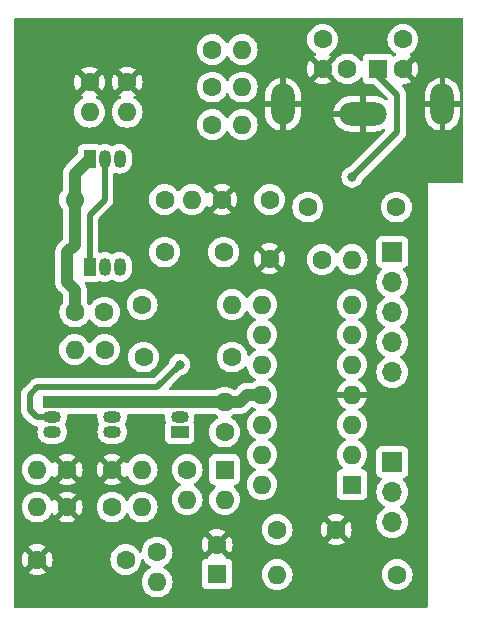
<source format=gbr>
%TF.GenerationSoftware,KiCad,Pcbnew,7.0.7-7.0.7~ubuntu20.04.1*%
%TF.CreationDate,2023-11-20T21:06:27+01:00*%
%TF.ProjectId,CoCo2VideoMod,436f436f-3256-4696-9465-6f4d6f642e6b,rev?*%
%TF.SameCoordinates,Original*%
%TF.FileFunction,Copper,L1,Top*%
%TF.FilePolarity,Positive*%
%FSLAX46Y46*%
G04 Gerber Fmt 4.6, Leading zero omitted, Abs format (unit mm)*
G04 Created by KiCad (PCBNEW 7.0.7-7.0.7~ubuntu20.04.1) date 2023-11-20 21:06:27*
%MOMM*%
%LPD*%
G01*
G04 APERTURE LIST*
%TA.AperFunction,ComponentPad*%
%ADD10C,1.600000*%
%TD*%
%TA.AperFunction,ComponentPad*%
%ADD11O,1.600000X1.600000*%
%TD*%
%TA.AperFunction,ComponentPad*%
%ADD12R,1.600000X1.600000*%
%TD*%
%TA.AperFunction,ComponentPad*%
%ADD13R,1.500000X1.050000*%
%TD*%
%TA.AperFunction,ComponentPad*%
%ADD14O,1.500000X1.050000*%
%TD*%
%TA.AperFunction,ComponentPad*%
%ADD15R,1.050000X1.500000*%
%TD*%
%TA.AperFunction,ComponentPad*%
%ADD16O,1.050000X1.500000*%
%TD*%
%TA.AperFunction,ComponentPad*%
%ADD17R,1.700000X1.700000*%
%TD*%
%TA.AperFunction,ComponentPad*%
%ADD18O,1.700000X1.700000*%
%TD*%
%TA.AperFunction,ComponentPad*%
%ADD19O,2.000000X3.500000*%
%TD*%
%TA.AperFunction,ComponentPad*%
%ADD20O,4.000000X2.000000*%
%TD*%
%TA.AperFunction,ViaPad*%
%ADD21C,0.800000*%
%TD*%
%TA.AperFunction,Conductor*%
%ADD22C,1.000000*%
%TD*%
%TA.AperFunction,Conductor*%
%ADD23C,0.500000*%
%TD*%
G04 APERTURE END LIST*
D10*
%TO.P,C7,1*%
%TO.N,Net-(C7-Pad1)*%
X224850000Y-66040000D03*
%TO.P,C7,2*%
%TO.N,/Audio in*%
X232350000Y-66040000D03*
%TD*%
%TO.P,R12,1*%
%TO.N,GND*%
X204470000Y-88265000D03*
D11*
%TO.P,R12,2*%
%TO.N,Net-(Q1-E)*%
X201930000Y-88265000D03*
%TD*%
D10*
%TO.P,C1,1*%
%TO.N,+5V*%
X205125000Y-74930000D03*
%TO.P,C1,2*%
%TO.N,Net-(Q2-E)*%
X207625000Y-74930000D03*
%TD*%
D12*
%TO.P,C2,1*%
%TO.N,+5V*%
X217170000Y-97115000D03*
D10*
%TO.P,C2,2*%
%TO.N,GND*%
X217170000Y-94615000D03*
%TD*%
D12*
%TO.P,U1,1,CKo*%
%TO.N,unconnected-(U1-CKo-Pad1)*%
X228590000Y-89540000D03*
D11*
%TO.P,U1,2,CKi*%
%TO.N,/Clk 3.58 MHz*%
X228590000Y-87000000D03*
%TO.P,U1,3,Duty*%
%TO.N,unconnected-(U1-Duty-Pad3)*%
X228590000Y-84460000D03*
%TO.P,U1,4,GND*%
%TO.N,GND*%
X228590000Y-81920000D03*
%TO.P,U1,5,PHB*%
%TO.N,/Phase B*%
X228590000Y-79380000D03*
%TO.P,U1,6,Ref*%
%TO.N,/Color Ref*%
X228590000Y-76840000D03*
%TO.P,U1,7,PHA*%
%TO.N,/Phase A*%
X228590000Y-74300000D03*
%TO.P,U1,8,Co*%
%TO.N,Net-(Q1-B)*%
X220970000Y-74300000D03*
%TO.P,U1,9,Yi*%
%TO.N,/Luma*%
X220970000Y-76840000D03*
%TO.P,U1,10,Ci*%
%TO.N,Net-(U1-Ci)*%
X220970000Y-79380000D03*
%TO.P,U1,11,VCC*%
%TO.N,+5V*%
X220970000Y-81920000D03*
%TO.P,U1,12,RFo*%
%TO.N,Net-(Q4-B)*%
X220970000Y-84460000D03*
%TO.P,U1,13,-RFT*%
%TO.N,Net-(D1-K)*%
X220970000Y-87000000D03*
%TO.P,U1,14,+RFT*%
%TO.N,Net-(D1-A)*%
X220970000Y-89540000D03*
%TD*%
D10*
%TO.P,R15,1*%
%TO.N,GND*%
X206375000Y-55470000D03*
D11*
%TO.P,R15,2*%
%TO.N,Net-(Q2-C)*%
X206375000Y-58010000D03*
%TD*%
D10*
%TO.P,R17,1*%
%TO.N,Net-(C7-Pad1)*%
X226060000Y-70485000D03*
D11*
%TO.P,R17,2*%
%TO.N,/Audio out*%
X228600000Y-70485000D03*
%TD*%
D10*
%TO.P,L1,1,1*%
%TO.N,/+5V in*%
X232410000Y-97155000D03*
D11*
%TO.P,L1,2,2*%
%TO.N,+5V*%
X222250000Y-97155000D03*
%TD*%
D10*
%TO.P,R6,1*%
%TO.N,GND*%
X208280000Y-88265000D03*
D11*
%TO.P,R6,2*%
%TO.N,Net-(Q4-C)*%
X210820000Y-88265000D03*
%TD*%
D13*
%TO.P,Q4,1,C*%
%TO.N,Net-(Q4-C)*%
X213995000Y-85090000D03*
D14*
%TO.P,Q4,2,B*%
%TO.N,Net-(Q4-B)*%
X213995000Y-83820000D03*
%TO.P,Q4,3,E*%
%TO.N,+5V*%
X213995000Y-82550000D03*
%TD*%
D10*
%TO.P,R7,1*%
%TO.N,GND*%
X204470000Y-91440000D03*
D11*
%TO.P,R7,2*%
%TO.N,Net-(Q5-E)*%
X201930000Y-91440000D03*
%TD*%
D12*
%TO.P,D1,1,K*%
%TO.N,Net-(D1-K)*%
X217805000Y-88265000D03*
D11*
%TO.P,D1,2,A*%
%TO.N,Net-(D1-A)*%
X217805000Y-90805000D03*
%TD*%
D13*
%TO.P,Q1,1,C*%
%TO.N,+5V*%
X203200000Y-82550000D03*
D14*
%TO.P,Q1,2,B*%
%TO.N,Net-(Q1-B)*%
X203200000Y-83820000D03*
%TO.P,Q1,3,E*%
%TO.N,Net-(Q1-E)*%
X203200000Y-85090000D03*
%TD*%
D10*
%TO.P,R2,1*%
%TO.N,Net-(Q5-E)*%
X208280000Y-91440000D03*
D11*
%TO.P,R2,2*%
%TO.N,Net-(Q4-B)*%
X210820000Y-91440000D03*
%TD*%
D13*
%TO.P,Q5,1,C*%
%TO.N,+5V*%
X208280000Y-82550000D03*
D14*
%TO.P,Q5,2,B*%
%TO.N,Net-(Q4-C)*%
X208280000Y-83820000D03*
%TO.P,Q5,3,E*%
%TO.N,Net-(Q5-E)*%
X208280000Y-85090000D03*
%TD*%
D10*
%TO.P,R9,1*%
%TO.N,Net-(Q2-B)*%
X212725000Y-65405000D03*
D11*
%TO.P,R9,2*%
%TO.N,+5V*%
X205105000Y-65405000D03*
%TD*%
D10*
%TO.P,R10,1*%
%TO.N,Net-(Q2-E)*%
X207645000Y-78105000D03*
D11*
%TO.P,R10,2*%
%TO.N,+5V*%
X205105000Y-78105000D03*
%TD*%
D10*
%TO.P,C5,1*%
%TO.N,Net-(C5-Pad1)*%
X210940000Y-78740000D03*
%TO.P,C5,2*%
%TO.N,Net-(U1-Ci)*%
X218440000Y-78740000D03*
%TD*%
%TO.P,R13,1*%
%TO.N,Net-(Q3-E)*%
X216760000Y-59055000D03*
D11*
%TO.P,R13,2*%
%TO.N,/Luma_out*%
X219300000Y-59055000D03*
%TD*%
D10*
%TO.P,C8,1*%
%TO.N,GND*%
X221615000Y-70405000D03*
%TO.P,C8,2*%
%TO.N,/Audio out*%
X221615000Y-65405000D03*
%TD*%
%TO.P,C4,1*%
%TO.N,GND*%
X201930000Y-95885000D03*
%TO.P,C4,2*%
%TO.N,Net-(C4-Pad2)*%
X209430000Y-95885000D03*
%TD*%
%TO.P,R14,1*%
%TO.N,GND*%
X217580000Y-65405000D03*
D11*
%TO.P,R14,2*%
%TO.N,Net-(Q2-B)*%
X215040000Y-65405000D03*
%TD*%
D10*
%TO.P,C3,1*%
%TO.N,+5V*%
X222250000Y-93345000D03*
%TO.P,C3,2*%
%TO.N,GND*%
X227250000Y-93345000D03*
%TD*%
D15*
%TO.P,Q2,1,C*%
%TO.N,Net-(Q2-C)*%
X206375000Y-71120000D03*
D16*
%TO.P,Q2,2,B*%
%TO.N,Net-(Q2-B)*%
X207645000Y-71120000D03*
%TO.P,Q2,3,E*%
%TO.N,Net-(Q2-E)*%
X208915000Y-71120000D03*
%TD*%
D17*
%TO.P,J1,1,Pin_1*%
%TO.N,/Audio in*%
X232000000Y-69850000D03*
D18*
%TO.P,J1,2,Pin_2*%
%TO.N,/Luma*%
X232000000Y-72390000D03*
%TO.P,J1,3,Pin_3*%
%TO.N,/Phase A*%
X232000000Y-74930000D03*
%TO.P,J1,4,Pin_4*%
%TO.N,/Color Ref*%
X232000000Y-77470000D03*
%TO.P,J1,5,Pin_5*%
%TO.N,/Phase B*%
X232000000Y-80010000D03*
%TD*%
D10*
%TO.P,R16,1*%
%TO.N,GND*%
X209550000Y-55470000D03*
D11*
%TO.P,R16,2*%
%TO.N,Net-(Q3-E)*%
X209550000Y-58010000D03*
%TD*%
D10*
%TO.P,C6,1*%
%TO.N,Net-(Q2-B)*%
X212725000Y-69850000D03*
%TO.P,C6,2*%
%TO.N,/Luma*%
X217725000Y-69850000D03*
%TD*%
D12*
%TO.P,J3,1,Pin_1*%
%TO.N,/Audio out*%
X230800000Y-54350000D03*
D10*
%TO.P,J3,2,Pin_2*%
%TO.N,/Composite_out*%
X228200000Y-54350000D03*
%TO.P,J3,3,Pin_3*%
%TO.N,GND*%
X232900000Y-54350000D03*
%TO.P,J3,4,Pin_4*%
X226100000Y-54350000D03*
%TO.P,J3,5,Pin_5*%
%TO.N,/Luma_out*%
X232900000Y-51850000D03*
%TO.P,J3,6,Pin_6*%
%TO.N,/Chroma_out*%
X226100000Y-51850000D03*
D19*
%TO.P,J3,7,Pin_7*%
%TO.N,GND*%
X222750000Y-57350000D03*
D20*
X229500000Y-58150000D03*
D19*
X236250000Y-57350000D03*
%TD*%
D10*
%TO.P,R3,1*%
%TO.N,Net-(C4-Pad2)*%
X212090000Y-95250000D03*
D11*
%TO.P,R3,2*%
%TO.N,+5V*%
X212090000Y-97790000D03*
%TD*%
D17*
%TO.P,J2,1,Pin_1*%
%TO.N,/Clk 3.58 MHz*%
X232000000Y-87630000D03*
D18*
%TO.P,J2,2,Pin_2*%
%TO.N,/Ch. Switch*%
X232000000Y-90170000D03*
%TO.P,J2,3,Pin_3*%
%TO.N,/+5V in*%
X232000000Y-92710000D03*
%TD*%
D15*
%TO.P,Q3,1,C*%
%TO.N,+5V*%
X206375000Y-61955000D03*
D16*
%TO.P,Q3,2,B*%
%TO.N,Net-(Q2-C)*%
X207645000Y-61955000D03*
%TO.P,Q3,3,E*%
%TO.N,Net-(Q3-E)*%
X208915000Y-61955000D03*
%TD*%
D10*
%TO.P,R5,1*%
%TO.N,Net-(Q5-E)*%
X216760000Y-55880000D03*
D11*
%TO.P,R5,2*%
%TO.N,/Composite_out*%
X219300000Y-55880000D03*
%TD*%
D10*
%TO.P,R1,1*%
%TO.N,Net-(Q4-B)*%
X217805000Y-85090000D03*
D11*
%TO.P,R1,2*%
%TO.N,+5V*%
X217805000Y-82550000D03*
%TD*%
D10*
%TO.P,R11,1*%
%TO.N,Net-(Q1-E)*%
X216760000Y-52705000D03*
D11*
%TO.P,R11,2*%
%TO.N,/Chroma_out*%
X219300000Y-52705000D03*
%TD*%
D10*
%TO.P,R4,1*%
%TO.N,Net-(D1-A)*%
X214630000Y-88265000D03*
D11*
%TO.P,R4,2*%
%TO.N,Net-(C4-Pad2)*%
X214630000Y-90805000D03*
%TD*%
D10*
%TO.P,R8,1*%
%TO.N,Net-(C5-Pad1)*%
X210820000Y-74295000D03*
D11*
%TO.P,R8,2*%
%TO.N,Net-(Q1-B)*%
X218440000Y-74295000D03*
%TD*%
D21*
%TO.N,/Audio out*%
X228600000Y-63500000D03*
%TO.N,Net-(Q1-B)*%
X213995000Y-79375000D03*
%TD*%
D22*
%TO.N,+5V*%
X205125000Y-73045000D02*
X204470000Y-72390000D01*
X219075000Y-82550000D02*
X219705000Y-81920000D01*
X204470000Y-69850000D02*
X205105000Y-69215000D01*
X204470000Y-72390000D02*
X204470000Y-69850000D01*
X205105000Y-69215000D02*
X205105000Y-65405000D01*
X217805000Y-82550000D02*
X219075000Y-82550000D01*
X217805000Y-82550000D02*
X213995000Y-82550000D01*
X219705000Y-81920000D02*
X220970000Y-81920000D01*
X205105000Y-63225000D02*
X206375000Y-61955000D01*
X217810000Y-82555000D02*
X217805000Y-82550000D01*
X205105000Y-65405000D02*
X205105000Y-63225000D01*
X205125000Y-74930000D02*
X205125000Y-73045000D01*
X213995000Y-82550000D02*
X208280000Y-82550000D01*
X208280000Y-82550000D02*
X203200000Y-82550000D01*
D23*
%TO.N,GND*%
X228180000Y-58000000D02*
X229500000Y-58000000D01*
X230290000Y-58000000D02*
X229500000Y-58000000D01*
%TO.N,/Audio out*%
X232410000Y-59690000D02*
X228600000Y-63500000D01*
X230800000Y-54905000D02*
X232410000Y-56515000D01*
X232410000Y-56515000D02*
X232410000Y-59690000D01*
X230800000Y-54350000D02*
X230800000Y-54905000D01*
%TO.N,Net-(Q1-B)*%
X201295000Y-83185000D02*
X201930000Y-83820000D01*
X212090000Y-81280000D02*
X201930000Y-81280000D01*
X201295000Y-81915000D02*
X201295000Y-83185000D01*
X201930000Y-81280000D02*
X201295000Y-81915000D01*
X213995000Y-79375000D02*
X212090000Y-81280000D01*
X201930000Y-83820000D02*
X203200000Y-83820000D01*
%TO.N,Net-(Q2-C)*%
X206375000Y-71120000D02*
X206375000Y-66675000D01*
X206375000Y-66675000D02*
X207645000Y-65405000D01*
X207645000Y-65405000D02*
X207645000Y-61955000D01*
%TD*%
%TA.AperFunction,Conductor*%
%TO.N,GND*%
G36*
X237942539Y-50020185D02*
G01*
X237988294Y-50072989D01*
X237999500Y-50124500D01*
X237999500Y-63875500D01*
X237979815Y-63942539D01*
X237927011Y-63988294D01*
X237875500Y-63999500D01*
X235912464Y-63999500D01*
X235909442Y-63999764D01*
X235904040Y-64000000D01*
X234999999Y-64000000D01*
X234999999Y-64904050D01*
X234999764Y-64909446D01*
X234999500Y-64912469D01*
X234999500Y-99875500D01*
X234979815Y-99942539D01*
X234927011Y-99988294D01*
X234875500Y-99999500D01*
X200124500Y-99999500D01*
X200057461Y-99979815D01*
X200011706Y-99927011D01*
X200000500Y-99875500D01*
X200000500Y-95885002D01*
X200625034Y-95885002D01*
X200644858Y-96111599D01*
X200644860Y-96111610D01*
X200703730Y-96331317D01*
X200703734Y-96331326D01*
X200799865Y-96537481D01*
X200799866Y-96537483D01*
X200850973Y-96610471D01*
X200850973Y-96610472D01*
X201392580Y-96068865D01*
X201453903Y-96035380D01*
X201523594Y-96040364D01*
X201579528Y-96082235D01*
X201590742Y-96100246D01*
X201596527Y-96111599D01*
X201602358Y-96123044D01*
X201602363Y-96123050D01*
X201691949Y-96212636D01*
X201691951Y-96212637D01*
X201691955Y-96212641D01*
X201714747Y-96224254D01*
X201765542Y-96272228D01*
X201782337Y-96340049D01*
X201759799Y-96406184D01*
X201746132Y-96422419D01*
X201204526Y-96964025D01*
X201204526Y-96964026D01*
X201277512Y-97015131D01*
X201277516Y-97015133D01*
X201483673Y-97111265D01*
X201483682Y-97111269D01*
X201703389Y-97170139D01*
X201703400Y-97170141D01*
X201929998Y-97189966D01*
X201930002Y-97189966D01*
X202156599Y-97170141D01*
X202156610Y-97170139D01*
X202376317Y-97111269D01*
X202376331Y-97111264D01*
X202582478Y-97015136D01*
X202655472Y-96964025D01*
X202113866Y-96422419D01*
X202080381Y-96361096D01*
X202085365Y-96291404D01*
X202127237Y-96235471D01*
X202145245Y-96224258D01*
X202168045Y-96212641D01*
X202257641Y-96123045D01*
X202269254Y-96100252D01*
X202317225Y-96049458D01*
X202385046Y-96032661D01*
X202451181Y-96055197D01*
X202467419Y-96068866D01*
X203009025Y-96610472D01*
X203060136Y-96537478D01*
X203156264Y-96331331D01*
X203156269Y-96331317D01*
X203215139Y-96111610D01*
X203215141Y-96111599D01*
X203234966Y-95885002D01*
X203234966Y-95885001D01*
X208124532Y-95885001D01*
X208144364Y-96111686D01*
X208144366Y-96111697D01*
X208203258Y-96331488D01*
X208203261Y-96331497D01*
X208299431Y-96537732D01*
X208299432Y-96537734D01*
X208429954Y-96724141D01*
X208590858Y-96885045D01*
X208590861Y-96885047D01*
X208777266Y-97015568D01*
X208983504Y-97111739D01*
X209203308Y-97170635D01*
X209365230Y-97184801D01*
X209429998Y-97190468D01*
X209430000Y-97190468D01*
X209430002Y-97190468D01*
X209486673Y-97185509D01*
X209656692Y-97170635D01*
X209876496Y-97111739D01*
X210082734Y-97015568D01*
X210269139Y-96885047D01*
X210430047Y-96724139D01*
X210560568Y-96537734D01*
X210656739Y-96331496D01*
X210715635Y-96111692D01*
X210729316Y-95955309D01*
X210754768Y-95890242D01*
X210811359Y-95849263D01*
X210881121Y-95845385D01*
X210941905Y-95879839D01*
X210956008Y-95898521D01*
X210956327Y-95898299D01*
X210959431Y-95902732D01*
X210959432Y-95902734D01*
X210997746Y-95957452D01*
X211089954Y-96089141D01*
X211250858Y-96250045D01*
X211250861Y-96250047D01*
X211437266Y-96380568D01*
X211495275Y-96407618D01*
X211547714Y-96453791D01*
X211566866Y-96520984D01*
X211546650Y-96587865D01*
X211495275Y-96632382D01*
X211437267Y-96659431D01*
X211437265Y-96659432D01*
X211250858Y-96789954D01*
X211089954Y-96950858D01*
X210959432Y-97137265D01*
X210959431Y-97137267D01*
X210863261Y-97343502D01*
X210863258Y-97343511D01*
X210804366Y-97563302D01*
X210804364Y-97563313D01*
X210784532Y-97789998D01*
X210784532Y-97790001D01*
X210804364Y-98016686D01*
X210804366Y-98016697D01*
X210863258Y-98236488D01*
X210863261Y-98236497D01*
X210959431Y-98442732D01*
X210959432Y-98442734D01*
X211089954Y-98629141D01*
X211250858Y-98790045D01*
X211250861Y-98790047D01*
X211437266Y-98920568D01*
X211643504Y-99016739D01*
X211863308Y-99075635D01*
X212025230Y-99089801D01*
X212089998Y-99095468D01*
X212090000Y-99095468D01*
X212090002Y-99095468D01*
X212146673Y-99090509D01*
X212316692Y-99075635D01*
X212536496Y-99016739D01*
X212742734Y-98920568D01*
X212929139Y-98790047D01*
X213090047Y-98629139D01*
X213220568Y-98442734D01*
X213316739Y-98236496D01*
X213375635Y-98016692D01*
X213392634Y-97822384D01*
X213395468Y-97790001D01*
X213395468Y-97789998D01*
X213375635Y-97563313D01*
X213375635Y-97563308D01*
X213316739Y-97343504D01*
X213220568Y-97137266D01*
X213099265Y-96964026D01*
X213090045Y-96950858D01*
X212929141Y-96789954D01*
X212742734Y-96659432D01*
X212742728Y-96659429D01*
X212684725Y-96632382D01*
X212632285Y-96586210D01*
X212613133Y-96519017D01*
X212633348Y-96452135D01*
X212684725Y-96407618D01*
X212742734Y-96380568D01*
X212929139Y-96250047D01*
X213090047Y-96089139D01*
X213220568Y-95902734D01*
X213316739Y-95696496D01*
X213375635Y-95476692D01*
X213395468Y-95250000D01*
X213394304Y-95236701D01*
X213389317Y-95179689D01*
X213375635Y-95023308D01*
X213326949Y-94841610D01*
X213316741Y-94803511D01*
X213316738Y-94803502D01*
X213297693Y-94762661D01*
X213228838Y-94615002D01*
X215865034Y-94615002D01*
X215884858Y-94841599D01*
X215884860Y-94841610D01*
X215943730Y-95061317D01*
X215943734Y-95061326D01*
X216039865Y-95267481D01*
X216039866Y-95267483D01*
X216090973Y-95340471D01*
X216090973Y-95340472D01*
X216632580Y-94798865D01*
X216693903Y-94765380D01*
X216763594Y-94770364D01*
X216819528Y-94812235D01*
X216830742Y-94830246D01*
X216836527Y-94841599D01*
X216842358Y-94853044D01*
X216842363Y-94853050D01*
X216931949Y-94942636D01*
X216931951Y-94942637D01*
X216931955Y-94942641D01*
X216954747Y-94954254D01*
X217005542Y-95002228D01*
X217022337Y-95070049D01*
X216999799Y-95136184D01*
X216986132Y-95152419D01*
X216439351Y-95699200D01*
X216429505Y-95748194D01*
X216380889Y-95798376D01*
X216325367Y-95813048D01*
X216325423Y-95814099D01*
X216325429Y-95814146D01*
X216325426Y-95814146D01*
X216325436Y-95814324D01*
X216322123Y-95814501D01*
X216262516Y-95820908D01*
X216127671Y-95871202D01*
X216127664Y-95871206D01*
X216012455Y-95957452D01*
X216012452Y-95957455D01*
X215926206Y-96072664D01*
X215926202Y-96072671D01*
X215875908Y-96207517D01*
X215871336Y-96250047D01*
X215869501Y-96267123D01*
X215869500Y-96267135D01*
X215869500Y-97962870D01*
X215869501Y-97962876D01*
X215875908Y-98022483D01*
X215926202Y-98157328D01*
X215926206Y-98157335D01*
X216012452Y-98272544D01*
X216012455Y-98272547D01*
X216127664Y-98358793D01*
X216127671Y-98358797D01*
X216262517Y-98409091D01*
X216262516Y-98409091D01*
X216269444Y-98409835D01*
X216322127Y-98415500D01*
X218017872Y-98415499D01*
X218077483Y-98409091D01*
X218212331Y-98358796D01*
X218327546Y-98272546D01*
X218413796Y-98157331D01*
X218464091Y-98022483D01*
X218470500Y-97962873D01*
X218470500Y-97155001D01*
X220944532Y-97155001D01*
X220964364Y-97381686D01*
X220964366Y-97381697D01*
X221023258Y-97601488D01*
X221023261Y-97601497D01*
X221119431Y-97807732D01*
X221119432Y-97807734D01*
X221249954Y-97994141D01*
X221410858Y-98155045D01*
X221457693Y-98187839D01*
X221597266Y-98285568D01*
X221803504Y-98381739D01*
X222023308Y-98440635D01*
X222185230Y-98454801D01*
X222249998Y-98460468D01*
X222250000Y-98460468D01*
X222250002Y-98460468D01*
X222306672Y-98455509D01*
X222476692Y-98440635D01*
X222696496Y-98381739D01*
X222902734Y-98285568D01*
X223089139Y-98155047D01*
X223250047Y-97994139D01*
X223380568Y-97807734D01*
X223476739Y-97601496D01*
X223535635Y-97381692D01*
X223555468Y-97155001D01*
X231104532Y-97155001D01*
X231124364Y-97381686D01*
X231124366Y-97381697D01*
X231183258Y-97601488D01*
X231183261Y-97601497D01*
X231279431Y-97807732D01*
X231279432Y-97807734D01*
X231409954Y-97994141D01*
X231570858Y-98155045D01*
X231617693Y-98187839D01*
X231757266Y-98285568D01*
X231963504Y-98381739D01*
X232183308Y-98440635D01*
X232345230Y-98454801D01*
X232409998Y-98460468D01*
X232410000Y-98460468D01*
X232410002Y-98460468D01*
X232466673Y-98455509D01*
X232636692Y-98440635D01*
X232856496Y-98381739D01*
X233062734Y-98285568D01*
X233249139Y-98155047D01*
X233410047Y-97994139D01*
X233540568Y-97807734D01*
X233636739Y-97601496D01*
X233695635Y-97381692D01*
X233715468Y-97155000D01*
X233713916Y-97137266D01*
X233698760Y-96964026D01*
X233695635Y-96928308D01*
X233636739Y-96708504D01*
X233540568Y-96502266D01*
X233441721Y-96361096D01*
X233410045Y-96315858D01*
X233249141Y-96154954D01*
X233062734Y-96024432D01*
X233062732Y-96024431D01*
X232856497Y-95928261D01*
X232856488Y-95928258D01*
X232636697Y-95869366D01*
X232636693Y-95869365D01*
X232636692Y-95869365D01*
X232636691Y-95869364D01*
X232636686Y-95869364D01*
X232410002Y-95849532D01*
X232409998Y-95849532D01*
X232183313Y-95869364D01*
X232183302Y-95869366D01*
X231963511Y-95928258D01*
X231963502Y-95928261D01*
X231757267Y-96024431D01*
X231757265Y-96024432D01*
X231570858Y-96154954D01*
X231409954Y-96315858D01*
X231279432Y-96502265D01*
X231279431Y-96502267D01*
X231183261Y-96708502D01*
X231183258Y-96708511D01*
X231124366Y-96928302D01*
X231124364Y-96928313D01*
X231104532Y-97154998D01*
X231104532Y-97155001D01*
X223555468Y-97155001D01*
X223555468Y-97155000D01*
X223553916Y-97137266D01*
X223538760Y-96964026D01*
X223535635Y-96928308D01*
X223476739Y-96708504D01*
X223380568Y-96502266D01*
X223281721Y-96361096D01*
X223250045Y-96315858D01*
X223089141Y-96154954D01*
X222902734Y-96024432D01*
X222902732Y-96024431D01*
X222696497Y-95928261D01*
X222696488Y-95928258D01*
X222476697Y-95869366D01*
X222476693Y-95869365D01*
X222476692Y-95869365D01*
X222476691Y-95869364D01*
X222476686Y-95869364D01*
X222250002Y-95849532D01*
X222249998Y-95849532D01*
X222023313Y-95869364D01*
X222023302Y-95869366D01*
X221803511Y-95928258D01*
X221803502Y-95928261D01*
X221597267Y-96024431D01*
X221597265Y-96024432D01*
X221410858Y-96154954D01*
X221249954Y-96315858D01*
X221119432Y-96502265D01*
X221119431Y-96502267D01*
X221023261Y-96708502D01*
X221023258Y-96708511D01*
X220964366Y-96928302D01*
X220964364Y-96928313D01*
X220944532Y-97154998D01*
X220944532Y-97155001D01*
X218470500Y-97155001D01*
X218470499Y-96267128D01*
X218464091Y-96207517D01*
X218444486Y-96154954D01*
X218413797Y-96072671D01*
X218413793Y-96072664D01*
X218327547Y-95957455D01*
X218327544Y-95957452D01*
X218212335Y-95871206D01*
X218212328Y-95871202D01*
X218077482Y-95820908D01*
X218077483Y-95820908D01*
X218017883Y-95814501D01*
X218017881Y-95814500D01*
X218017873Y-95814500D01*
X218017864Y-95814500D01*
X218014548Y-95814322D01*
X218014627Y-95812847D01*
X217953215Y-95794815D01*
X217907460Y-95742011D01*
X217899969Y-95698522D01*
X217353866Y-95152419D01*
X217320381Y-95091096D01*
X217325365Y-95021404D01*
X217367237Y-94965471D01*
X217385245Y-94954258D01*
X217408045Y-94942641D01*
X217497641Y-94853045D01*
X217509254Y-94830252D01*
X217557225Y-94779458D01*
X217625046Y-94762661D01*
X217691181Y-94785197D01*
X217707419Y-94798866D01*
X218249025Y-95340472D01*
X218300136Y-95267478D01*
X218396264Y-95061331D01*
X218396269Y-95061317D01*
X218455139Y-94841610D01*
X218455141Y-94841599D01*
X218474966Y-94615002D01*
X218474966Y-94614997D01*
X218455141Y-94388400D01*
X218455139Y-94388389D01*
X218396269Y-94168682D01*
X218396265Y-94168673D01*
X218300133Y-93962516D01*
X218300131Y-93962512D01*
X218249026Y-93889526D01*
X218249025Y-93889526D01*
X217707419Y-94431132D01*
X217646096Y-94464617D01*
X217576404Y-94459633D01*
X217520471Y-94417761D01*
X217509256Y-94399751D01*
X217497641Y-94376955D01*
X217497637Y-94376951D01*
X217497636Y-94376949D01*
X217408050Y-94287363D01*
X217408044Y-94287358D01*
X217398109Y-94282296D01*
X217385250Y-94275744D01*
X217334456Y-94227773D01*
X217317660Y-94159952D01*
X217340197Y-94093817D01*
X217353865Y-94077580D01*
X217895472Y-93535973D01*
X217822483Y-93484866D01*
X217822481Y-93484865D01*
X217616326Y-93388734D01*
X217616317Y-93388730D01*
X217453117Y-93345001D01*
X220944532Y-93345001D01*
X220964364Y-93571686D01*
X220964366Y-93571697D01*
X221023258Y-93791488D01*
X221023261Y-93791497D01*
X221119431Y-93997732D01*
X221119432Y-93997734D01*
X221249954Y-94184141D01*
X221410858Y-94345045D01*
X221410861Y-94345047D01*
X221597266Y-94475568D01*
X221803504Y-94571739D01*
X221803509Y-94571740D01*
X221803511Y-94571741D01*
X221856415Y-94585916D01*
X222023308Y-94630635D01*
X222185230Y-94644801D01*
X222249998Y-94650468D01*
X222250000Y-94650468D01*
X222250002Y-94650468D01*
X222306673Y-94645509D01*
X222476692Y-94630635D01*
X222696496Y-94571739D01*
X222902734Y-94475568D01*
X223089139Y-94345047D01*
X223250047Y-94184139D01*
X223380568Y-93997734D01*
X223476739Y-93791496D01*
X223535635Y-93571692D01*
X223555468Y-93345002D01*
X225945034Y-93345002D01*
X225964858Y-93571599D01*
X225964860Y-93571610D01*
X226023730Y-93791317D01*
X226023734Y-93791326D01*
X226119865Y-93997481D01*
X226119866Y-93997483D01*
X226170973Y-94070471D01*
X226170973Y-94070472D01*
X226712580Y-93528865D01*
X226773903Y-93495380D01*
X226843594Y-93500364D01*
X226899528Y-93542235D01*
X226910742Y-93560246D01*
X226916527Y-93571599D01*
X226922358Y-93583044D01*
X226922363Y-93583050D01*
X227011949Y-93672636D01*
X227011951Y-93672637D01*
X227011955Y-93672641D01*
X227034747Y-93684254D01*
X227085542Y-93732228D01*
X227102337Y-93800049D01*
X227079799Y-93866184D01*
X227066132Y-93882419D01*
X226524526Y-94424025D01*
X226524526Y-94424026D01*
X226597512Y-94475131D01*
X226597516Y-94475133D01*
X226803673Y-94571265D01*
X226803682Y-94571269D01*
X227023389Y-94630139D01*
X227023400Y-94630141D01*
X227249998Y-94649966D01*
X227250002Y-94649966D01*
X227476599Y-94630141D01*
X227476610Y-94630139D01*
X227696317Y-94571269D01*
X227696331Y-94571264D01*
X227902478Y-94475136D01*
X227975472Y-94424025D01*
X227433866Y-93882419D01*
X227400381Y-93821096D01*
X227405365Y-93751404D01*
X227447237Y-93695471D01*
X227465245Y-93684258D01*
X227488045Y-93672641D01*
X227577641Y-93583045D01*
X227589254Y-93560252D01*
X227637225Y-93509458D01*
X227705046Y-93492661D01*
X227771181Y-93515197D01*
X227787419Y-93528866D01*
X228329025Y-94070472D01*
X228380136Y-93997478D01*
X228476264Y-93791331D01*
X228476269Y-93791317D01*
X228535139Y-93571610D01*
X228535141Y-93571599D01*
X228554966Y-93345002D01*
X228554966Y-93344997D01*
X228535141Y-93118400D01*
X228535139Y-93118389D01*
X228476269Y-92898682D01*
X228476265Y-92898673D01*
X228388286Y-92710000D01*
X230644341Y-92710000D01*
X230664936Y-92945403D01*
X230664938Y-92945413D01*
X230726094Y-93173655D01*
X230726096Y-93173659D01*
X230726097Y-93173663D01*
X230805994Y-93345002D01*
X230825965Y-93387830D01*
X230825967Y-93387834D01*
X230929696Y-93535973D01*
X230961505Y-93581401D01*
X231128599Y-93748495D01*
X231190011Y-93791496D01*
X231322165Y-93884032D01*
X231322167Y-93884033D01*
X231322170Y-93884035D01*
X231536337Y-93983903D01*
X231764592Y-94045063D01*
X231952918Y-94061539D01*
X231999999Y-94065659D01*
X232000000Y-94065659D01*
X232000001Y-94065659D01*
X232039234Y-94062226D01*
X232235408Y-94045063D01*
X232463663Y-93983903D01*
X232677830Y-93884035D01*
X232871401Y-93748495D01*
X233038495Y-93581401D01*
X233174035Y-93387830D01*
X233273903Y-93173663D01*
X233335063Y-92945408D01*
X233355659Y-92710000D01*
X233335063Y-92474592D01*
X233273903Y-92246337D01*
X233174035Y-92032171D01*
X233138692Y-91981695D01*
X233038494Y-91838597D01*
X232871402Y-91671506D01*
X232871396Y-91671501D01*
X232685842Y-91541575D01*
X232642217Y-91486998D01*
X232635023Y-91417500D01*
X232666546Y-91355145D01*
X232685842Y-91338425D01*
X232803368Y-91256132D01*
X232871401Y-91208495D01*
X233038495Y-91041401D01*
X233174035Y-90847830D01*
X233273903Y-90633663D01*
X233335063Y-90405408D01*
X233355659Y-90170000D01*
X233335063Y-89934592D01*
X233273903Y-89706337D01*
X233174035Y-89492171D01*
X233173403Y-89491269D01*
X233038496Y-89298600D01*
X233004941Y-89265045D01*
X232916567Y-89176671D01*
X232883084Y-89115351D01*
X232888068Y-89045659D01*
X232929939Y-88989725D01*
X232960915Y-88972810D01*
X233092331Y-88923796D01*
X233207546Y-88837546D01*
X233293796Y-88722331D01*
X233344091Y-88587483D01*
X233350500Y-88527873D01*
X233350499Y-86732128D01*
X233344091Y-86672517D01*
X233299701Y-86553502D01*
X233293797Y-86537671D01*
X233293793Y-86537664D01*
X233207547Y-86422455D01*
X233207544Y-86422452D01*
X233092335Y-86336206D01*
X233092328Y-86336202D01*
X232957482Y-86285908D01*
X232957483Y-86285908D01*
X232897883Y-86279501D01*
X232897881Y-86279500D01*
X232897873Y-86279500D01*
X232897864Y-86279500D01*
X231102129Y-86279500D01*
X231102123Y-86279501D01*
X231042516Y-86285908D01*
X230907671Y-86336202D01*
X230907664Y-86336206D01*
X230792455Y-86422452D01*
X230792452Y-86422455D01*
X230706206Y-86537664D01*
X230706202Y-86537671D01*
X230655908Y-86672517D01*
X230649501Y-86732116D01*
X230649501Y-86732123D01*
X230649500Y-86732135D01*
X230649500Y-88527870D01*
X230649501Y-88527876D01*
X230655908Y-88587483D01*
X230706202Y-88722328D01*
X230706206Y-88722335D01*
X230792452Y-88837544D01*
X230792455Y-88837547D01*
X230907664Y-88923793D01*
X230907671Y-88923797D01*
X231039081Y-88972810D01*
X231095015Y-89014681D01*
X231119432Y-89080145D01*
X231104580Y-89148418D01*
X231083430Y-89176673D01*
X230961503Y-89298600D01*
X230825965Y-89492169D01*
X230825964Y-89492171D01*
X230726098Y-89706335D01*
X230726094Y-89706344D01*
X230664938Y-89934586D01*
X230664936Y-89934596D01*
X230644341Y-90169999D01*
X230644341Y-90170000D01*
X230664936Y-90405403D01*
X230664938Y-90405413D01*
X230726094Y-90633655D01*
X230726096Y-90633659D01*
X230726097Y-90633663D01*
X230822547Y-90840500D01*
X230825965Y-90847830D01*
X230825967Y-90847834D01*
X230907240Y-90963903D01*
X230954702Y-91031686D01*
X230961501Y-91041395D01*
X230961506Y-91041402D01*
X231128597Y-91208493D01*
X231128603Y-91208498D01*
X231314158Y-91338425D01*
X231357783Y-91393002D01*
X231364977Y-91462500D01*
X231333454Y-91524855D01*
X231314158Y-91541575D01*
X231128597Y-91671505D01*
X230961505Y-91838597D01*
X230825965Y-92032169D01*
X230825964Y-92032171D01*
X230726098Y-92246335D01*
X230726094Y-92246344D01*
X230664938Y-92474586D01*
X230664936Y-92474596D01*
X230644341Y-92709999D01*
X230644341Y-92710000D01*
X228388286Y-92710000D01*
X228380133Y-92692516D01*
X228380131Y-92692512D01*
X228329026Y-92619526D01*
X228329025Y-92619526D01*
X227787419Y-93161132D01*
X227726096Y-93194617D01*
X227656404Y-93189633D01*
X227600471Y-93147761D01*
X227589256Y-93129751D01*
X227577641Y-93106955D01*
X227577637Y-93106951D01*
X227577636Y-93106949D01*
X227488050Y-93017363D01*
X227488044Y-93017358D01*
X227478109Y-93012296D01*
X227465250Y-93005744D01*
X227414456Y-92957773D01*
X227397660Y-92889952D01*
X227420197Y-92823817D01*
X227433865Y-92807580D01*
X227975472Y-92265973D01*
X227902483Y-92214866D01*
X227902481Y-92214865D01*
X227696326Y-92118734D01*
X227696317Y-92118730D01*
X227476610Y-92059860D01*
X227476599Y-92059858D01*
X227250002Y-92040034D01*
X227249998Y-92040034D01*
X227023400Y-92059858D01*
X227023389Y-92059860D01*
X226803682Y-92118730D01*
X226803673Y-92118734D01*
X226597513Y-92214868D01*
X226524526Y-92265973D01*
X227066133Y-92807580D01*
X227099618Y-92868903D01*
X227094634Y-92938595D01*
X227052762Y-92994528D01*
X227034748Y-93005745D01*
X227011956Y-93017358D01*
X227011949Y-93017363D01*
X226922363Y-93106949D01*
X226922358Y-93106956D01*
X226910745Y-93129748D01*
X226862770Y-93180544D01*
X226794949Y-93197338D01*
X226728814Y-93174800D01*
X226712580Y-93161133D01*
X226170973Y-92619526D01*
X226119868Y-92692513D01*
X226023734Y-92898673D01*
X226023730Y-92898682D01*
X225964860Y-93118389D01*
X225964858Y-93118400D01*
X225945034Y-93344997D01*
X225945034Y-93345002D01*
X223555468Y-93345002D01*
X223555468Y-93345000D01*
X223554143Y-93329860D01*
X223540477Y-93173655D01*
X223535635Y-93118308D01*
X223476739Y-92898504D01*
X223380568Y-92692266D01*
X223259265Y-92519026D01*
X223250045Y-92505858D01*
X223089141Y-92344954D01*
X222902734Y-92214432D01*
X222902732Y-92214431D01*
X222696497Y-92118261D01*
X222696488Y-92118258D01*
X222476697Y-92059366D01*
X222476693Y-92059365D01*
X222476692Y-92059365D01*
X222476691Y-92059364D01*
X222476686Y-92059364D01*
X222250002Y-92039532D01*
X222249998Y-92039532D01*
X222023313Y-92059364D01*
X222023302Y-92059366D01*
X221803511Y-92118258D01*
X221803502Y-92118261D01*
X221597267Y-92214431D01*
X221597265Y-92214432D01*
X221410858Y-92344954D01*
X221249954Y-92505858D01*
X221119432Y-92692265D01*
X221119431Y-92692267D01*
X221023261Y-92898502D01*
X221023258Y-92898511D01*
X220964366Y-93118302D01*
X220964364Y-93118313D01*
X220944532Y-93344998D01*
X220944532Y-93345001D01*
X217453117Y-93345001D01*
X217396610Y-93329860D01*
X217396599Y-93329858D01*
X217170002Y-93310034D01*
X217169998Y-93310034D01*
X216943400Y-93329858D01*
X216943389Y-93329860D01*
X216723682Y-93388730D01*
X216723673Y-93388734D01*
X216517513Y-93484868D01*
X216444526Y-93535973D01*
X216986133Y-94077580D01*
X217019618Y-94138903D01*
X217014634Y-94208595D01*
X216972762Y-94264528D01*
X216954748Y-94275745D01*
X216931956Y-94287358D01*
X216931949Y-94287363D01*
X216842363Y-94376949D01*
X216842358Y-94376956D01*
X216830745Y-94399748D01*
X216782770Y-94450544D01*
X216714949Y-94467338D01*
X216648814Y-94444800D01*
X216632580Y-94431133D01*
X216090973Y-93889526D01*
X216039868Y-93962513D01*
X215943734Y-94168673D01*
X215943730Y-94168682D01*
X215884860Y-94388389D01*
X215884858Y-94388400D01*
X215865034Y-94614997D01*
X215865034Y-94615002D01*
X213228838Y-94615002D01*
X213220568Y-94597266D01*
X213113811Y-94444800D01*
X213090045Y-94410858D01*
X212929141Y-94249954D01*
X212742734Y-94119432D01*
X212742732Y-94119431D01*
X212536497Y-94023261D01*
X212536488Y-94023258D01*
X212316697Y-93964366D01*
X212316693Y-93964365D01*
X212316692Y-93964365D01*
X212316691Y-93964364D01*
X212316686Y-93964364D01*
X212090002Y-93944532D01*
X212089998Y-93944532D01*
X211863313Y-93964364D01*
X211863302Y-93964366D01*
X211643511Y-94023258D01*
X211643502Y-94023261D01*
X211437267Y-94119431D01*
X211437265Y-94119432D01*
X211250858Y-94249954D01*
X211089954Y-94410858D01*
X210959432Y-94597265D01*
X210959431Y-94597267D01*
X210863261Y-94803502D01*
X210863258Y-94803511D01*
X210804366Y-95023302D01*
X210804364Y-95023312D01*
X210790683Y-95179689D01*
X210765230Y-95244757D01*
X210708639Y-95285736D01*
X210638877Y-95289614D01*
X210578093Y-95255160D01*
X210563992Y-95236477D01*
X210563673Y-95236701D01*
X210523753Y-95179689D01*
X210457323Y-95084816D01*
X210430045Y-95045858D01*
X210269141Y-94884954D01*
X210082734Y-94754432D01*
X210082732Y-94754431D01*
X209876497Y-94658261D01*
X209876488Y-94658258D01*
X209656697Y-94599366D01*
X209656693Y-94599365D01*
X209656692Y-94599365D01*
X209656691Y-94599364D01*
X209656686Y-94599364D01*
X209430002Y-94579532D01*
X209429998Y-94579532D01*
X209203313Y-94599364D01*
X209203302Y-94599366D01*
X208983511Y-94658258D01*
X208983502Y-94658261D01*
X208777267Y-94754431D01*
X208777265Y-94754432D01*
X208590858Y-94884954D01*
X208429954Y-95045858D01*
X208299432Y-95232265D01*
X208299431Y-95232267D01*
X208203261Y-95438502D01*
X208203258Y-95438511D01*
X208144366Y-95658302D01*
X208144364Y-95658313D01*
X208124532Y-95884998D01*
X208124532Y-95885001D01*
X203234966Y-95885001D01*
X203234966Y-95884997D01*
X203215141Y-95658400D01*
X203215139Y-95658389D01*
X203156269Y-95438682D01*
X203156265Y-95438673D01*
X203060133Y-95232516D01*
X203060131Y-95232512D01*
X203009026Y-95159526D01*
X203009025Y-95159526D01*
X202467419Y-95701132D01*
X202406096Y-95734617D01*
X202336404Y-95729633D01*
X202280471Y-95687761D01*
X202269256Y-95669751D01*
X202257641Y-95646955D01*
X202257637Y-95646951D01*
X202257636Y-95646949D01*
X202168050Y-95557363D01*
X202168044Y-95557358D01*
X202158109Y-95552296D01*
X202145250Y-95545744D01*
X202094456Y-95497773D01*
X202077660Y-95429952D01*
X202100197Y-95363817D01*
X202113865Y-95347580D01*
X202655472Y-94805973D01*
X202582483Y-94754866D01*
X202582481Y-94754865D01*
X202376326Y-94658734D01*
X202376317Y-94658730D01*
X202156610Y-94599860D01*
X202156599Y-94599858D01*
X201930002Y-94580034D01*
X201929998Y-94580034D01*
X201703400Y-94599858D01*
X201703389Y-94599860D01*
X201483682Y-94658730D01*
X201483673Y-94658734D01*
X201277513Y-94754868D01*
X201204526Y-94805973D01*
X201746133Y-95347580D01*
X201779618Y-95408903D01*
X201774634Y-95478595D01*
X201732762Y-95534528D01*
X201714748Y-95545745D01*
X201691956Y-95557358D01*
X201691949Y-95557363D01*
X201602363Y-95646949D01*
X201602358Y-95646956D01*
X201590745Y-95669748D01*
X201542770Y-95720544D01*
X201474949Y-95737338D01*
X201408814Y-95714800D01*
X201392580Y-95701133D01*
X200850973Y-95159526D01*
X200799868Y-95232513D01*
X200703734Y-95438673D01*
X200703730Y-95438682D01*
X200644860Y-95658389D01*
X200644858Y-95658400D01*
X200625034Y-95884997D01*
X200625034Y-95885002D01*
X200000500Y-95885002D01*
X200000500Y-91440001D01*
X200624532Y-91440001D01*
X200644364Y-91666686D01*
X200644366Y-91666697D01*
X200703258Y-91886488D01*
X200703261Y-91886497D01*
X200799431Y-92092732D01*
X200799432Y-92092734D01*
X200929954Y-92279141D01*
X201090858Y-92440045D01*
X201090861Y-92440047D01*
X201277266Y-92570568D01*
X201483504Y-92666739D01*
X201703308Y-92725635D01*
X201865230Y-92739801D01*
X201929998Y-92745468D01*
X201930000Y-92745468D01*
X201930002Y-92745468D01*
X201986672Y-92740509D01*
X202156692Y-92725635D01*
X202376496Y-92666739D01*
X202582734Y-92570568D01*
X202769139Y-92440047D01*
X202930047Y-92279139D01*
X203060568Y-92092734D01*
X203087895Y-92034129D01*
X203134064Y-91981695D01*
X203201257Y-91962542D01*
X203268139Y-91982757D01*
X203312657Y-92034133D01*
X203339865Y-92092481D01*
X203339866Y-92092483D01*
X203390973Y-92165471D01*
X203390973Y-92165472D01*
X203932580Y-91623865D01*
X203993903Y-91590380D01*
X204063594Y-91595364D01*
X204119528Y-91637235D01*
X204130742Y-91655246D01*
X204136527Y-91666599D01*
X204142358Y-91678044D01*
X204142363Y-91678050D01*
X204231949Y-91767636D01*
X204231951Y-91767637D01*
X204231955Y-91767641D01*
X204254747Y-91779254D01*
X204305542Y-91827228D01*
X204322337Y-91895049D01*
X204299799Y-91961184D01*
X204286132Y-91977419D01*
X203744526Y-92519025D01*
X203744526Y-92519026D01*
X203817512Y-92570131D01*
X203817516Y-92570133D01*
X204023673Y-92666265D01*
X204023682Y-92666269D01*
X204243389Y-92725139D01*
X204243400Y-92725141D01*
X204469998Y-92744966D01*
X204470002Y-92744966D01*
X204696599Y-92725141D01*
X204696610Y-92725139D01*
X204916317Y-92666269D01*
X204916331Y-92666264D01*
X205122478Y-92570136D01*
X205195472Y-92519025D01*
X204653866Y-91977419D01*
X204620381Y-91916096D01*
X204625365Y-91846404D01*
X204667237Y-91790471D01*
X204685245Y-91779258D01*
X204708045Y-91767641D01*
X204797641Y-91678045D01*
X204809254Y-91655252D01*
X204857225Y-91604458D01*
X204925046Y-91587661D01*
X204991181Y-91610197D01*
X205007419Y-91623866D01*
X205549025Y-92165472D01*
X205600136Y-92092478D01*
X205696264Y-91886331D01*
X205696269Y-91886317D01*
X205755139Y-91666610D01*
X205755141Y-91666599D01*
X205774966Y-91440002D01*
X205774966Y-91440001D01*
X206974532Y-91440001D01*
X206994364Y-91666686D01*
X206994366Y-91666697D01*
X207053258Y-91886488D01*
X207053261Y-91886497D01*
X207149431Y-92092732D01*
X207149432Y-92092734D01*
X207279954Y-92279141D01*
X207440858Y-92440045D01*
X207440861Y-92440047D01*
X207627266Y-92570568D01*
X207833504Y-92666739D01*
X208053308Y-92725635D01*
X208215230Y-92739801D01*
X208279998Y-92745468D01*
X208280000Y-92745468D01*
X208280002Y-92745468D01*
X208336673Y-92740509D01*
X208506692Y-92725635D01*
X208726496Y-92666739D01*
X208932734Y-92570568D01*
X209119139Y-92440047D01*
X209280047Y-92279139D01*
X209410568Y-92092734D01*
X209437618Y-92034724D01*
X209483790Y-91982285D01*
X209550983Y-91963133D01*
X209617865Y-91983348D01*
X209662381Y-92034724D01*
X209676517Y-92065038D01*
X209689429Y-92092728D01*
X209689432Y-92092734D01*
X209819954Y-92279141D01*
X209980858Y-92440045D01*
X209980861Y-92440047D01*
X210167266Y-92570568D01*
X210373504Y-92666739D01*
X210593308Y-92725635D01*
X210755230Y-92739801D01*
X210819998Y-92745468D01*
X210820000Y-92745468D01*
X210820002Y-92745468D01*
X210876673Y-92740509D01*
X211046692Y-92725635D01*
X211266496Y-92666739D01*
X211472734Y-92570568D01*
X211659139Y-92440047D01*
X211820047Y-92279139D01*
X211950568Y-92092734D01*
X212046739Y-91886496D01*
X212105635Y-91666692D01*
X212123500Y-91462500D01*
X212125468Y-91440001D01*
X212125468Y-91439998D01*
X212110577Y-91269800D01*
X212105635Y-91213308D01*
X212046739Y-90993504D01*
X211958838Y-90805001D01*
X213324532Y-90805001D01*
X213344364Y-91031686D01*
X213344366Y-91031697D01*
X213403258Y-91251488D01*
X213403261Y-91251497D01*
X213499431Y-91457732D01*
X213499432Y-91457734D01*
X213629954Y-91644141D01*
X213790858Y-91805045D01*
X213790861Y-91805047D01*
X213977266Y-91935568D01*
X214183504Y-92031739D01*
X214183509Y-92031740D01*
X214183511Y-92031741D01*
X214236415Y-92045916D01*
X214403308Y-92090635D01*
X214565230Y-92104801D01*
X214629998Y-92110468D01*
X214630000Y-92110468D01*
X214630002Y-92110468D01*
X214686673Y-92105509D01*
X214856692Y-92090635D01*
X215076496Y-92031739D01*
X215282734Y-91935568D01*
X215469139Y-91805047D01*
X215630047Y-91644139D01*
X215760568Y-91457734D01*
X215856739Y-91251496D01*
X215915635Y-91031692D01*
X215935468Y-90805001D01*
X216499532Y-90805001D01*
X216519364Y-91031686D01*
X216519366Y-91031697D01*
X216578258Y-91251488D01*
X216578261Y-91251497D01*
X216674431Y-91457732D01*
X216674432Y-91457734D01*
X216804954Y-91644141D01*
X216965858Y-91805045D01*
X216965861Y-91805047D01*
X217152266Y-91935568D01*
X217358504Y-92031739D01*
X217358509Y-92031740D01*
X217358511Y-92031741D01*
X217411415Y-92045916D01*
X217578308Y-92090635D01*
X217740230Y-92104801D01*
X217804998Y-92110468D01*
X217805000Y-92110468D01*
X217805002Y-92110468D01*
X217861673Y-92105509D01*
X218031692Y-92090635D01*
X218251496Y-92031739D01*
X218457734Y-91935568D01*
X218644139Y-91805047D01*
X218805047Y-91644139D01*
X218935568Y-91457734D01*
X219031739Y-91251496D01*
X219090635Y-91031692D01*
X219110468Y-90805000D01*
X219108916Y-90787266D01*
X219104801Y-90740230D01*
X219090635Y-90578308D01*
X219031739Y-90358504D01*
X218935568Y-90152266D01*
X218805047Y-89965861D01*
X218805045Y-89965858D01*
X218644143Y-89804956D01*
X218619536Y-89787726D01*
X218575912Y-89733149D01*
X218568719Y-89663650D01*
X218600241Y-89601296D01*
X218660471Y-89565882D01*
X218677404Y-89562861D01*
X218712483Y-89559091D01*
X218847331Y-89508796D01*
X218962546Y-89422546D01*
X219048796Y-89307331D01*
X219099091Y-89172483D01*
X219105500Y-89112873D01*
X219105499Y-87417128D01*
X219099091Y-87357517D01*
X219064567Y-87264954D01*
X219048797Y-87222671D01*
X219048793Y-87222664D01*
X218962547Y-87107455D01*
X218962544Y-87107452D01*
X218847335Y-87021206D01*
X218847328Y-87021202D01*
X218712482Y-86970908D01*
X218712483Y-86970908D01*
X218652883Y-86964501D01*
X218652881Y-86964500D01*
X218652873Y-86964500D01*
X218652864Y-86964500D01*
X216957129Y-86964500D01*
X216957123Y-86964501D01*
X216897516Y-86970908D01*
X216762671Y-87021202D01*
X216762664Y-87021206D01*
X216647455Y-87107452D01*
X216647452Y-87107455D01*
X216561206Y-87222664D01*
X216561202Y-87222671D01*
X216510908Y-87357517D01*
X216504501Y-87417116D01*
X216504501Y-87417123D01*
X216504500Y-87417135D01*
X216504500Y-89112870D01*
X216504501Y-89112876D01*
X216510908Y-89172483D01*
X216561202Y-89307328D01*
X216561206Y-89307335D01*
X216647452Y-89422544D01*
X216647455Y-89422547D01*
X216762664Y-89508793D01*
X216762671Y-89508797D01*
X216807618Y-89525561D01*
X216897517Y-89559091D01*
X216932596Y-89562862D01*
X216997144Y-89589599D01*
X217036993Y-89646991D01*
X217039488Y-89716816D01*
X217003836Y-89776905D01*
X216990464Y-89787725D01*
X216965858Y-89804954D01*
X216804954Y-89965858D01*
X216674432Y-90152265D01*
X216674431Y-90152267D01*
X216578261Y-90358502D01*
X216578258Y-90358511D01*
X216519366Y-90578302D01*
X216519364Y-90578313D01*
X216499532Y-90804998D01*
X216499532Y-90805001D01*
X215935468Y-90805001D01*
X215935468Y-90805000D01*
X215933916Y-90787266D01*
X215929801Y-90740230D01*
X215915635Y-90578308D01*
X215856739Y-90358504D01*
X215760568Y-90152266D01*
X215630047Y-89965861D01*
X215630045Y-89965858D01*
X215469141Y-89804954D01*
X215282734Y-89674432D01*
X215282728Y-89674429D01*
X215224725Y-89647382D01*
X215172285Y-89601210D01*
X215153133Y-89534017D01*
X215173348Y-89467135D01*
X215224725Y-89422618D01*
X215282734Y-89395568D01*
X215469139Y-89265047D01*
X215630047Y-89104139D01*
X215760568Y-88917734D01*
X215856739Y-88711496D01*
X215915635Y-88491692D01*
X215932738Y-88296202D01*
X215935468Y-88265001D01*
X215935468Y-88264998D01*
X215923707Y-88130568D01*
X215915635Y-88038308D01*
X215856739Y-87818504D01*
X215760568Y-87612266D01*
X215630047Y-87425861D01*
X215630045Y-87425858D01*
X215469141Y-87264954D01*
X215282734Y-87134432D01*
X215282732Y-87134431D01*
X215076497Y-87038261D01*
X215076488Y-87038258D01*
X214856697Y-86979366D01*
X214856693Y-86979365D01*
X214856692Y-86979365D01*
X214856691Y-86979364D01*
X214856686Y-86979364D01*
X214630002Y-86959532D01*
X214629998Y-86959532D01*
X214403313Y-86979364D01*
X214403302Y-86979366D01*
X214183511Y-87038258D01*
X214183502Y-87038261D01*
X213977267Y-87134431D01*
X213977265Y-87134432D01*
X213790858Y-87264954D01*
X213629954Y-87425858D01*
X213499432Y-87612265D01*
X213499431Y-87612267D01*
X213403261Y-87818502D01*
X213403258Y-87818511D01*
X213344366Y-88038302D01*
X213344364Y-88038313D01*
X213324532Y-88264998D01*
X213324532Y-88265001D01*
X213344364Y-88491686D01*
X213344366Y-88491697D01*
X213403258Y-88711488D01*
X213403261Y-88711497D01*
X213499431Y-88917732D01*
X213499432Y-88917734D01*
X213629954Y-89104141D01*
X213790858Y-89265045D01*
X213790861Y-89265047D01*
X213977266Y-89395568D01*
X214035275Y-89422618D01*
X214087714Y-89468791D01*
X214106866Y-89535984D01*
X214086650Y-89602865D01*
X214035275Y-89647382D01*
X213977267Y-89674431D01*
X213977265Y-89674432D01*
X213790858Y-89804954D01*
X213629954Y-89965858D01*
X213499432Y-90152265D01*
X213499431Y-90152267D01*
X213403261Y-90358502D01*
X213403258Y-90358511D01*
X213344366Y-90578302D01*
X213344364Y-90578313D01*
X213324532Y-90804998D01*
X213324532Y-90805001D01*
X211958838Y-90805001D01*
X211950568Y-90787266D01*
X211820047Y-90600861D01*
X211820045Y-90600858D01*
X211659141Y-90439954D01*
X211472734Y-90309432D01*
X211472732Y-90309431D01*
X211266497Y-90213261D01*
X211266488Y-90213258D01*
X211046697Y-90154366D01*
X211046693Y-90154365D01*
X211046692Y-90154365D01*
X211046691Y-90154364D01*
X211046686Y-90154364D01*
X210820002Y-90134532D01*
X210819998Y-90134532D01*
X210593313Y-90154364D01*
X210593302Y-90154366D01*
X210373511Y-90213258D01*
X210373502Y-90213261D01*
X210167267Y-90309431D01*
X210167265Y-90309432D01*
X209980858Y-90439954D01*
X209819954Y-90600858D01*
X209689432Y-90787265D01*
X209689431Y-90787267D01*
X209689317Y-90787512D01*
X209664609Y-90840500D01*
X209662382Y-90845275D01*
X209616209Y-90897714D01*
X209549016Y-90916866D01*
X209482135Y-90896650D01*
X209437618Y-90845275D01*
X209410568Y-90787266D01*
X209280047Y-90600861D01*
X209280045Y-90600858D01*
X209119141Y-90439954D01*
X208932734Y-90309432D01*
X208932732Y-90309431D01*
X208726497Y-90213261D01*
X208726488Y-90213258D01*
X208506697Y-90154366D01*
X208506693Y-90154365D01*
X208506692Y-90154365D01*
X208506691Y-90154364D01*
X208506686Y-90154364D01*
X208280002Y-90134532D01*
X208279998Y-90134532D01*
X208053313Y-90154364D01*
X208053302Y-90154366D01*
X207833511Y-90213258D01*
X207833502Y-90213261D01*
X207627267Y-90309431D01*
X207627265Y-90309432D01*
X207440858Y-90439954D01*
X207279954Y-90600858D01*
X207149432Y-90787265D01*
X207149431Y-90787267D01*
X207053261Y-90993502D01*
X207053258Y-90993511D01*
X206994366Y-91213302D01*
X206994364Y-91213313D01*
X206974532Y-91439998D01*
X206974532Y-91440001D01*
X205774966Y-91440001D01*
X205774966Y-91439997D01*
X205755141Y-91213400D01*
X205755139Y-91213389D01*
X205696269Y-90993682D01*
X205696265Y-90993673D01*
X205600133Y-90787516D01*
X205600131Y-90787512D01*
X205549026Y-90714526D01*
X205549025Y-90714526D01*
X205007419Y-91256132D01*
X204946096Y-91289617D01*
X204876404Y-91284633D01*
X204820471Y-91242761D01*
X204809256Y-91224751D01*
X204797641Y-91201955D01*
X204797637Y-91201951D01*
X204797636Y-91201949D01*
X204708050Y-91112363D01*
X204708044Y-91112358D01*
X204698109Y-91107296D01*
X204685250Y-91100744D01*
X204634456Y-91052773D01*
X204617660Y-90984952D01*
X204640197Y-90918817D01*
X204653865Y-90902580D01*
X205195472Y-90360973D01*
X205122483Y-90309866D01*
X205122481Y-90309865D01*
X204916326Y-90213734D01*
X204916317Y-90213730D01*
X204696610Y-90154860D01*
X204696599Y-90154858D01*
X204470002Y-90135034D01*
X204469998Y-90135034D01*
X204243400Y-90154858D01*
X204243389Y-90154860D01*
X204023682Y-90213730D01*
X204023673Y-90213734D01*
X203817513Y-90309868D01*
X203744526Y-90360973D01*
X204286133Y-90902580D01*
X204319618Y-90963903D01*
X204314634Y-91033595D01*
X204272762Y-91089528D01*
X204254748Y-91100745D01*
X204231956Y-91112358D01*
X204231949Y-91112363D01*
X204142363Y-91201949D01*
X204142358Y-91201956D01*
X204130745Y-91224748D01*
X204082770Y-91275544D01*
X204014949Y-91292338D01*
X203948814Y-91269800D01*
X203932580Y-91256133D01*
X203390973Y-90714526D01*
X203339869Y-90787511D01*
X203312657Y-90845867D01*
X203266484Y-90898306D01*
X203199290Y-90917457D01*
X203132409Y-90897241D01*
X203087893Y-90845865D01*
X203085391Y-90840500D01*
X203060568Y-90787266D01*
X202930047Y-90600861D01*
X202930045Y-90600858D01*
X202769141Y-90439954D01*
X202582734Y-90309432D01*
X202582732Y-90309431D01*
X202376497Y-90213261D01*
X202376488Y-90213258D01*
X202156697Y-90154366D01*
X202156693Y-90154365D01*
X202156692Y-90154365D01*
X202156691Y-90154364D01*
X202156686Y-90154364D01*
X201930002Y-90134532D01*
X201929998Y-90134532D01*
X201703313Y-90154364D01*
X201703302Y-90154366D01*
X201483511Y-90213258D01*
X201483502Y-90213261D01*
X201277267Y-90309431D01*
X201277265Y-90309432D01*
X201090858Y-90439954D01*
X200929954Y-90600858D01*
X200799432Y-90787265D01*
X200799431Y-90787267D01*
X200703261Y-90993502D01*
X200703258Y-90993511D01*
X200644366Y-91213302D01*
X200644364Y-91213313D01*
X200624532Y-91439998D01*
X200624532Y-91440001D01*
X200000500Y-91440001D01*
X200000500Y-88265001D01*
X200624532Y-88265001D01*
X200644364Y-88491686D01*
X200644366Y-88491697D01*
X200703258Y-88711488D01*
X200703261Y-88711497D01*
X200799431Y-88917732D01*
X200799432Y-88917734D01*
X200929954Y-89104141D01*
X201090858Y-89265045D01*
X201090861Y-89265047D01*
X201277266Y-89395568D01*
X201483504Y-89491739D01*
X201483509Y-89491740D01*
X201483511Y-89491741D01*
X201485116Y-89492171D01*
X201703308Y-89550635D01*
X201843052Y-89562861D01*
X201929998Y-89570468D01*
X201930000Y-89570468D01*
X201930002Y-89570468D01*
X201986796Y-89565499D01*
X202156692Y-89550635D01*
X202376496Y-89491739D01*
X202582734Y-89395568D01*
X202769139Y-89265047D01*
X202930047Y-89104139D01*
X203060568Y-88917734D01*
X203087895Y-88859129D01*
X203134064Y-88806695D01*
X203201257Y-88787542D01*
X203268139Y-88807757D01*
X203312657Y-88859133D01*
X203339865Y-88917481D01*
X203339866Y-88917483D01*
X203390973Y-88990471D01*
X203390973Y-88990472D01*
X203932580Y-88448865D01*
X203993903Y-88415380D01*
X204063594Y-88420364D01*
X204119528Y-88462235D01*
X204130742Y-88480246D01*
X204136527Y-88491599D01*
X204142358Y-88503044D01*
X204142363Y-88503050D01*
X204231949Y-88592636D01*
X204231951Y-88592637D01*
X204231955Y-88592641D01*
X204254747Y-88604254D01*
X204305542Y-88652228D01*
X204322337Y-88720049D01*
X204299799Y-88786184D01*
X204286132Y-88802419D01*
X203744526Y-89344025D01*
X203744526Y-89344026D01*
X203817512Y-89395131D01*
X203817516Y-89395133D01*
X204023673Y-89491265D01*
X204023682Y-89491269D01*
X204243389Y-89550139D01*
X204243400Y-89550141D01*
X204469998Y-89569966D01*
X204470002Y-89569966D01*
X204696599Y-89550141D01*
X204696610Y-89550139D01*
X204916317Y-89491269D01*
X204916331Y-89491264D01*
X205122478Y-89395136D01*
X205195472Y-89344025D01*
X204653866Y-88802419D01*
X204620381Y-88741096D01*
X204625365Y-88671404D01*
X204667237Y-88615471D01*
X204685245Y-88604258D01*
X204708045Y-88592641D01*
X204797641Y-88503045D01*
X204809254Y-88480252D01*
X204857225Y-88429458D01*
X204925046Y-88412661D01*
X204991181Y-88435197D01*
X205007419Y-88448866D01*
X205549025Y-88990472D01*
X205600136Y-88917478D01*
X205696264Y-88711331D01*
X205696269Y-88711317D01*
X205755139Y-88491610D01*
X205755141Y-88491599D01*
X205774966Y-88265002D01*
X206975034Y-88265002D01*
X206994858Y-88491599D01*
X206994860Y-88491610D01*
X207053730Y-88711317D01*
X207053734Y-88711326D01*
X207149865Y-88917481D01*
X207149866Y-88917483D01*
X207200973Y-88990471D01*
X207200973Y-88990472D01*
X207742580Y-88448865D01*
X207803903Y-88415380D01*
X207873594Y-88420364D01*
X207929528Y-88462235D01*
X207940742Y-88480246D01*
X207946527Y-88491599D01*
X207952358Y-88503044D01*
X207952363Y-88503050D01*
X208041949Y-88592636D01*
X208041951Y-88592637D01*
X208041955Y-88592641D01*
X208064747Y-88604254D01*
X208115542Y-88652228D01*
X208132337Y-88720049D01*
X208109799Y-88786184D01*
X208096132Y-88802419D01*
X207554526Y-89344025D01*
X207554526Y-89344026D01*
X207627512Y-89395131D01*
X207627516Y-89395133D01*
X207833673Y-89491265D01*
X207833682Y-89491269D01*
X208053389Y-89550139D01*
X208053400Y-89550141D01*
X208279998Y-89569966D01*
X208280002Y-89569966D01*
X208506599Y-89550141D01*
X208506610Y-89550139D01*
X208726317Y-89491269D01*
X208726331Y-89491264D01*
X208932478Y-89395136D01*
X209005472Y-89344025D01*
X208463866Y-88802419D01*
X208430381Y-88741096D01*
X208435365Y-88671404D01*
X208477237Y-88615471D01*
X208495245Y-88604258D01*
X208518045Y-88592641D01*
X208607641Y-88503045D01*
X208619254Y-88480252D01*
X208667225Y-88429458D01*
X208735046Y-88412661D01*
X208801181Y-88435197D01*
X208817419Y-88448866D01*
X209359025Y-88990472D01*
X209410133Y-88917482D01*
X209437341Y-88859135D01*
X209483513Y-88806696D01*
X209550707Y-88787543D01*
X209617588Y-88807758D01*
X209662105Y-88859132D01*
X209689432Y-88917734D01*
X209727996Y-88972810D01*
X209819954Y-89104141D01*
X209980858Y-89265045D01*
X209980861Y-89265047D01*
X210167266Y-89395568D01*
X210373504Y-89491739D01*
X210373509Y-89491740D01*
X210373511Y-89491741D01*
X210375116Y-89492171D01*
X210593308Y-89550635D01*
X210733052Y-89562861D01*
X210819998Y-89570468D01*
X210820000Y-89570468D01*
X210820002Y-89570468D01*
X210876796Y-89565499D01*
X211046692Y-89550635D01*
X211266496Y-89491739D01*
X211472734Y-89395568D01*
X211659139Y-89265047D01*
X211820047Y-89104139D01*
X211950568Y-88917734D01*
X212046739Y-88711496D01*
X212105635Y-88491692D01*
X212122738Y-88296202D01*
X212125468Y-88265001D01*
X212125468Y-88264998D01*
X212113707Y-88130568D01*
X212105635Y-88038308D01*
X212046739Y-87818504D01*
X211950568Y-87612266D01*
X211820047Y-87425861D01*
X211820045Y-87425858D01*
X211659141Y-87264954D01*
X211472734Y-87134432D01*
X211472732Y-87134431D01*
X211266497Y-87038261D01*
X211266488Y-87038258D01*
X211046697Y-86979366D01*
X211046693Y-86979365D01*
X211046692Y-86979365D01*
X211046691Y-86979364D01*
X211046686Y-86979364D01*
X210820002Y-86959532D01*
X210819998Y-86959532D01*
X210593313Y-86979364D01*
X210593302Y-86979366D01*
X210373511Y-87038258D01*
X210373502Y-87038261D01*
X210167267Y-87134431D01*
X210167265Y-87134432D01*
X209980858Y-87264954D01*
X209819954Y-87425858D01*
X209689433Y-87612264D01*
X209689432Y-87612266D01*
X209670562Y-87652734D01*
X209662106Y-87670867D01*
X209615933Y-87723306D01*
X209548739Y-87742457D01*
X209481858Y-87722241D01*
X209437342Y-87670865D01*
X209410135Y-87612520D01*
X209410131Y-87612512D01*
X209359026Y-87539526D01*
X209359025Y-87539526D01*
X208817419Y-88081132D01*
X208756096Y-88114617D01*
X208686404Y-88109633D01*
X208630471Y-88067761D01*
X208619256Y-88049751D01*
X208607641Y-88026955D01*
X208607637Y-88026951D01*
X208607636Y-88026949D01*
X208518050Y-87937363D01*
X208518044Y-87937358D01*
X208508109Y-87932296D01*
X208495250Y-87925744D01*
X208444456Y-87877773D01*
X208427660Y-87809952D01*
X208450197Y-87743817D01*
X208463865Y-87727580D01*
X209005472Y-87185973D01*
X208932483Y-87134866D01*
X208932481Y-87134865D01*
X208726326Y-87038734D01*
X208726317Y-87038730D01*
X208506610Y-86979860D01*
X208506599Y-86979858D01*
X208280002Y-86960034D01*
X208279998Y-86960034D01*
X208053400Y-86979858D01*
X208053389Y-86979860D01*
X207833682Y-87038730D01*
X207833673Y-87038734D01*
X207627513Y-87134868D01*
X207554526Y-87185973D01*
X208096133Y-87727580D01*
X208129618Y-87788903D01*
X208124634Y-87858595D01*
X208082762Y-87914528D01*
X208064748Y-87925745D01*
X208041956Y-87937358D01*
X208041949Y-87937363D01*
X207952363Y-88026949D01*
X207952358Y-88026956D01*
X207940745Y-88049748D01*
X207892770Y-88100544D01*
X207824949Y-88117338D01*
X207758814Y-88094800D01*
X207742580Y-88081133D01*
X207200973Y-87539526D01*
X207149868Y-87612513D01*
X207053734Y-87818673D01*
X207053730Y-87818682D01*
X206994860Y-88038389D01*
X206994858Y-88038400D01*
X206975034Y-88264997D01*
X206975034Y-88265002D01*
X205774966Y-88265002D01*
X205774966Y-88264997D01*
X205755141Y-88038400D01*
X205755139Y-88038389D01*
X205696269Y-87818682D01*
X205696265Y-87818673D01*
X205600133Y-87612516D01*
X205600131Y-87612512D01*
X205549026Y-87539526D01*
X205549025Y-87539526D01*
X205007419Y-88081132D01*
X204946096Y-88114617D01*
X204876404Y-88109633D01*
X204820471Y-88067761D01*
X204809256Y-88049751D01*
X204797641Y-88026955D01*
X204797637Y-88026951D01*
X204797636Y-88026949D01*
X204708050Y-87937363D01*
X204708044Y-87937358D01*
X204698109Y-87932296D01*
X204685250Y-87925744D01*
X204634456Y-87877773D01*
X204617660Y-87809952D01*
X204640197Y-87743817D01*
X204653865Y-87727580D01*
X205195472Y-87185973D01*
X205122483Y-87134866D01*
X205122481Y-87134865D01*
X204916326Y-87038734D01*
X204916317Y-87038730D01*
X204696610Y-86979860D01*
X204696599Y-86979858D01*
X204470002Y-86960034D01*
X204469998Y-86960034D01*
X204243400Y-86979858D01*
X204243389Y-86979860D01*
X204023682Y-87038730D01*
X204023673Y-87038734D01*
X203817513Y-87134868D01*
X203744526Y-87185973D01*
X204286133Y-87727580D01*
X204319618Y-87788903D01*
X204314634Y-87858595D01*
X204272762Y-87914528D01*
X204254748Y-87925745D01*
X204231956Y-87937358D01*
X204231949Y-87937363D01*
X204142363Y-88026949D01*
X204142358Y-88026956D01*
X204130745Y-88049748D01*
X204082770Y-88100544D01*
X204014949Y-88117338D01*
X203948814Y-88094800D01*
X203932580Y-88081133D01*
X203390973Y-87539526D01*
X203339869Y-87612511D01*
X203312657Y-87670867D01*
X203266484Y-87723306D01*
X203199290Y-87742457D01*
X203132409Y-87722241D01*
X203087893Y-87670865D01*
X203079438Y-87652734D01*
X203060568Y-87612266D01*
X202930047Y-87425861D01*
X202930045Y-87425858D01*
X202769141Y-87264954D01*
X202582734Y-87134432D01*
X202582732Y-87134431D01*
X202376497Y-87038261D01*
X202376488Y-87038258D01*
X202156697Y-86979366D01*
X202156693Y-86979365D01*
X202156692Y-86979365D01*
X202156691Y-86979364D01*
X202156686Y-86979364D01*
X201930002Y-86959532D01*
X201929998Y-86959532D01*
X201703313Y-86979364D01*
X201703302Y-86979366D01*
X201483511Y-87038258D01*
X201483502Y-87038261D01*
X201277267Y-87134431D01*
X201277265Y-87134432D01*
X201090858Y-87264954D01*
X200929954Y-87425858D01*
X200799432Y-87612265D01*
X200799431Y-87612267D01*
X200703261Y-87818502D01*
X200703258Y-87818511D01*
X200644366Y-88038302D01*
X200644364Y-88038313D01*
X200624532Y-88264998D01*
X200624532Y-88265001D01*
X200000500Y-88265001D01*
X200000500Y-83163025D01*
X200539710Y-83163025D01*
X200544264Y-83215064D01*
X200544500Y-83220470D01*
X200544500Y-83228709D01*
X200547907Y-83257865D01*
X200548306Y-83261274D01*
X200555000Y-83337791D01*
X200556461Y-83344867D01*
X200556403Y-83344878D01*
X200558034Y-83352237D01*
X200558092Y-83352224D01*
X200559757Y-83359250D01*
X200586025Y-83431424D01*
X200610185Y-83504331D01*
X200613236Y-83510874D01*
X200613182Y-83510898D01*
X200616470Y-83517688D01*
X200616521Y-83517663D01*
X200619761Y-83524113D01*
X200619762Y-83524114D01*
X200619763Y-83524117D01*
X200637115Y-83550500D01*
X200661965Y-83588283D01*
X200702287Y-83653655D01*
X200706766Y-83659319D01*
X200706719Y-83659356D01*
X200711482Y-83665202D01*
X200711528Y-83665164D01*
X200716173Y-83670700D01*
X200772019Y-83723387D01*
X201354268Y-84305635D01*
X201366049Y-84319267D01*
X201380390Y-84338530D01*
X201420420Y-84372119D01*
X201424392Y-84375759D01*
X201430224Y-84381591D01*
X201430227Y-84381594D01*
X201455947Y-84401931D01*
X201514788Y-84451304D01*
X201520818Y-84455270D01*
X201520785Y-84455319D01*
X201527143Y-84459369D01*
X201527175Y-84459319D01*
X201533320Y-84463109D01*
X201533323Y-84463111D01*
X201602936Y-84495572D01*
X201671567Y-84530040D01*
X201671572Y-84530041D01*
X201678361Y-84532513D01*
X201678340Y-84532570D01*
X201685455Y-84535043D01*
X201685475Y-84534986D01*
X201692330Y-84537258D01*
X201767558Y-84552790D01*
X201842279Y-84570500D01*
X201842289Y-84570500D01*
X201849452Y-84571338D01*
X201849444Y-84571397D01*
X201856945Y-84572164D01*
X201856951Y-84572105D01*
X201864145Y-84572734D01*
X201889702Y-84571990D01*
X201957285Y-84589714D01*
X202004558Y-84641163D01*
X202016512Y-84710002D01*
X202011973Y-84731931D01*
X201964337Y-84888966D01*
X201944538Y-85090000D01*
X201964337Y-85291031D01*
X202022978Y-85484345D01*
X202118198Y-85662488D01*
X202118201Y-85662492D01*
X202118202Y-85662494D01*
X202137688Y-85686238D01*
X202246352Y-85818647D01*
X202355016Y-85907824D01*
X202402506Y-85946798D01*
X202402509Y-85946799D01*
X202402511Y-85946801D01*
X202580654Y-86042021D01*
X202580656Y-86042021D01*
X202580659Y-86042023D01*
X202773967Y-86100662D01*
X202924620Y-86115500D01*
X202924623Y-86115500D01*
X203475377Y-86115500D01*
X203475380Y-86115500D01*
X203626033Y-86100662D01*
X203819341Y-86042023D01*
X203997494Y-85946798D01*
X204153647Y-85818647D01*
X204281798Y-85662494D01*
X204377023Y-85484341D01*
X204435662Y-85291033D01*
X204455462Y-85090000D01*
X204435662Y-84888967D01*
X204377023Y-84695659D01*
X204377021Y-84695656D01*
X204377021Y-84695654D01*
X204279632Y-84513452D01*
X204265390Y-84445049D01*
X204279632Y-84396545D01*
X204281796Y-84392496D01*
X204281798Y-84392494D01*
X204377023Y-84214341D01*
X204435662Y-84021033D01*
X204455462Y-83820000D01*
X204446501Y-83729025D01*
X204442329Y-83686654D01*
X204455348Y-83618008D01*
X204503413Y-83567298D01*
X204565732Y-83550500D01*
X206914268Y-83550500D01*
X206981307Y-83570185D01*
X207027062Y-83622989D01*
X207037671Y-83686654D01*
X207024538Y-83819999D01*
X207044337Y-84021031D01*
X207102978Y-84214345D01*
X207200367Y-84396546D01*
X207214609Y-84464949D01*
X207200367Y-84513452D01*
X207102978Y-84695654D01*
X207044337Y-84888968D01*
X207024538Y-85089999D01*
X207044337Y-85291031D01*
X207102978Y-85484345D01*
X207198198Y-85662488D01*
X207198201Y-85662492D01*
X207198202Y-85662494D01*
X207217688Y-85686238D01*
X207326352Y-85818647D01*
X207435016Y-85907824D01*
X207482506Y-85946798D01*
X207482509Y-85946799D01*
X207482511Y-85946801D01*
X207660654Y-86042021D01*
X207660656Y-86042021D01*
X207660659Y-86042023D01*
X207853967Y-86100662D01*
X208004620Y-86115500D01*
X208004623Y-86115500D01*
X208555377Y-86115500D01*
X208555380Y-86115500D01*
X208706033Y-86100662D01*
X208899341Y-86042023D01*
X209077494Y-85946798D01*
X209233647Y-85818647D01*
X209361798Y-85662494D01*
X209457023Y-85484341D01*
X209515662Y-85291033D01*
X209535462Y-85090000D01*
X209515662Y-84888967D01*
X209457023Y-84695659D01*
X209457021Y-84695656D01*
X209457021Y-84695654D01*
X209359632Y-84513452D01*
X209345390Y-84445049D01*
X209359632Y-84396545D01*
X209361796Y-84392496D01*
X209361798Y-84392494D01*
X209457023Y-84214341D01*
X209515662Y-84021033D01*
X209535462Y-83820000D01*
X209526501Y-83729025D01*
X209522329Y-83686654D01*
X209535348Y-83618008D01*
X209583413Y-83567298D01*
X209645732Y-83550500D01*
X212629268Y-83550500D01*
X212696307Y-83570185D01*
X212742062Y-83622989D01*
X212752671Y-83686654D01*
X212739538Y-83819999D01*
X212759337Y-84021031D01*
X212818306Y-84215424D01*
X212818929Y-84285291D01*
X212804530Y-84314386D01*
X212805452Y-84314890D01*
X212801202Y-84322671D01*
X212750908Y-84457517D01*
X212746817Y-84495572D01*
X212744501Y-84517123D01*
X212744500Y-84517135D01*
X212744500Y-85662870D01*
X212744501Y-85662876D01*
X212750908Y-85722483D01*
X212801202Y-85857328D01*
X212801206Y-85857335D01*
X212887452Y-85972544D01*
X212887455Y-85972547D01*
X213002664Y-86058793D01*
X213002671Y-86058797D01*
X213137517Y-86109091D01*
X213137516Y-86109091D01*
X213144444Y-86109835D01*
X213197127Y-86115500D01*
X214792872Y-86115499D01*
X214852483Y-86109091D01*
X214987331Y-86058796D01*
X215102546Y-85972546D01*
X215188796Y-85857331D01*
X215239091Y-85722483D01*
X215245500Y-85662873D01*
X215245499Y-84517128D01*
X215239091Y-84457517D01*
X215238622Y-84456260D01*
X215188797Y-84322671D01*
X215184546Y-84314886D01*
X215186621Y-84313752D01*
X215166671Y-84260274D01*
X215171694Y-84215423D01*
X215172022Y-84214343D01*
X215172023Y-84214341D01*
X215230662Y-84021033D01*
X215250462Y-83820000D01*
X215241501Y-83729025D01*
X215237329Y-83686654D01*
X215250348Y-83618008D01*
X215298413Y-83567298D01*
X215360732Y-83550500D01*
X216927412Y-83550500D01*
X216994451Y-83570185D01*
X216998523Y-83572917D01*
X217152266Y-83680568D01*
X217210275Y-83707618D01*
X217262714Y-83753791D01*
X217281866Y-83820984D01*
X217261650Y-83887865D01*
X217210275Y-83932382D01*
X217152267Y-83959431D01*
X217152265Y-83959432D01*
X216965858Y-84089954D01*
X216804954Y-84250858D01*
X216674432Y-84437265D01*
X216674431Y-84437267D01*
X216578261Y-84643502D01*
X216578258Y-84643511D01*
X216519366Y-84863302D01*
X216519364Y-84863313D01*
X216499532Y-85089998D01*
X216499532Y-85090001D01*
X216519364Y-85316686D01*
X216519366Y-85316697D01*
X216578258Y-85536488D01*
X216578261Y-85536497D01*
X216674431Y-85742732D01*
X216674432Y-85742734D01*
X216804954Y-85929141D01*
X216965858Y-86090045D01*
X216965861Y-86090047D01*
X217152266Y-86220568D01*
X217358504Y-86316739D01*
X217578308Y-86375635D01*
X217740230Y-86389801D01*
X217804998Y-86395468D01*
X217805000Y-86395468D01*
X217805002Y-86395468D01*
X217861673Y-86390509D01*
X218031692Y-86375635D01*
X218251496Y-86316739D01*
X218457734Y-86220568D01*
X218644139Y-86090047D01*
X218805047Y-85929139D01*
X218935568Y-85742734D01*
X219031739Y-85536496D01*
X219090635Y-85316692D01*
X219110468Y-85090000D01*
X219090635Y-84863308D01*
X219031739Y-84643504D01*
X218935568Y-84437266D01*
X218805047Y-84250861D01*
X218805045Y-84250858D01*
X218644141Y-84089954D01*
X218457734Y-83959432D01*
X218457728Y-83959429D01*
X218399725Y-83932382D01*
X218347285Y-83886210D01*
X218328133Y-83819017D01*
X218348348Y-83752135D01*
X218399725Y-83707618D01*
X218457734Y-83680568D01*
X218611465Y-83572924D01*
X218677671Y-83550598D01*
X218682588Y-83550500D01*
X219062284Y-83550500D01*
X219151358Y-83552757D01*
X219151358Y-83552756D01*
X219151363Y-83552757D01*
X219211753Y-83541932D01*
X219216412Y-83541280D01*
X219258607Y-83536988D01*
X219277438Y-83535074D01*
X219310227Y-83524786D01*
X219317840Y-83522918D01*
X219351653Y-83516858D01*
X219408621Y-83494101D01*
X219413053Y-83492524D01*
X219471588Y-83474159D01*
X219501627Y-83457484D01*
X219508708Y-83454122D01*
X219540617Y-83441377D01*
X219591854Y-83407608D01*
X219595851Y-83405187D01*
X219649502Y-83375409D01*
X219675568Y-83353030D01*
X219681843Y-83348300D01*
X219681864Y-83348286D01*
X219710519Y-83329402D01*
X219753917Y-83286002D01*
X219757336Y-83282834D01*
X219803895Y-83242866D01*
X219824931Y-83215688D01*
X219830101Y-83209818D01*
X220050828Y-82989091D01*
X220112148Y-82955609D01*
X220181840Y-82960593D01*
X220209626Y-82975198D01*
X220317266Y-83050568D01*
X220374681Y-83077341D01*
X220375275Y-83077618D01*
X220427714Y-83123791D01*
X220446866Y-83190984D01*
X220426650Y-83257865D01*
X220375275Y-83302382D01*
X220317267Y-83329431D01*
X220317265Y-83329432D01*
X220130858Y-83459954D01*
X219969954Y-83620858D01*
X219839432Y-83807265D01*
X219839431Y-83807267D01*
X219743261Y-84013502D01*
X219743258Y-84013511D01*
X219684366Y-84233302D01*
X219684364Y-84233313D01*
X219664532Y-84459998D01*
X219664532Y-84460001D01*
X219684364Y-84686686D01*
X219684366Y-84686697D01*
X219743258Y-84906488D01*
X219743261Y-84906497D01*
X219839431Y-85112732D01*
X219839432Y-85112734D01*
X219969954Y-85299141D01*
X220130858Y-85460045D01*
X220130861Y-85460047D01*
X220317266Y-85590568D01*
X220375275Y-85617618D01*
X220427714Y-85663791D01*
X220446866Y-85730984D01*
X220426650Y-85797865D01*
X220375275Y-85842382D01*
X220317267Y-85869431D01*
X220317265Y-85869432D01*
X220130858Y-85999954D01*
X219969954Y-86160858D01*
X219839432Y-86347265D01*
X219839431Y-86347267D01*
X219743261Y-86553502D01*
X219743258Y-86553511D01*
X219684366Y-86773302D01*
X219684364Y-86773313D01*
X219664532Y-86999998D01*
X219664532Y-87000001D01*
X219684364Y-87226686D01*
X219684366Y-87226697D01*
X219743258Y-87446488D01*
X219743261Y-87446497D01*
X219839431Y-87652732D01*
X219839432Y-87652734D01*
X219969954Y-87839141D01*
X220130858Y-88000045D01*
X220169281Y-88026949D01*
X220317266Y-88130568D01*
X220340384Y-88141348D01*
X220375275Y-88157618D01*
X220427714Y-88203791D01*
X220446866Y-88270984D01*
X220426650Y-88337865D01*
X220375275Y-88382381D01*
X220375118Y-88382455D01*
X220317267Y-88409431D01*
X220317265Y-88409432D01*
X220130858Y-88539954D01*
X219969954Y-88700858D01*
X219839432Y-88887265D01*
X219839431Y-88887267D01*
X219743261Y-89093502D01*
X219743258Y-89093511D01*
X219684366Y-89313302D01*
X219684364Y-89313313D01*
X219664532Y-89539998D01*
X219664532Y-89540001D01*
X219684364Y-89766686D01*
X219684366Y-89766697D01*
X219743258Y-89986488D01*
X219743261Y-89986497D01*
X219839431Y-90192732D01*
X219839432Y-90192734D01*
X219969954Y-90379141D01*
X220130858Y-90540045D01*
X220130861Y-90540047D01*
X220317266Y-90670568D01*
X220523504Y-90766739D01*
X220743308Y-90825635D01*
X220905230Y-90839801D01*
X220969998Y-90845468D01*
X220970000Y-90845468D01*
X220970002Y-90845468D01*
X221026807Y-90840498D01*
X221196692Y-90825635D01*
X221416496Y-90766739D01*
X221622734Y-90670568D01*
X221809139Y-90540047D01*
X221970047Y-90379139D01*
X222100568Y-90192734D01*
X222196739Y-89986496D01*
X222255635Y-89766692D01*
X222275468Y-89540000D01*
X222255635Y-89313308D01*
X222201928Y-89112870D01*
X222196741Y-89093511D01*
X222196738Y-89093502D01*
X222100568Y-88887266D01*
X221985078Y-88722328D01*
X221970045Y-88700858D01*
X221809141Y-88539954D01*
X221622734Y-88409432D01*
X221622728Y-88409429D01*
X221595038Y-88396517D01*
X221564724Y-88382381D01*
X221512285Y-88336210D01*
X221493133Y-88269017D01*
X221513348Y-88202135D01*
X221564725Y-88157618D01*
X221622734Y-88130568D01*
X221809139Y-88000047D01*
X221970047Y-87839139D01*
X222100568Y-87652734D01*
X222196739Y-87446496D01*
X222255635Y-87226692D01*
X222275468Y-87000001D01*
X227284532Y-87000001D01*
X227304364Y-87226686D01*
X227304366Y-87226697D01*
X227363258Y-87446488D01*
X227363261Y-87446497D01*
X227459431Y-87652732D01*
X227459432Y-87652734D01*
X227589954Y-87839141D01*
X227750858Y-88000045D01*
X227775462Y-88017273D01*
X227819087Y-88071849D01*
X227826281Y-88141348D01*
X227794758Y-88203703D01*
X227734529Y-88239117D01*
X227717593Y-88242138D01*
X227682516Y-88245908D01*
X227547671Y-88296202D01*
X227547664Y-88296206D01*
X227432455Y-88382452D01*
X227432452Y-88382455D01*
X227346206Y-88497664D01*
X227346202Y-88497671D01*
X227295908Y-88632517D01*
X227291728Y-88671404D01*
X227289501Y-88692123D01*
X227289500Y-88692135D01*
X227289500Y-90387870D01*
X227289501Y-90387876D01*
X227295908Y-90447483D01*
X227346202Y-90582328D01*
X227346206Y-90582335D01*
X227432452Y-90697544D01*
X227432455Y-90697547D01*
X227547664Y-90783793D01*
X227547671Y-90783797D01*
X227682517Y-90834091D01*
X227682516Y-90834091D01*
X227689444Y-90834835D01*
X227742127Y-90840500D01*
X229437872Y-90840499D01*
X229497483Y-90834091D01*
X229632331Y-90783796D01*
X229747546Y-90697546D01*
X229833796Y-90582331D01*
X229884091Y-90447483D01*
X229890500Y-90387873D01*
X229890499Y-88692128D01*
X229884091Y-88632517D01*
X229877733Y-88615471D01*
X229833797Y-88497671D01*
X229833793Y-88497664D01*
X229747547Y-88382455D01*
X229747544Y-88382452D01*
X229632335Y-88296206D01*
X229632328Y-88296202D01*
X229497482Y-88245908D01*
X229497483Y-88245908D01*
X229462404Y-88242137D01*
X229397853Y-88215399D01*
X229358005Y-88158006D01*
X229355512Y-88088181D01*
X229391165Y-88028092D01*
X229404539Y-88017272D01*
X229429140Y-88000046D01*
X229590045Y-87839141D01*
X229590044Y-87839141D01*
X229590047Y-87839139D01*
X229720568Y-87652734D01*
X229816739Y-87446496D01*
X229875635Y-87226692D01*
X229895468Y-87000000D01*
X229875635Y-86773308D01*
X229816739Y-86553504D01*
X229720568Y-86347266D01*
X229590047Y-86160861D01*
X229590045Y-86160858D01*
X229429141Y-85999954D01*
X229242734Y-85869432D01*
X229242728Y-85869429D01*
X229184725Y-85842382D01*
X229132285Y-85796210D01*
X229113133Y-85729017D01*
X229133348Y-85662135D01*
X229184725Y-85617618D01*
X229242734Y-85590568D01*
X229429139Y-85460047D01*
X229590047Y-85299139D01*
X229720568Y-85112734D01*
X229816739Y-84906496D01*
X229875635Y-84686692D01*
X229895468Y-84460000D01*
X229895408Y-84459319D01*
X229883453Y-84322669D01*
X229875635Y-84233308D01*
X229816739Y-84013504D01*
X229720568Y-83807266D01*
X229590047Y-83620861D01*
X229590045Y-83620858D01*
X229429141Y-83459954D01*
X229242734Y-83329432D01*
X229242732Y-83329431D01*
X229184725Y-83302382D01*
X229184132Y-83302105D01*
X229131694Y-83255934D01*
X229112542Y-83188740D01*
X229132758Y-83121859D01*
X229184134Y-83077341D01*
X229242484Y-83050132D01*
X229428820Y-82919657D01*
X229589657Y-82758820D01*
X229720134Y-82572482D01*
X229816265Y-82366326D01*
X229816269Y-82366317D01*
X229868872Y-82170000D01*
X229100576Y-82170000D01*
X229033537Y-82150315D01*
X228987782Y-82097511D01*
X228977838Y-82028353D01*
X228978103Y-82026603D01*
X228994986Y-81920003D01*
X228994986Y-81919996D01*
X228978103Y-81813397D01*
X228987058Y-81744104D01*
X229032054Y-81690652D01*
X229098806Y-81670013D01*
X229100576Y-81670000D01*
X229868872Y-81670000D01*
X229868872Y-81669999D01*
X229816269Y-81473682D01*
X229816265Y-81473673D01*
X229720134Y-81267517D01*
X229589657Y-81081179D01*
X229428820Y-80920342D01*
X229242482Y-80789865D01*
X229184133Y-80762657D01*
X229131694Y-80716484D01*
X229112542Y-80649291D01*
X229132758Y-80582410D01*
X229184129Y-80537895D01*
X229242734Y-80510568D01*
X229429139Y-80380047D01*
X229590047Y-80219139D01*
X229720568Y-80032734D01*
X229731169Y-80010000D01*
X230644341Y-80010000D01*
X230664936Y-80245403D01*
X230664938Y-80245413D01*
X230726094Y-80473655D01*
X230726096Y-80473659D01*
X230726097Y-80473663D01*
X230785695Y-80601471D01*
X230825965Y-80687830D01*
X230825967Y-80687834D01*
X230897412Y-80789867D01*
X230961505Y-80881401D01*
X231128599Y-81048495D01*
X231194431Y-81094591D01*
X231322165Y-81184032D01*
X231322167Y-81184033D01*
X231322170Y-81184035D01*
X231536337Y-81283903D01*
X231764592Y-81345063D01*
X231952918Y-81361539D01*
X231999999Y-81365659D01*
X232000000Y-81365659D01*
X232000001Y-81365659D01*
X232039234Y-81362226D01*
X232235408Y-81345063D01*
X232463663Y-81283903D01*
X232677830Y-81184035D01*
X232871401Y-81048495D01*
X233038495Y-80881401D01*
X233174035Y-80687830D01*
X233273903Y-80473663D01*
X233335063Y-80245408D01*
X233355659Y-80010000D01*
X233335063Y-79774592D01*
X233273903Y-79546337D01*
X233174035Y-79332171D01*
X233106394Y-79235568D01*
X233038494Y-79138597D01*
X232871402Y-78971506D01*
X232871396Y-78971501D01*
X232685842Y-78841575D01*
X232642217Y-78786998D01*
X232635023Y-78717500D01*
X232666546Y-78655145D01*
X232685842Y-78638425D01*
X232722839Y-78612519D01*
X232871401Y-78508495D01*
X233038495Y-78341401D01*
X233174035Y-78147830D01*
X233273903Y-77933663D01*
X233335063Y-77705408D01*
X233355659Y-77470000D01*
X233335063Y-77234592D01*
X233273903Y-77006337D01*
X233174035Y-76792171D01*
X233048795Y-76613308D01*
X233038494Y-76598597D01*
X232871402Y-76431506D01*
X232871396Y-76431501D01*
X232685842Y-76301575D01*
X232642217Y-76246998D01*
X232635023Y-76177500D01*
X232666546Y-76115145D01*
X232685842Y-76098425D01*
X232739909Y-76060567D01*
X232871401Y-75968495D01*
X233038495Y-75801401D01*
X233174035Y-75607830D01*
X233273903Y-75393663D01*
X233335063Y-75165408D01*
X233355659Y-74930000D01*
X233335063Y-74694592D01*
X233273903Y-74466337D01*
X233174035Y-74252171D01*
X233083962Y-74123532D01*
X233038494Y-74058597D01*
X232871402Y-73891506D01*
X232871396Y-73891501D01*
X232685842Y-73761575D01*
X232642217Y-73706998D01*
X232635023Y-73637500D01*
X232666546Y-73575145D01*
X232685842Y-73558425D01*
X232791526Y-73484424D01*
X232871401Y-73428495D01*
X233038495Y-73261401D01*
X233174035Y-73067830D01*
X233273903Y-72853663D01*
X233335063Y-72625408D01*
X233355659Y-72390000D01*
X233354546Y-72377284D01*
X233335063Y-72154596D01*
X233335063Y-72154592D01*
X233273903Y-71926337D01*
X233174035Y-71712171D01*
X233158609Y-71690141D01*
X233038496Y-71518600D01*
X233003921Y-71484025D01*
X232916567Y-71396671D01*
X232883084Y-71335351D01*
X232888068Y-71265659D01*
X232929939Y-71209725D01*
X232960915Y-71192810D01*
X233092331Y-71143796D01*
X233207546Y-71057546D01*
X233293796Y-70942331D01*
X233344091Y-70807483D01*
X233350500Y-70747873D01*
X233350499Y-68952128D01*
X233344091Y-68892517D01*
X233323346Y-68836898D01*
X233293797Y-68757671D01*
X233293793Y-68757664D01*
X233207547Y-68642455D01*
X233207544Y-68642452D01*
X233092335Y-68556206D01*
X233092328Y-68556202D01*
X232957482Y-68505908D01*
X232957483Y-68505908D01*
X232897883Y-68499501D01*
X232897881Y-68499500D01*
X232897873Y-68499500D01*
X232897864Y-68499500D01*
X231102129Y-68499500D01*
X231102123Y-68499501D01*
X231042516Y-68505908D01*
X230907671Y-68556202D01*
X230907664Y-68556206D01*
X230792455Y-68642452D01*
X230792452Y-68642455D01*
X230706206Y-68757664D01*
X230706202Y-68757671D01*
X230655908Y-68892517D01*
X230649501Y-68952116D01*
X230649501Y-68952123D01*
X230649500Y-68952135D01*
X230649500Y-70747870D01*
X230649501Y-70747876D01*
X230655908Y-70807483D01*
X230706202Y-70942328D01*
X230706206Y-70942335D01*
X230792452Y-71057544D01*
X230792455Y-71057547D01*
X230907664Y-71143793D01*
X230907671Y-71143797D01*
X231039081Y-71192810D01*
X231095015Y-71234681D01*
X231119432Y-71300145D01*
X231104580Y-71368418D01*
X231083430Y-71396673D01*
X230961503Y-71518600D01*
X230825965Y-71712169D01*
X230825964Y-71712171D01*
X230726098Y-71926335D01*
X230726094Y-71926344D01*
X230664938Y-72154586D01*
X230664936Y-72154596D01*
X230644341Y-72389999D01*
X230644341Y-72390000D01*
X230664936Y-72625403D01*
X230664938Y-72625413D01*
X230726094Y-72853655D01*
X230726096Y-72853659D01*
X230726097Y-72853663D01*
X230821248Y-73057715D01*
X230825965Y-73067830D01*
X230825967Y-73067834D01*
X230961501Y-73261395D01*
X230961506Y-73261402D01*
X231128597Y-73428493D01*
X231128603Y-73428498D01*
X231314158Y-73558425D01*
X231357783Y-73613002D01*
X231364977Y-73682500D01*
X231333454Y-73744855D01*
X231314158Y-73761575D01*
X231128597Y-73891505D01*
X230961505Y-74058597D01*
X230825965Y-74252169D01*
X230825964Y-74252171D01*
X230726098Y-74466335D01*
X230726094Y-74466344D01*
X230664938Y-74694586D01*
X230664936Y-74694596D01*
X230644341Y-74929999D01*
X230644341Y-74930000D01*
X230664936Y-75165403D01*
X230664938Y-75165413D01*
X230726094Y-75393655D01*
X230726096Y-75393659D01*
X230726097Y-75393663D01*
X230777451Y-75503791D01*
X230825965Y-75607830D01*
X230825967Y-75607834D01*
X230961501Y-75801395D01*
X230961506Y-75801402D01*
X231128597Y-75968493D01*
X231128603Y-75968498D01*
X231314158Y-76098425D01*
X231357783Y-76153002D01*
X231364977Y-76222500D01*
X231333454Y-76284855D01*
X231314158Y-76301575D01*
X231128597Y-76431505D01*
X230961505Y-76598597D01*
X230825965Y-76792169D01*
X230825964Y-76792171D01*
X230726098Y-77006335D01*
X230726094Y-77006344D01*
X230664938Y-77234586D01*
X230664936Y-77234596D01*
X230644341Y-77469999D01*
X230644341Y-77470000D01*
X230664936Y-77705403D01*
X230664938Y-77705413D01*
X230726094Y-77933655D01*
X230726096Y-77933659D01*
X230726097Y-77933663D01*
X230807866Y-78109017D01*
X230825965Y-78147830D01*
X230825967Y-78147834D01*
X230927966Y-78293502D01*
X230954702Y-78331686D01*
X230961501Y-78341395D01*
X230961506Y-78341402D01*
X231128597Y-78508493D01*
X231128603Y-78508498D01*
X231314158Y-78638425D01*
X231357783Y-78693002D01*
X231364977Y-78762500D01*
X231333454Y-78824855D01*
X231314158Y-78841575D01*
X231128597Y-78971505D01*
X230961505Y-79138597D01*
X230825965Y-79332169D01*
X230825964Y-79332171D01*
X230726098Y-79546335D01*
X230726094Y-79546344D01*
X230664938Y-79774586D01*
X230664936Y-79774596D01*
X230644341Y-80009999D01*
X230644341Y-80010000D01*
X229731169Y-80010000D01*
X229816739Y-79826496D01*
X229875635Y-79606692D01*
X229895468Y-79380000D01*
X229875635Y-79153308D01*
X229816739Y-78933504D01*
X229720568Y-78727266D01*
X229590047Y-78540861D01*
X229590046Y-78540860D01*
X229590045Y-78540858D01*
X229429141Y-78379954D01*
X229242734Y-78249432D01*
X229242728Y-78249429D01*
X229184725Y-78222382D01*
X229132285Y-78176210D01*
X229113133Y-78109017D01*
X229133348Y-78042135D01*
X229184725Y-77997618D01*
X229242734Y-77970568D01*
X229429139Y-77840047D01*
X229590047Y-77679139D01*
X229720568Y-77492734D01*
X229816739Y-77286496D01*
X229875635Y-77066692D01*
X229895468Y-76840000D01*
X229875635Y-76613308D01*
X229816739Y-76393504D01*
X229720568Y-76187266D01*
X229590047Y-76000861D01*
X229590045Y-76000858D01*
X229429141Y-75839954D01*
X229242734Y-75709432D01*
X229242728Y-75709429D01*
X229184725Y-75682382D01*
X229132285Y-75636210D01*
X229113133Y-75569017D01*
X229133348Y-75502135D01*
X229184725Y-75457618D01*
X229242734Y-75430568D01*
X229429139Y-75300047D01*
X229590047Y-75139139D01*
X229720568Y-74952734D01*
X229816739Y-74746496D01*
X229875635Y-74526692D01*
X229895468Y-74300000D01*
X229895030Y-74294998D01*
X229877227Y-74091507D01*
X229875635Y-74073308D01*
X229816739Y-73853504D01*
X229720568Y-73647266D01*
X229590047Y-73460861D01*
X229590045Y-73460858D01*
X229429141Y-73299954D01*
X229242734Y-73169432D01*
X229242732Y-73169431D01*
X229036497Y-73073261D01*
X229036488Y-73073258D01*
X228816697Y-73014366D01*
X228816693Y-73014365D01*
X228816692Y-73014365D01*
X228816691Y-73014364D01*
X228816686Y-73014364D01*
X228590002Y-72994532D01*
X228589998Y-72994532D01*
X228363313Y-73014364D01*
X228363302Y-73014366D01*
X228143511Y-73073258D01*
X228143502Y-73073261D01*
X227937267Y-73169431D01*
X227937265Y-73169432D01*
X227750858Y-73299954D01*
X227589954Y-73460858D01*
X227459432Y-73647265D01*
X227459431Y-73647267D01*
X227363261Y-73853502D01*
X227363258Y-73853511D01*
X227304366Y-74073302D01*
X227304364Y-74073313D01*
X227284532Y-74299998D01*
X227284532Y-74300001D01*
X227304364Y-74526686D01*
X227304366Y-74526697D01*
X227363258Y-74746488D01*
X227363261Y-74746497D01*
X227459431Y-74952732D01*
X227459432Y-74952734D01*
X227589954Y-75139141D01*
X227750858Y-75300045D01*
X227750861Y-75300047D01*
X227937266Y-75430568D01*
X227995275Y-75457618D01*
X228047714Y-75503791D01*
X228066866Y-75570984D01*
X228046650Y-75637865D01*
X227995275Y-75682382D01*
X227937267Y-75709431D01*
X227937265Y-75709432D01*
X227750858Y-75839954D01*
X227589954Y-76000858D01*
X227459432Y-76187265D01*
X227459431Y-76187267D01*
X227363261Y-76393502D01*
X227363258Y-76393511D01*
X227304366Y-76613302D01*
X227304364Y-76613313D01*
X227284532Y-76839998D01*
X227284532Y-76840001D01*
X227304364Y-77066686D01*
X227304366Y-77066697D01*
X227363258Y-77286488D01*
X227363261Y-77286497D01*
X227459431Y-77492732D01*
X227459432Y-77492734D01*
X227589954Y-77679141D01*
X227750858Y-77840045D01*
X227750861Y-77840047D01*
X227937266Y-77970568D01*
X227995275Y-77997618D01*
X228047714Y-78043791D01*
X228066866Y-78110984D01*
X228046650Y-78177865D01*
X227995275Y-78222382D01*
X227937267Y-78249431D01*
X227937265Y-78249432D01*
X227750858Y-78379954D01*
X227589954Y-78540858D01*
X227459432Y-78727265D01*
X227459431Y-78727267D01*
X227363261Y-78933502D01*
X227363258Y-78933511D01*
X227304366Y-79153302D01*
X227304364Y-79153313D01*
X227284532Y-79379998D01*
X227284532Y-79380001D01*
X227304364Y-79606686D01*
X227304366Y-79606697D01*
X227363258Y-79826488D01*
X227363261Y-79826497D01*
X227459431Y-80032732D01*
X227459432Y-80032734D01*
X227589954Y-80219141D01*
X227750858Y-80380045D01*
X227750861Y-80380047D01*
X227937266Y-80510568D01*
X227995865Y-80537893D01*
X228048305Y-80584065D01*
X228067457Y-80651258D01*
X228047242Y-80718139D01*
X227995867Y-80762657D01*
X227937515Y-80789867D01*
X227751179Y-80920342D01*
X227590342Y-81081179D01*
X227459865Y-81267517D01*
X227363734Y-81473673D01*
X227363730Y-81473682D01*
X227311127Y-81669999D01*
X227311128Y-81670000D01*
X228079424Y-81670000D01*
X228146463Y-81689685D01*
X228192218Y-81742489D01*
X228202162Y-81811647D01*
X228201897Y-81813397D01*
X228185013Y-81919996D01*
X228185013Y-81920003D01*
X228201897Y-82026603D01*
X228192942Y-82095896D01*
X228147946Y-82149348D01*
X228081194Y-82169987D01*
X228079424Y-82170000D01*
X227311128Y-82170000D01*
X227363730Y-82366317D01*
X227363734Y-82366326D01*
X227459865Y-82572482D01*
X227590342Y-82758820D01*
X227751179Y-82919657D01*
X227937518Y-83050134D01*
X227937520Y-83050135D01*
X227995865Y-83077342D01*
X228048305Y-83123514D01*
X228067457Y-83190707D01*
X228047242Y-83257589D01*
X227995867Y-83302105D01*
X227937268Y-83329431D01*
X227937264Y-83329433D01*
X227750858Y-83459954D01*
X227589954Y-83620858D01*
X227459432Y-83807265D01*
X227459431Y-83807267D01*
X227363261Y-84013502D01*
X227363258Y-84013511D01*
X227304366Y-84233302D01*
X227304364Y-84233313D01*
X227284532Y-84459998D01*
X227284532Y-84460001D01*
X227304364Y-84686686D01*
X227304366Y-84686697D01*
X227363258Y-84906488D01*
X227363261Y-84906497D01*
X227459431Y-85112732D01*
X227459432Y-85112734D01*
X227589954Y-85299141D01*
X227750858Y-85460045D01*
X227750861Y-85460047D01*
X227937266Y-85590568D01*
X227995278Y-85617619D01*
X228047713Y-85663788D01*
X228066866Y-85730982D01*
X228046651Y-85797863D01*
X227995277Y-85842380D01*
X227937268Y-85869430D01*
X227937265Y-85869432D01*
X227750858Y-85999954D01*
X227589954Y-86160858D01*
X227459432Y-86347265D01*
X227459431Y-86347267D01*
X227363261Y-86553502D01*
X227363258Y-86553511D01*
X227304366Y-86773302D01*
X227304364Y-86773313D01*
X227284532Y-86999998D01*
X227284532Y-87000001D01*
X222275468Y-87000001D01*
X222275468Y-87000000D01*
X222255635Y-86773308D01*
X222196739Y-86553504D01*
X222100568Y-86347266D01*
X221970047Y-86160861D01*
X221970045Y-86160858D01*
X221809141Y-85999954D01*
X221622734Y-85869432D01*
X221622728Y-85869429D01*
X221564725Y-85842382D01*
X221512285Y-85796210D01*
X221493133Y-85729017D01*
X221513348Y-85662135D01*
X221564725Y-85617618D01*
X221622734Y-85590568D01*
X221809139Y-85460047D01*
X221970047Y-85299139D01*
X222100568Y-85112734D01*
X222196739Y-84906496D01*
X222255635Y-84686692D01*
X222275468Y-84460000D01*
X222275408Y-84459319D01*
X222263453Y-84322669D01*
X222255635Y-84233308D01*
X222196739Y-84013504D01*
X222100568Y-83807266D01*
X221970047Y-83620861D01*
X221970045Y-83620858D01*
X221809141Y-83459954D01*
X221622734Y-83329432D01*
X221622728Y-83329429D01*
X221564725Y-83302382D01*
X221512285Y-83256210D01*
X221493133Y-83189017D01*
X221513348Y-83122135D01*
X221564725Y-83077618D01*
X221565319Y-83077341D01*
X221622734Y-83050568D01*
X221809139Y-82920047D01*
X221970047Y-82759139D01*
X222100568Y-82572734D01*
X222196739Y-82366496D01*
X222255635Y-82146692D01*
X222275468Y-81920000D01*
X222255635Y-81693308D01*
X222196739Y-81473504D01*
X222100568Y-81267266D01*
X221970047Y-81080861D01*
X221970045Y-81080858D01*
X221809141Y-80919954D01*
X221622734Y-80789432D01*
X221622728Y-80789429D01*
X221564725Y-80762382D01*
X221512285Y-80716210D01*
X221493133Y-80649017D01*
X221513348Y-80582135D01*
X221564725Y-80537618D01*
X221622734Y-80510568D01*
X221809139Y-80380047D01*
X221970047Y-80219139D01*
X222100568Y-80032734D01*
X222196739Y-79826496D01*
X222255635Y-79606692D01*
X222275468Y-79380000D01*
X222255635Y-79153308D01*
X222196739Y-78933504D01*
X222100568Y-78727266D01*
X221970047Y-78540861D01*
X221970046Y-78540860D01*
X221970045Y-78540858D01*
X221809141Y-78379954D01*
X221622734Y-78249432D01*
X221622728Y-78249429D01*
X221564725Y-78222382D01*
X221512285Y-78176210D01*
X221493133Y-78109017D01*
X221513348Y-78042135D01*
X221564725Y-77997618D01*
X221622734Y-77970568D01*
X221809139Y-77840047D01*
X221970047Y-77679139D01*
X222100568Y-77492734D01*
X222196739Y-77286496D01*
X222255635Y-77066692D01*
X222275468Y-76840000D01*
X222255635Y-76613308D01*
X222196739Y-76393504D01*
X222100568Y-76187266D01*
X221970047Y-76000861D01*
X221970045Y-76000858D01*
X221809141Y-75839954D01*
X221622734Y-75709432D01*
X221622728Y-75709429D01*
X221564725Y-75682382D01*
X221512285Y-75636210D01*
X221493133Y-75569017D01*
X221513348Y-75502135D01*
X221564725Y-75457618D01*
X221622734Y-75430568D01*
X221809139Y-75300047D01*
X221970047Y-75139139D01*
X222100568Y-74952734D01*
X222196739Y-74746496D01*
X222255635Y-74526692D01*
X222275468Y-74300000D01*
X222275030Y-74294998D01*
X222257227Y-74091507D01*
X222255635Y-74073308D01*
X222196739Y-73853504D01*
X222100568Y-73647266D01*
X221970047Y-73460861D01*
X221970045Y-73460858D01*
X221809141Y-73299954D01*
X221622734Y-73169432D01*
X221622732Y-73169431D01*
X221416497Y-73073261D01*
X221416488Y-73073258D01*
X221196697Y-73014366D01*
X221196693Y-73014365D01*
X221196692Y-73014365D01*
X221196691Y-73014364D01*
X221196686Y-73014364D01*
X220970002Y-72994532D01*
X220969998Y-72994532D01*
X220743313Y-73014364D01*
X220743302Y-73014366D01*
X220523511Y-73073258D01*
X220523502Y-73073261D01*
X220317267Y-73169431D01*
X220317265Y-73169432D01*
X220130858Y-73299954D01*
X219969954Y-73460858D01*
X219839432Y-73647265D01*
X219839430Y-73647269D01*
X219818546Y-73692054D01*
X219772373Y-73744492D01*
X219705179Y-73763643D01*
X219638298Y-73743426D01*
X219593783Y-73692051D01*
X219570568Y-73642266D01*
X219440047Y-73455861D01*
X219440045Y-73455858D01*
X219279141Y-73294954D01*
X219092734Y-73164432D01*
X219092732Y-73164431D01*
X218886497Y-73068261D01*
X218886488Y-73068258D01*
X218666697Y-73009366D01*
X218666693Y-73009365D01*
X218666692Y-73009365D01*
X218666691Y-73009364D01*
X218666686Y-73009364D01*
X218440002Y-72989532D01*
X218439998Y-72989532D01*
X218213313Y-73009364D01*
X218213302Y-73009366D01*
X217993511Y-73068258D01*
X217993502Y-73068261D01*
X217787267Y-73164431D01*
X217787265Y-73164432D01*
X217600858Y-73294954D01*
X217439954Y-73455858D01*
X217309432Y-73642265D01*
X217309431Y-73642267D01*
X217213261Y-73848502D01*
X217213258Y-73848511D01*
X217154366Y-74068302D01*
X217154364Y-74068313D01*
X217134532Y-74294998D01*
X217134532Y-74295001D01*
X217154364Y-74521686D01*
X217154366Y-74521697D01*
X217213258Y-74741488D01*
X217213261Y-74741497D01*
X217309431Y-74947732D01*
X217309432Y-74947734D01*
X217439954Y-75134141D01*
X217600858Y-75295045D01*
X217600861Y-75295047D01*
X217787266Y-75425568D01*
X217993504Y-75521739D01*
X218213308Y-75580635D01*
X218375230Y-75594801D01*
X218439998Y-75600468D01*
X218440000Y-75600468D01*
X218440002Y-75600468D01*
X218496673Y-75595509D01*
X218666692Y-75580635D01*
X218886496Y-75521739D01*
X219092734Y-75425568D01*
X219279139Y-75295047D01*
X219440047Y-75134139D01*
X219570568Y-74947734D01*
X219591452Y-74902947D01*
X219637624Y-74850508D01*
X219704817Y-74831356D01*
X219771699Y-74851571D01*
X219816216Y-74902947D01*
X219839431Y-74952732D01*
X219839432Y-74952734D01*
X219969954Y-75139141D01*
X220130858Y-75300045D01*
X220130861Y-75300047D01*
X220317266Y-75430568D01*
X220375275Y-75457618D01*
X220427714Y-75503791D01*
X220446866Y-75570984D01*
X220426650Y-75637865D01*
X220375275Y-75682382D01*
X220317267Y-75709431D01*
X220317265Y-75709432D01*
X220130858Y-75839954D01*
X219969954Y-76000858D01*
X219839432Y-76187265D01*
X219839431Y-76187267D01*
X219743261Y-76393502D01*
X219743258Y-76393511D01*
X219684366Y-76613302D01*
X219684364Y-76613313D01*
X219664532Y-76839998D01*
X219664532Y-76840001D01*
X219684364Y-77066686D01*
X219684366Y-77066697D01*
X219743258Y-77286488D01*
X219743261Y-77286497D01*
X219839431Y-77492732D01*
X219839432Y-77492734D01*
X219969954Y-77679141D01*
X220130858Y-77840045D01*
X220130861Y-77840047D01*
X220317266Y-77970568D01*
X220375275Y-77997618D01*
X220427714Y-78043791D01*
X220446866Y-78110984D01*
X220426650Y-78177865D01*
X220375275Y-78222382D01*
X220317267Y-78249431D01*
X220317265Y-78249432D01*
X220130858Y-78379954D01*
X219969952Y-78540860D01*
X219950323Y-78568894D01*
X219895746Y-78612519D01*
X219826248Y-78619711D01*
X219763893Y-78588188D01*
X219728480Y-78527958D01*
X219726902Y-78518579D01*
X219726574Y-78518637D01*
X219725635Y-78513313D01*
X219725635Y-78513308D01*
X219666739Y-78293504D01*
X219570568Y-78087266D01*
X219440047Y-77900861D01*
X219440045Y-77900858D01*
X219279141Y-77739954D01*
X219092734Y-77609432D01*
X219092732Y-77609431D01*
X218886497Y-77513261D01*
X218886488Y-77513258D01*
X218666697Y-77454366D01*
X218666693Y-77454365D01*
X218666692Y-77454365D01*
X218666691Y-77454364D01*
X218666686Y-77454364D01*
X218440002Y-77434532D01*
X218439998Y-77434532D01*
X218213313Y-77454364D01*
X218213302Y-77454366D01*
X217993511Y-77513258D01*
X217993502Y-77513261D01*
X217787267Y-77609431D01*
X217787265Y-77609432D01*
X217600858Y-77739954D01*
X217439954Y-77900858D01*
X217309432Y-78087265D01*
X217309431Y-78087267D01*
X217213261Y-78293502D01*
X217213258Y-78293511D01*
X217154366Y-78513302D01*
X217154364Y-78513313D01*
X217134532Y-78739998D01*
X217134532Y-78740001D01*
X217154364Y-78966686D01*
X217154366Y-78966697D01*
X217213258Y-79186488D01*
X217213261Y-79186497D01*
X217309431Y-79392732D01*
X217309432Y-79392734D01*
X217439954Y-79579141D01*
X217600858Y-79740045D01*
X217600861Y-79740047D01*
X217787266Y-79870568D01*
X217993504Y-79966739D01*
X218213308Y-80025635D01*
X218375230Y-80039801D01*
X218439998Y-80045468D01*
X218440000Y-80045468D01*
X218440002Y-80045468D01*
X218496673Y-80040509D01*
X218666692Y-80025635D01*
X218886496Y-79966739D01*
X219092734Y-79870568D01*
X219279139Y-79740047D01*
X219440047Y-79579139D01*
X219459676Y-79551105D01*
X219514249Y-79507482D01*
X219583747Y-79500287D01*
X219646103Y-79531808D01*
X219681518Y-79592036D01*
X219683102Y-79601420D01*
X219683426Y-79601363D01*
X219684366Y-79606697D01*
X219743258Y-79826488D01*
X219743261Y-79826497D01*
X219839431Y-80032732D01*
X219839432Y-80032734D01*
X219969954Y-80219141D01*
X220130858Y-80380045D01*
X220130861Y-80380047D01*
X220317266Y-80510568D01*
X220375275Y-80537618D01*
X220427714Y-80583791D01*
X220446866Y-80650984D01*
X220426650Y-80717865D01*
X220375275Y-80762382D01*
X220317267Y-80789431D01*
X220317265Y-80789432D01*
X220214595Y-80861322D01*
X220185920Y-80881401D01*
X220163535Y-80897075D01*
X220097329Y-80919402D01*
X220092412Y-80919500D01*
X219717717Y-80919500D01*
X219673176Y-80918371D01*
X219628637Y-80917243D01*
X219628636Y-80917243D01*
X219628627Y-80917243D01*
X219568253Y-80928065D01*
X219563587Y-80928719D01*
X219502563Y-80934925D01*
X219502562Y-80934925D01*
X219469786Y-80945208D01*
X219462159Y-80947080D01*
X219428350Y-80953140D01*
X219428347Y-80953141D01*
X219371368Y-80975899D01*
X219366931Y-80977478D01*
X219308417Y-80995838D01*
X219308406Y-80995843D01*
X219278382Y-81012507D01*
X219271290Y-81015875D01*
X219245262Y-81026273D01*
X219239383Y-81028622D01*
X219239382Y-81028622D01*
X219239381Y-81028623D01*
X219239373Y-81028627D01*
X219188155Y-81062383D01*
X219184126Y-81064824D01*
X219130502Y-81094588D01*
X219130499Y-81094590D01*
X219104427Y-81116970D01*
X219098160Y-81121695D01*
X219069482Y-81140598D01*
X219069475Y-81140603D01*
X219026116Y-81183962D01*
X219022661Y-81187164D01*
X218976106Y-81227132D01*
X218976105Y-81227133D01*
X218955076Y-81254300D01*
X218949884Y-81260194D01*
X218727115Y-81482964D01*
X218665792Y-81516449D01*
X218596101Y-81511465D01*
X218568311Y-81496858D01*
X218457734Y-81419432D01*
X218457732Y-81419431D01*
X218251497Y-81323261D01*
X218251488Y-81323258D01*
X218031697Y-81264366D01*
X218031693Y-81264365D01*
X218031692Y-81264365D01*
X218031691Y-81264364D01*
X218031686Y-81264364D01*
X217805002Y-81244532D01*
X217804998Y-81244532D01*
X217578313Y-81264364D01*
X217578302Y-81264366D01*
X217358511Y-81323258D01*
X217358502Y-81323261D01*
X217152267Y-81419431D01*
X217152265Y-81419432D01*
X217075045Y-81473502D01*
X217019812Y-81512177D01*
X216998535Y-81527075D01*
X216932329Y-81549402D01*
X216927412Y-81549500D01*
X214472927Y-81549500D01*
X214436932Y-81544161D01*
X214421031Y-81539337D01*
X214310900Y-81528490D01*
X214270380Y-81524500D01*
X213719620Y-81524500D01*
X213693476Y-81527075D01*
X213568968Y-81539337D01*
X213553068Y-81544161D01*
X213517073Y-81549500D01*
X213181230Y-81549500D01*
X213114191Y-81529815D01*
X213068436Y-81477011D01*
X213058492Y-81407853D01*
X213087517Y-81344297D01*
X213093549Y-81337819D01*
X213350510Y-81080858D01*
X214147771Y-80283595D01*
X214209092Y-80250112D01*
X214209448Y-80250034D01*
X214274803Y-80236144D01*
X214447730Y-80159151D01*
X214600871Y-80047888D01*
X214727533Y-79907216D01*
X214822179Y-79743284D01*
X214880674Y-79563256D01*
X214900460Y-79375000D01*
X214880674Y-79186744D01*
X214822179Y-79006716D01*
X214727533Y-78842784D01*
X214600871Y-78702112D01*
X214597586Y-78699725D01*
X214447734Y-78590851D01*
X214447729Y-78590848D01*
X214274807Y-78513857D01*
X214274802Y-78513855D01*
X214129001Y-78482865D01*
X214089646Y-78474500D01*
X213900354Y-78474500D01*
X213867897Y-78481398D01*
X213715197Y-78513855D01*
X213715192Y-78513857D01*
X213542270Y-78590848D01*
X213542265Y-78590851D01*
X213389129Y-78702111D01*
X213262466Y-78842785D01*
X213167821Y-79006715D01*
X213167819Y-79006719D01*
X213112478Y-79177041D01*
X213082228Y-79226403D01*
X211815451Y-80493181D01*
X211754128Y-80526666D01*
X211727770Y-80529500D01*
X201993705Y-80529500D01*
X201975735Y-80528191D01*
X201951972Y-80524710D01*
X201906533Y-80528686D01*
X201899931Y-80529264D01*
X201894530Y-80529500D01*
X201886289Y-80529500D01*
X201864579Y-80532037D01*
X201853724Y-80533306D01*
X201838419Y-80534645D01*
X201777199Y-80540001D01*
X201770132Y-80541460D01*
X201770120Y-80541404D01*
X201762763Y-80543035D01*
X201762777Y-80543092D01*
X201755743Y-80544759D01*
X201683575Y-80571025D01*
X201610675Y-80595181D01*
X201604126Y-80598236D01*
X201604101Y-80598183D01*
X201597308Y-80601471D01*
X201597334Y-80601523D01*
X201590880Y-80604764D01*
X201526708Y-80646971D01*
X201461347Y-80687285D01*
X201455683Y-80691765D01*
X201455647Y-80691719D01*
X201449797Y-80696485D01*
X201449834Y-80696529D01*
X201444305Y-80701168D01*
X201391598Y-80757033D01*
X200809358Y-81339272D01*
X200795729Y-81351051D01*
X200776468Y-81365390D01*
X200742898Y-81405397D01*
X200739253Y-81409376D01*
X200733409Y-81415222D01*
X200713059Y-81440959D01*
X200663695Y-81499789D01*
X200659729Y-81505819D01*
X200659682Y-81505788D01*
X200655630Y-81512147D01*
X200655679Y-81512177D01*
X200651889Y-81518321D01*
X200619424Y-81587941D01*
X200584960Y-81656566D01*
X200582488Y-81663357D01*
X200582432Y-81663336D01*
X200579960Y-81670450D01*
X200580015Y-81670469D01*
X200577742Y-81677327D01*
X200569975Y-81714945D01*
X200562207Y-81752565D01*
X200552185Y-81794852D01*
X200544498Y-81827286D01*
X200543661Y-81834454D01*
X200543601Y-81834447D01*
X200542835Y-81841945D01*
X200542895Y-81841951D01*
X200542265Y-81849140D01*
X200544500Y-81925916D01*
X200544500Y-83121294D01*
X200543191Y-83139263D01*
X200539710Y-83163025D01*
X200000500Y-83163025D01*
X200000500Y-78105001D01*
X203799532Y-78105001D01*
X203819364Y-78331686D01*
X203819366Y-78331697D01*
X203878258Y-78551488D01*
X203878261Y-78551497D01*
X203974431Y-78757732D01*
X203974432Y-78757734D01*
X204104954Y-78944141D01*
X204265858Y-79105045D01*
X204265861Y-79105047D01*
X204452266Y-79235568D01*
X204658504Y-79331739D01*
X204658509Y-79331740D01*
X204658511Y-79331741D01*
X204660116Y-79332171D01*
X204878308Y-79390635D01*
X205040230Y-79404801D01*
X205104998Y-79410468D01*
X205105000Y-79410468D01*
X205105002Y-79410468D01*
X205161672Y-79405509D01*
X205331692Y-79390635D01*
X205551496Y-79331739D01*
X205757734Y-79235568D01*
X205944139Y-79105047D01*
X206105047Y-78944139D01*
X206235568Y-78757734D01*
X206262618Y-78699724D01*
X206308790Y-78647285D01*
X206375983Y-78628133D01*
X206442865Y-78648348D01*
X206487381Y-78699724D01*
X206500224Y-78727265D01*
X206514429Y-78757728D01*
X206514432Y-78757734D01*
X206644954Y-78944141D01*
X206805858Y-79105045D01*
X206805861Y-79105047D01*
X206992266Y-79235568D01*
X207198504Y-79331739D01*
X207198509Y-79331740D01*
X207198511Y-79331741D01*
X207200116Y-79332171D01*
X207418308Y-79390635D01*
X207580230Y-79404801D01*
X207644998Y-79410468D01*
X207645000Y-79410468D01*
X207645002Y-79410468D01*
X207701673Y-79405509D01*
X207871692Y-79390635D01*
X208091496Y-79331739D01*
X208297734Y-79235568D01*
X208484139Y-79105047D01*
X208645047Y-78944139D01*
X208775568Y-78757734D01*
X208783837Y-78740001D01*
X209634532Y-78740001D01*
X209654364Y-78966686D01*
X209654366Y-78966697D01*
X209713258Y-79186488D01*
X209713261Y-79186497D01*
X209809431Y-79392732D01*
X209809432Y-79392734D01*
X209939954Y-79579141D01*
X210100858Y-79740045D01*
X210100861Y-79740047D01*
X210287266Y-79870568D01*
X210493504Y-79966739D01*
X210713308Y-80025635D01*
X210875230Y-80039801D01*
X210939998Y-80045468D01*
X210940000Y-80045468D01*
X210940002Y-80045468D01*
X210996673Y-80040509D01*
X211166692Y-80025635D01*
X211386496Y-79966739D01*
X211592734Y-79870568D01*
X211779139Y-79740047D01*
X211940047Y-79579139D01*
X212070568Y-79392734D01*
X212166739Y-79186496D01*
X212225635Y-78966692D01*
X212243500Y-78762500D01*
X212245468Y-78740001D01*
X212245468Y-78739998D01*
X212228975Y-78551488D01*
X212225635Y-78513308D01*
X212166739Y-78293504D01*
X212070568Y-78087266D01*
X211940047Y-77900861D01*
X211940045Y-77900858D01*
X211779141Y-77739954D01*
X211592734Y-77609432D01*
X211592732Y-77609431D01*
X211386497Y-77513261D01*
X211386488Y-77513258D01*
X211166697Y-77454366D01*
X211166693Y-77454365D01*
X211166692Y-77454365D01*
X211166691Y-77454364D01*
X211166686Y-77454364D01*
X210940002Y-77434532D01*
X210939998Y-77434532D01*
X210713313Y-77454364D01*
X210713302Y-77454366D01*
X210493511Y-77513258D01*
X210493502Y-77513261D01*
X210287267Y-77609431D01*
X210287265Y-77609432D01*
X210100858Y-77739954D01*
X209939954Y-77900858D01*
X209809432Y-78087265D01*
X209809431Y-78087267D01*
X209713261Y-78293502D01*
X209713258Y-78293511D01*
X209654366Y-78513302D01*
X209654364Y-78513313D01*
X209634532Y-78739998D01*
X209634532Y-78740001D01*
X208783837Y-78740001D01*
X208871739Y-78551496D01*
X208930635Y-78331692D01*
X208947634Y-78137384D01*
X208950468Y-78105001D01*
X208950468Y-78104998D01*
X208938707Y-77970568D01*
X208930635Y-77878308D01*
X208871739Y-77658504D01*
X208775568Y-77452266D01*
X208645047Y-77265861D01*
X208645045Y-77265858D01*
X208484141Y-77104954D01*
X208297734Y-76974432D01*
X208297732Y-76974431D01*
X208091497Y-76878261D01*
X208091488Y-76878258D01*
X207871697Y-76819366D01*
X207871693Y-76819365D01*
X207871692Y-76819365D01*
X207871691Y-76819364D01*
X207871686Y-76819364D01*
X207645002Y-76799532D01*
X207644998Y-76799532D01*
X207418313Y-76819364D01*
X207418302Y-76819366D01*
X207198511Y-76878258D01*
X207198502Y-76878261D01*
X206992267Y-76974431D01*
X206992265Y-76974432D01*
X206805858Y-77104954D01*
X206644954Y-77265858D01*
X206514432Y-77452265D01*
X206514431Y-77452267D01*
X206487382Y-77510275D01*
X206441209Y-77562714D01*
X206374016Y-77581866D01*
X206307135Y-77561650D01*
X206262618Y-77510275D01*
X206235568Y-77452266D01*
X206105047Y-77265861D01*
X206105045Y-77265858D01*
X205944141Y-77104954D01*
X205757734Y-76974432D01*
X205757732Y-76974431D01*
X205551497Y-76878261D01*
X205551488Y-76878258D01*
X205331697Y-76819366D01*
X205331693Y-76819365D01*
X205331692Y-76819365D01*
X205331691Y-76819364D01*
X205331686Y-76819364D01*
X205105002Y-76799532D01*
X205104998Y-76799532D01*
X204878313Y-76819364D01*
X204878302Y-76819366D01*
X204658511Y-76878258D01*
X204658502Y-76878261D01*
X204452267Y-76974431D01*
X204452265Y-76974432D01*
X204265858Y-77104954D01*
X204104954Y-77265858D01*
X203974432Y-77452265D01*
X203974431Y-77452267D01*
X203878261Y-77658502D01*
X203878258Y-77658511D01*
X203819366Y-77878302D01*
X203819364Y-77878313D01*
X203799532Y-78104998D01*
X203799532Y-78105001D01*
X200000500Y-78105001D01*
X200000500Y-69875473D01*
X203464662Y-69875473D01*
X203469002Y-69909549D01*
X203469499Y-69917389D01*
X203469499Y-72377284D01*
X203467243Y-72466359D01*
X203467243Y-72466367D01*
X203472541Y-72495924D01*
X203477966Y-72526196D01*
X203478064Y-72526739D01*
X203478718Y-72531404D01*
X203484925Y-72592430D01*
X203484927Y-72592444D01*
X203495208Y-72625213D01*
X203497079Y-72632837D01*
X203503142Y-72666652D01*
X203503142Y-72666655D01*
X203525894Y-72723612D01*
X203527474Y-72728051D01*
X203545841Y-72786588D01*
X203545844Y-72786595D01*
X203562509Y-72816619D01*
X203565879Y-72823714D01*
X203577842Y-72853663D01*
X203578622Y-72855614D01*
X203578627Y-72855624D01*
X203600808Y-72889280D01*
X203610237Y-72903587D01*
X203612377Y-72906833D01*
X203614818Y-72910863D01*
X203644588Y-72964498D01*
X203644589Y-72964499D01*
X203644591Y-72964502D01*
X203666968Y-72990567D01*
X203671693Y-72996835D01*
X203690599Y-73025520D01*
X203690600Y-73025522D01*
X203733965Y-73068887D01*
X203737168Y-73072343D01*
X203777133Y-73118894D01*
X203804299Y-73139923D01*
X203810186Y-73145107D01*
X204088181Y-73423101D01*
X204121666Y-73484424D01*
X204124500Y-73510782D01*
X204124500Y-74052410D01*
X204104815Y-74119449D01*
X204102076Y-74123532D01*
X203994431Y-74277267D01*
X203898261Y-74483502D01*
X203898258Y-74483511D01*
X203839366Y-74703302D01*
X203839364Y-74703313D01*
X203819532Y-74929998D01*
X203819532Y-74930001D01*
X203839364Y-75156686D01*
X203839366Y-75156697D01*
X203898258Y-75376488D01*
X203898261Y-75376497D01*
X203994431Y-75582732D01*
X203994432Y-75582734D01*
X204124954Y-75769141D01*
X204285858Y-75930045D01*
X204285861Y-75930047D01*
X204472266Y-76060568D01*
X204678504Y-76156739D01*
X204898308Y-76215635D01*
X205060230Y-76229801D01*
X205124998Y-76235468D01*
X205125000Y-76235468D01*
X205125002Y-76235468D01*
X205181672Y-76230509D01*
X205351692Y-76215635D01*
X205571496Y-76156739D01*
X205777734Y-76060568D01*
X205964139Y-75930047D01*
X206125047Y-75769139D01*
X206255568Y-75582734D01*
X206262618Y-75567614D01*
X206308789Y-75515176D01*
X206375982Y-75496023D01*
X206442864Y-75516238D01*
X206487381Y-75567614D01*
X206494432Y-75582733D01*
X206494432Y-75582734D01*
X206624954Y-75769141D01*
X206785858Y-75930045D01*
X206785861Y-75930047D01*
X206972266Y-76060568D01*
X207178504Y-76156739D01*
X207398308Y-76215635D01*
X207560230Y-76229801D01*
X207624998Y-76235468D01*
X207625000Y-76235468D01*
X207625002Y-76235468D01*
X207681672Y-76230509D01*
X207851692Y-76215635D01*
X208071496Y-76156739D01*
X208277734Y-76060568D01*
X208464139Y-75930047D01*
X208625047Y-75769139D01*
X208755568Y-75582734D01*
X208851739Y-75376496D01*
X208910635Y-75156692D01*
X208928479Y-74952732D01*
X208930468Y-74930001D01*
X208930468Y-74929998D01*
X208921838Y-74831356D01*
X208910635Y-74703308D01*
X208851739Y-74483504D01*
X208763838Y-74295001D01*
X209514532Y-74295001D01*
X209534364Y-74521686D01*
X209534366Y-74521697D01*
X209593258Y-74741488D01*
X209593261Y-74741497D01*
X209689431Y-74947732D01*
X209689432Y-74947734D01*
X209819954Y-75134141D01*
X209980858Y-75295045D01*
X209980861Y-75295047D01*
X210167266Y-75425568D01*
X210373504Y-75521739D01*
X210593308Y-75580635D01*
X210755230Y-75594801D01*
X210819998Y-75600468D01*
X210820000Y-75600468D01*
X210820002Y-75600468D01*
X210876673Y-75595509D01*
X211046692Y-75580635D01*
X211266496Y-75521739D01*
X211472734Y-75425568D01*
X211659139Y-75295047D01*
X211820047Y-75134139D01*
X211950568Y-74947734D01*
X212046739Y-74741496D01*
X212105635Y-74521692D01*
X212122634Y-74327384D01*
X212125468Y-74295001D01*
X212125468Y-74294998D01*
X212110109Y-74119449D01*
X212105635Y-74068308D01*
X212046739Y-73848504D01*
X211950568Y-73642266D01*
X211820047Y-73455861D01*
X211820045Y-73455858D01*
X211659141Y-73294954D01*
X211472734Y-73164432D01*
X211472732Y-73164431D01*
X211266497Y-73068261D01*
X211266488Y-73068258D01*
X211046697Y-73009366D01*
X211046693Y-73009365D01*
X211046692Y-73009365D01*
X211046691Y-73009364D01*
X211046686Y-73009364D01*
X210820002Y-72989532D01*
X210819998Y-72989532D01*
X210593313Y-73009364D01*
X210593302Y-73009366D01*
X210373511Y-73068258D01*
X210373502Y-73068261D01*
X210167267Y-73164431D01*
X210167265Y-73164432D01*
X209980858Y-73294954D01*
X209819954Y-73455858D01*
X209689432Y-73642265D01*
X209689431Y-73642267D01*
X209593261Y-73848502D01*
X209593258Y-73848511D01*
X209534366Y-74068302D01*
X209534364Y-74068313D01*
X209514532Y-74294998D01*
X209514532Y-74295001D01*
X208763838Y-74295001D01*
X208755568Y-74277266D01*
X208625047Y-74090861D01*
X208625045Y-74090858D01*
X208464141Y-73929954D01*
X208277734Y-73799432D01*
X208277732Y-73799431D01*
X208071497Y-73703261D01*
X208071488Y-73703258D01*
X207851697Y-73644366D01*
X207851693Y-73644365D01*
X207851692Y-73644365D01*
X207851691Y-73644364D01*
X207851686Y-73644364D01*
X207625002Y-73624532D01*
X207624998Y-73624532D01*
X207398313Y-73644364D01*
X207398302Y-73644366D01*
X207178511Y-73703258D01*
X207178502Y-73703261D01*
X206972267Y-73799431D01*
X206972265Y-73799432D01*
X206785858Y-73929954D01*
X206624954Y-74090858D01*
X206494433Y-74277264D01*
X206494432Y-74277266D01*
X206487380Y-74292387D01*
X206441209Y-74344825D01*
X206374015Y-74363976D01*
X206307134Y-74343760D01*
X206262619Y-74292387D01*
X206255568Y-74277266D01*
X206147924Y-74123532D01*
X206125597Y-74057326D01*
X206125500Y-74052410D01*
X206125500Y-73057715D01*
X206127757Y-72968641D01*
X206127756Y-72968640D01*
X206127757Y-72968637D01*
X206116933Y-72908249D01*
X206116280Y-72903587D01*
X206110074Y-72842563D01*
X206110074Y-72842562D01*
X206099784Y-72809768D01*
X206097917Y-72802155D01*
X206095128Y-72786595D01*
X206091858Y-72768347D01*
X206069100Y-72711374D01*
X206067521Y-72706938D01*
X206054882Y-72666655D01*
X206049159Y-72648412D01*
X206049158Y-72648410D01*
X206049157Y-72648407D01*
X206036393Y-72625413D01*
X206032485Y-72618371D01*
X206029117Y-72611278D01*
X206016378Y-72579386D01*
X206016377Y-72579383D01*
X206005404Y-72562733D01*
X205984950Y-72495924D01*
X206003863Y-72428663D01*
X206056137Y-72382304D01*
X206108942Y-72370499D01*
X206947871Y-72370499D01*
X206947872Y-72370499D01*
X207007483Y-72364091D01*
X207142331Y-72313796D01*
X207142335Y-72313792D01*
X207150118Y-72309544D01*
X207151252Y-72311621D01*
X207204715Y-72291671D01*
X207249576Y-72296694D01*
X207250656Y-72297021D01*
X207250659Y-72297023D01*
X207443967Y-72355662D01*
X207645000Y-72375462D01*
X207846033Y-72355662D01*
X208039341Y-72297023D01*
X208217494Y-72201798D01*
X208217498Y-72201794D01*
X208221546Y-72199631D01*
X208289949Y-72185389D01*
X208338454Y-72199631D01*
X208342502Y-72201794D01*
X208342506Y-72201798D01*
X208520659Y-72297023D01*
X208713967Y-72355662D01*
X208915000Y-72375462D01*
X209116033Y-72355662D01*
X209309341Y-72297023D01*
X209487494Y-72201798D01*
X209643647Y-72073647D01*
X209771798Y-71917494D01*
X209867023Y-71739341D01*
X209925662Y-71546033D01*
X209940500Y-71395380D01*
X209940500Y-70844620D01*
X209925662Y-70693967D01*
X209867023Y-70500659D01*
X209867021Y-70500656D01*
X209867021Y-70500654D01*
X209771801Y-70322511D01*
X209771799Y-70322509D01*
X209771798Y-70322506D01*
X209677630Y-70207761D01*
X209643647Y-70166352D01*
X209490132Y-70040367D01*
X209487494Y-70038202D01*
X209487492Y-70038201D01*
X209487488Y-70038198D01*
X209309345Y-69942978D01*
X209116031Y-69884337D01*
X208915000Y-69864538D01*
X208713968Y-69884337D01*
X208520654Y-69942978D01*
X208338453Y-70040367D01*
X208270050Y-70054609D01*
X208221547Y-70040367D01*
X208039345Y-69942978D01*
X207846031Y-69884337D01*
X207666962Y-69866701D01*
X207645000Y-69864538D01*
X207644999Y-69864538D01*
X207443968Y-69884337D01*
X207347977Y-69913456D01*
X207285493Y-69932410D01*
X207215628Y-69933033D01*
X207156515Y-69895785D01*
X207135111Y-69850001D01*
X211419532Y-69850001D01*
X211439364Y-70076686D01*
X211439366Y-70076697D01*
X211498258Y-70296488D01*
X211498261Y-70296497D01*
X211594431Y-70502732D01*
X211594432Y-70502734D01*
X211724954Y-70689141D01*
X211885858Y-70850045D01*
X211887695Y-70851331D01*
X212072266Y-70980568D01*
X212278504Y-71076739D01*
X212278509Y-71076740D01*
X212278511Y-71076741D01*
X212331415Y-71090916D01*
X212498308Y-71135635D01*
X212660230Y-71149801D01*
X212724998Y-71155468D01*
X212725000Y-71155468D01*
X212725002Y-71155468D01*
X212781672Y-71150509D01*
X212951692Y-71135635D01*
X213171496Y-71076739D01*
X213377734Y-70980568D01*
X213564139Y-70850047D01*
X213725047Y-70689139D01*
X213855568Y-70502734D01*
X213951739Y-70296496D01*
X214010635Y-70076692D01*
X214030468Y-69850001D01*
X216419532Y-69850001D01*
X216439364Y-70076686D01*
X216439366Y-70076697D01*
X216498258Y-70296488D01*
X216498261Y-70296497D01*
X216594431Y-70502732D01*
X216594432Y-70502734D01*
X216724954Y-70689141D01*
X216885858Y-70850045D01*
X216887695Y-70851331D01*
X217072266Y-70980568D01*
X217278504Y-71076739D01*
X217278509Y-71076740D01*
X217278511Y-71076741D01*
X217331415Y-71090916D01*
X217498308Y-71135635D01*
X217660230Y-71149801D01*
X217724998Y-71155468D01*
X217725000Y-71155468D01*
X217725002Y-71155468D01*
X217781673Y-71150509D01*
X217951692Y-71135635D01*
X218171496Y-71076739D01*
X218377734Y-70980568D01*
X218564139Y-70850047D01*
X218725047Y-70689139D01*
X218855568Y-70502734D01*
X218901141Y-70405002D01*
X220310034Y-70405002D01*
X220329858Y-70631599D01*
X220329860Y-70631610D01*
X220388730Y-70851317D01*
X220388734Y-70851326D01*
X220484865Y-71057481D01*
X220484866Y-71057483D01*
X220535973Y-71130471D01*
X220535973Y-71130472D01*
X221077580Y-70588865D01*
X221138903Y-70555380D01*
X221208594Y-70560364D01*
X221264528Y-70602235D01*
X221275742Y-70620246D01*
X221281527Y-70631599D01*
X221287358Y-70643044D01*
X221287363Y-70643050D01*
X221376949Y-70732636D01*
X221376951Y-70732637D01*
X221376955Y-70732641D01*
X221399747Y-70744254D01*
X221450542Y-70792228D01*
X221467337Y-70860049D01*
X221444799Y-70926184D01*
X221431132Y-70942419D01*
X220889526Y-71484025D01*
X220889526Y-71484026D01*
X220962512Y-71535131D01*
X220962516Y-71535133D01*
X221168673Y-71631265D01*
X221168682Y-71631269D01*
X221388389Y-71690139D01*
X221388400Y-71690141D01*
X221614998Y-71709966D01*
X221615002Y-71709966D01*
X221841599Y-71690141D01*
X221841610Y-71690139D01*
X222061317Y-71631269D01*
X222061331Y-71631264D01*
X222267478Y-71535136D01*
X222340472Y-71484025D01*
X221798866Y-70942419D01*
X221765381Y-70881096D01*
X221770365Y-70811404D01*
X221812237Y-70755471D01*
X221830245Y-70744258D01*
X221853045Y-70732641D01*
X221942641Y-70643045D01*
X221954254Y-70620252D01*
X222002225Y-70569458D01*
X222070046Y-70552661D01*
X222136181Y-70575197D01*
X222152419Y-70588866D01*
X222694025Y-71130472D01*
X222745136Y-71057478D01*
X222841264Y-70851331D01*
X222841269Y-70851317D01*
X222900139Y-70631610D01*
X222900141Y-70631599D01*
X222912967Y-70485001D01*
X224754532Y-70485001D01*
X224774364Y-70711686D01*
X224774366Y-70711697D01*
X224833258Y-70931488D01*
X224833261Y-70931497D01*
X224929431Y-71137732D01*
X224929432Y-71137734D01*
X225059954Y-71324141D01*
X225220858Y-71485045D01*
X225220861Y-71485047D01*
X225407266Y-71615568D01*
X225613504Y-71711739D01*
X225613509Y-71711740D01*
X225613511Y-71711741D01*
X225615116Y-71712171D01*
X225833308Y-71770635D01*
X225995230Y-71784801D01*
X226059998Y-71790468D01*
X226060000Y-71790468D01*
X226060002Y-71790468D01*
X226116673Y-71785509D01*
X226286692Y-71770635D01*
X226506496Y-71711739D01*
X226712734Y-71615568D01*
X226899139Y-71485047D01*
X227060047Y-71324139D01*
X227190568Y-71137734D01*
X227217619Y-71079721D01*
X227263788Y-71027286D01*
X227330981Y-71008133D01*
X227397862Y-71028348D01*
X227442380Y-71079722D01*
X227469432Y-71137734D01*
X227507996Y-71192810D01*
X227599954Y-71324141D01*
X227760858Y-71485045D01*
X227760861Y-71485047D01*
X227947266Y-71615568D01*
X228153504Y-71711739D01*
X228153509Y-71711740D01*
X228153511Y-71711741D01*
X228155116Y-71712171D01*
X228373308Y-71770635D01*
X228535230Y-71784801D01*
X228599998Y-71790468D01*
X228600000Y-71790468D01*
X228600002Y-71790468D01*
X228656672Y-71785509D01*
X228826692Y-71770635D01*
X229046496Y-71711739D01*
X229252734Y-71615568D01*
X229439139Y-71485047D01*
X229600047Y-71324139D01*
X229730568Y-71137734D01*
X229826739Y-70931496D01*
X229885635Y-70711692D01*
X229902634Y-70517384D01*
X229905468Y-70485001D01*
X229905468Y-70484998D01*
X229891252Y-70322511D01*
X229885635Y-70258308D01*
X229826739Y-70038504D01*
X229730568Y-69832266D01*
X229600047Y-69645861D01*
X229600045Y-69645858D01*
X229439141Y-69484954D01*
X229252734Y-69354432D01*
X229252732Y-69354431D01*
X229046497Y-69258261D01*
X229046488Y-69258258D01*
X228826697Y-69199366D01*
X228826693Y-69199365D01*
X228826692Y-69199365D01*
X228826691Y-69199364D01*
X228826686Y-69199364D01*
X228600002Y-69179532D01*
X228599998Y-69179532D01*
X228373313Y-69199364D01*
X228373302Y-69199366D01*
X228153511Y-69258258D01*
X228153502Y-69258261D01*
X227947267Y-69354431D01*
X227947265Y-69354432D01*
X227760858Y-69484954D01*
X227599954Y-69645858D01*
X227469432Y-69832265D01*
X227469431Y-69832267D01*
X227442382Y-69890275D01*
X227396209Y-69942714D01*
X227329016Y-69961866D01*
X227262135Y-69941650D01*
X227217618Y-69890275D01*
X227190568Y-69832266D01*
X227060047Y-69645861D01*
X227060045Y-69645858D01*
X226899141Y-69484954D01*
X226712734Y-69354432D01*
X226712732Y-69354431D01*
X226506497Y-69258261D01*
X226506488Y-69258258D01*
X226286697Y-69199366D01*
X226286693Y-69199365D01*
X226286692Y-69199365D01*
X226286691Y-69199364D01*
X226286686Y-69199364D01*
X226060002Y-69179532D01*
X226059998Y-69179532D01*
X225833313Y-69199364D01*
X225833302Y-69199366D01*
X225613511Y-69258258D01*
X225613502Y-69258261D01*
X225407267Y-69354431D01*
X225407265Y-69354432D01*
X225220858Y-69484954D01*
X225059954Y-69645858D01*
X224929432Y-69832265D01*
X224929431Y-69832267D01*
X224833261Y-70038502D01*
X224833258Y-70038511D01*
X224774366Y-70258302D01*
X224774364Y-70258313D01*
X224754532Y-70484998D01*
X224754532Y-70485001D01*
X222912967Y-70485001D01*
X222919966Y-70405002D01*
X222919966Y-70404997D01*
X222900141Y-70178400D01*
X222900139Y-70178389D01*
X222841269Y-69958682D01*
X222841265Y-69958673D01*
X222745133Y-69752516D01*
X222745131Y-69752512D01*
X222694026Y-69679526D01*
X222694025Y-69679526D01*
X222152419Y-70221132D01*
X222091096Y-70254617D01*
X222021404Y-70249633D01*
X221965471Y-70207761D01*
X221954256Y-70189751D01*
X221942641Y-70166955D01*
X221942637Y-70166951D01*
X221942636Y-70166949D01*
X221853050Y-70077363D01*
X221853044Y-70077358D01*
X221843109Y-70072296D01*
X221830250Y-70065744D01*
X221779456Y-70017773D01*
X221762660Y-69949952D01*
X221785197Y-69883817D01*
X221798865Y-69867580D01*
X222340472Y-69325973D01*
X222267483Y-69274866D01*
X222267481Y-69274865D01*
X222061326Y-69178734D01*
X222061317Y-69178730D01*
X221841610Y-69119860D01*
X221841599Y-69119858D01*
X221615002Y-69100034D01*
X221614998Y-69100034D01*
X221388400Y-69119858D01*
X221388389Y-69119860D01*
X221168682Y-69178730D01*
X221168673Y-69178734D01*
X220962513Y-69274868D01*
X220889526Y-69325973D01*
X221431133Y-69867580D01*
X221464618Y-69928903D01*
X221459634Y-69998595D01*
X221417762Y-70054528D01*
X221399748Y-70065745D01*
X221376956Y-70077358D01*
X221376949Y-70077363D01*
X221287363Y-70166949D01*
X221287358Y-70166956D01*
X221275745Y-70189748D01*
X221227770Y-70240544D01*
X221159949Y-70257338D01*
X221093814Y-70234800D01*
X221077580Y-70221133D01*
X220535973Y-69679526D01*
X220484868Y-69752513D01*
X220388734Y-69958673D01*
X220388730Y-69958682D01*
X220329860Y-70178389D01*
X220329858Y-70178400D01*
X220310034Y-70404997D01*
X220310034Y-70405002D01*
X218901141Y-70405002D01*
X218951739Y-70296496D01*
X219010635Y-70076692D01*
X219030468Y-69850000D01*
X219028916Y-69832266D01*
X219014946Y-69672582D01*
X219010635Y-69623308D01*
X218965916Y-69456415D01*
X218951741Y-69403511D01*
X218951738Y-69403502D01*
X218919217Y-69333761D01*
X218855568Y-69197266D01*
X218725047Y-69010861D01*
X218725045Y-69010858D01*
X218564141Y-68849954D01*
X218377734Y-68719432D01*
X218377732Y-68719431D01*
X218171497Y-68623261D01*
X218171488Y-68623258D01*
X217951697Y-68564366D01*
X217951693Y-68564365D01*
X217951692Y-68564365D01*
X217951691Y-68564364D01*
X217951686Y-68564364D01*
X217725002Y-68544532D01*
X217724998Y-68544532D01*
X217498313Y-68564364D01*
X217498302Y-68564366D01*
X217278511Y-68623258D01*
X217278502Y-68623261D01*
X217072267Y-68719431D01*
X217072265Y-68719432D01*
X216885858Y-68849954D01*
X216724954Y-69010858D01*
X216594432Y-69197265D01*
X216594431Y-69197267D01*
X216498261Y-69403502D01*
X216498258Y-69403511D01*
X216439366Y-69623302D01*
X216439364Y-69623313D01*
X216419532Y-69849998D01*
X216419532Y-69850001D01*
X214030468Y-69850001D01*
X214030468Y-69850000D01*
X214028916Y-69832266D01*
X214014946Y-69672582D01*
X214010635Y-69623308D01*
X213965916Y-69456415D01*
X213951741Y-69403511D01*
X213951738Y-69403502D01*
X213919217Y-69333761D01*
X213855568Y-69197266D01*
X213725047Y-69010861D01*
X213725045Y-69010858D01*
X213564141Y-68849954D01*
X213377734Y-68719432D01*
X213377732Y-68719431D01*
X213171497Y-68623261D01*
X213171488Y-68623258D01*
X212951697Y-68564366D01*
X212951693Y-68564365D01*
X212951692Y-68564365D01*
X212951691Y-68564364D01*
X212951686Y-68564364D01*
X212725002Y-68544532D01*
X212724998Y-68544532D01*
X212498313Y-68564364D01*
X212498302Y-68564366D01*
X212278511Y-68623258D01*
X212278502Y-68623261D01*
X212072267Y-68719431D01*
X212072265Y-68719432D01*
X211885858Y-68849954D01*
X211724954Y-69010858D01*
X211594432Y-69197265D01*
X211594431Y-69197267D01*
X211498261Y-69403502D01*
X211498258Y-69403511D01*
X211439366Y-69623302D01*
X211439364Y-69623313D01*
X211419532Y-69849998D01*
X211419532Y-69850001D01*
X207135111Y-69850001D01*
X207126925Y-69832491D01*
X207125500Y-69813749D01*
X207125500Y-67037228D01*
X207145185Y-66970189D01*
X207161814Y-66949551D01*
X208130638Y-65980727D01*
X208144267Y-65968950D01*
X208163530Y-65954610D01*
X208163532Y-65954606D01*
X208163534Y-65954606D01*
X208187382Y-65926184D01*
X208197113Y-65914585D01*
X208200767Y-65910599D01*
X208206589Y-65904778D01*
X208226928Y-65879054D01*
X208242875Y-65860049D01*
X208276302Y-65820214D01*
X208276304Y-65820209D01*
X208280272Y-65814179D01*
X208280323Y-65814212D01*
X208284369Y-65807860D01*
X208284317Y-65807828D01*
X208288109Y-65801679D01*
X208288111Y-65801677D01*
X208320569Y-65732069D01*
X208355040Y-65663433D01*
X208355043Y-65663417D01*
X208357510Y-65656644D01*
X208357568Y-65656665D01*
X208360043Y-65649546D01*
X208359985Y-65649527D01*
X208362256Y-65642672D01*
X208364525Y-65631686D01*
X208377784Y-65567467D01*
X208395500Y-65492721D01*
X208395500Y-65492720D01*
X208396339Y-65485548D01*
X208396397Y-65485554D01*
X208397164Y-65478056D01*
X208397104Y-65478051D01*
X208397733Y-65470860D01*
X208395817Y-65405001D01*
X211419532Y-65405001D01*
X211439364Y-65631686D01*
X211439366Y-65631697D01*
X211498258Y-65851488D01*
X211498261Y-65851497D01*
X211594431Y-66057732D01*
X211594432Y-66057734D01*
X211724954Y-66244141D01*
X211885858Y-66405045D01*
X211885861Y-66405047D01*
X212072266Y-66535568D01*
X212278504Y-66631739D01*
X212498308Y-66690635D01*
X212660230Y-66704801D01*
X212724998Y-66710468D01*
X212725000Y-66710468D01*
X212725002Y-66710468D01*
X212781673Y-66705509D01*
X212951692Y-66690635D01*
X213171496Y-66631739D01*
X213377734Y-66535568D01*
X213564139Y-66405047D01*
X213725047Y-66244139D01*
X213780925Y-66164335D01*
X213835501Y-66120711D01*
X213904999Y-66113517D01*
X213967354Y-66145039D01*
X213984075Y-66164336D01*
X214039954Y-66244141D01*
X214200858Y-66405045D01*
X214200861Y-66405047D01*
X214387266Y-66535568D01*
X214593504Y-66631739D01*
X214813308Y-66690635D01*
X214975230Y-66704801D01*
X215039998Y-66710468D01*
X215040000Y-66710468D01*
X215040002Y-66710468D01*
X215096672Y-66705509D01*
X215266692Y-66690635D01*
X215486496Y-66631739D01*
X215692734Y-66535568D01*
X215879139Y-66405047D01*
X216040047Y-66244139D01*
X216170568Y-66057734D01*
X216197895Y-65999129D01*
X216244064Y-65946695D01*
X216311257Y-65927542D01*
X216378139Y-65947757D01*
X216422657Y-65999133D01*
X216449865Y-66057481D01*
X216449866Y-66057483D01*
X216500973Y-66130471D01*
X216500973Y-66130472D01*
X217042580Y-65588865D01*
X217103903Y-65555380D01*
X217173594Y-65560364D01*
X217229528Y-65602235D01*
X217240742Y-65620246D01*
X217246527Y-65631599D01*
X217252358Y-65643044D01*
X217252363Y-65643050D01*
X217341949Y-65732636D01*
X217341951Y-65732637D01*
X217341955Y-65732641D01*
X217364747Y-65744254D01*
X217415542Y-65792228D01*
X217432337Y-65860049D01*
X217409799Y-65926184D01*
X217396132Y-65942419D01*
X216854526Y-66484025D01*
X216854526Y-66484026D01*
X216927512Y-66535131D01*
X216927516Y-66535133D01*
X217133673Y-66631265D01*
X217133682Y-66631269D01*
X217353389Y-66690139D01*
X217353400Y-66690141D01*
X217579998Y-66709966D01*
X217580002Y-66709966D01*
X217806599Y-66690141D01*
X217806610Y-66690139D01*
X218026317Y-66631269D01*
X218026331Y-66631264D01*
X218232478Y-66535136D01*
X218305472Y-66484025D01*
X217763866Y-65942419D01*
X217730381Y-65881096D01*
X217735365Y-65811404D01*
X217777237Y-65755471D01*
X217795245Y-65744258D01*
X217818045Y-65732641D01*
X217907641Y-65643045D01*
X217919254Y-65620252D01*
X217967225Y-65569458D01*
X218035046Y-65552661D01*
X218101181Y-65575197D01*
X218117419Y-65588866D01*
X218659025Y-66130472D01*
X218710136Y-66057478D01*
X218806264Y-65851331D01*
X218806269Y-65851317D01*
X218865139Y-65631610D01*
X218865141Y-65631599D01*
X218884966Y-65405002D01*
X218884966Y-65405001D01*
X220309532Y-65405001D01*
X220329364Y-65631686D01*
X220329366Y-65631697D01*
X220388258Y-65851488D01*
X220388261Y-65851497D01*
X220484431Y-66057732D01*
X220484432Y-66057734D01*
X220614954Y-66244141D01*
X220775858Y-66405045D01*
X220775861Y-66405047D01*
X220962266Y-66535568D01*
X221168504Y-66631739D01*
X221388308Y-66690635D01*
X221550230Y-66704801D01*
X221614998Y-66710468D01*
X221615000Y-66710468D01*
X221615002Y-66710468D01*
X221671673Y-66705509D01*
X221841692Y-66690635D01*
X222061496Y-66631739D01*
X222267734Y-66535568D01*
X222454139Y-66405047D01*
X222615047Y-66244139D01*
X222745568Y-66057734D01*
X222753837Y-66040001D01*
X223544532Y-66040001D01*
X223564364Y-66266686D01*
X223564366Y-66266697D01*
X223623258Y-66486488D01*
X223623261Y-66486497D01*
X223719431Y-66692732D01*
X223719432Y-66692734D01*
X223849954Y-66879141D01*
X224010858Y-67040045D01*
X224010861Y-67040047D01*
X224197266Y-67170568D01*
X224403504Y-67266739D01*
X224623308Y-67325635D01*
X224785230Y-67339801D01*
X224849998Y-67345468D01*
X224850000Y-67345468D01*
X224850002Y-67345468D01*
X224906673Y-67340509D01*
X225076692Y-67325635D01*
X225296496Y-67266739D01*
X225502734Y-67170568D01*
X225689139Y-67040047D01*
X225850047Y-66879139D01*
X225980568Y-66692734D01*
X226076739Y-66486496D01*
X226135635Y-66266692D01*
X226153916Y-66057736D01*
X226155468Y-66040001D01*
X231044532Y-66040001D01*
X231064364Y-66266686D01*
X231064366Y-66266697D01*
X231123258Y-66486488D01*
X231123261Y-66486497D01*
X231219431Y-66692732D01*
X231219432Y-66692734D01*
X231349954Y-66879141D01*
X231510858Y-67040045D01*
X231510861Y-67040047D01*
X231697266Y-67170568D01*
X231903504Y-67266739D01*
X232123308Y-67325635D01*
X232285230Y-67339801D01*
X232349998Y-67345468D01*
X232350000Y-67345468D01*
X232350002Y-67345468D01*
X232406672Y-67340509D01*
X232576692Y-67325635D01*
X232796496Y-67266739D01*
X233002734Y-67170568D01*
X233189139Y-67040047D01*
X233350047Y-66879139D01*
X233480568Y-66692734D01*
X233576739Y-66486496D01*
X233635635Y-66266692D01*
X233653916Y-66057736D01*
X233655468Y-66040001D01*
X233655468Y-66039998D01*
X233644147Y-65910599D01*
X233635635Y-65813308D01*
X233586949Y-65631610D01*
X233576741Y-65593511D01*
X233576738Y-65593502D01*
X233529742Y-65492720D01*
X233480568Y-65387266D01*
X233373811Y-65234800D01*
X233350045Y-65200858D01*
X233189141Y-65039954D01*
X233002734Y-64909432D01*
X233002732Y-64909431D01*
X232796497Y-64813261D01*
X232796488Y-64813258D01*
X232576697Y-64754366D01*
X232576693Y-64754365D01*
X232576692Y-64754365D01*
X232576691Y-64754364D01*
X232576686Y-64754364D01*
X232350002Y-64734532D01*
X232349998Y-64734532D01*
X232123313Y-64754364D01*
X232123302Y-64754366D01*
X231903511Y-64813258D01*
X231903502Y-64813261D01*
X231697267Y-64909431D01*
X231697265Y-64909432D01*
X231510858Y-65039954D01*
X231349954Y-65200858D01*
X231219432Y-65387265D01*
X231219431Y-65387267D01*
X231123261Y-65593502D01*
X231123258Y-65593511D01*
X231064366Y-65813302D01*
X231064364Y-65813313D01*
X231044532Y-66039998D01*
X231044532Y-66040001D01*
X226155468Y-66040001D01*
X226155468Y-66039998D01*
X226144147Y-65910599D01*
X226135635Y-65813308D01*
X226086949Y-65631610D01*
X226076741Y-65593511D01*
X226076738Y-65593502D01*
X226029742Y-65492720D01*
X225980568Y-65387266D01*
X225873811Y-65234800D01*
X225850045Y-65200858D01*
X225689141Y-65039954D01*
X225502734Y-64909432D01*
X225502732Y-64909431D01*
X225296497Y-64813261D01*
X225296488Y-64813258D01*
X225076697Y-64754366D01*
X225076693Y-64754365D01*
X225076692Y-64754365D01*
X225076691Y-64754364D01*
X225076686Y-64754364D01*
X224850002Y-64734532D01*
X224849998Y-64734532D01*
X224623313Y-64754364D01*
X224623302Y-64754366D01*
X224403511Y-64813258D01*
X224403502Y-64813261D01*
X224197267Y-64909431D01*
X224197265Y-64909432D01*
X224010858Y-65039954D01*
X223849954Y-65200858D01*
X223719432Y-65387265D01*
X223719431Y-65387267D01*
X223623261Y-65593502D01*
X223623258Y-65593511D01*
X223564366Y-65813302D01*
X223564364Y-65813313D01*
X223544532Y-66039998D01*
X223544532Y-66040001D01*
X222753837Y-66040001D01*
X222841739Y-65851496D01*
X222900635Y-65631692D01*
X222920468Y-65405000D01*
X222918916Y-65387266D01*
X222905577Y-65234800D01*
X222900635Y-65178308D01*
X222854198Y-65005000D01*
X222841741Y-64958511D01*
X222841738Y-64958502D01*
X222818856Y-64909431D01*
X222745568Y-64752266D01*
X222615047Y-64565861D01*
X222615045Y-64565858D01*
X222454141Y-64404954D01*
X222267734Y-64274432D01*
X222267732Y-64274431D01*
X222061497Y-64178261D01*
X222061488Y-64178258D01*
X221841697Y-64119366D01*
X221841693Y-64119365D01*
X221841692Y-64119365D01*
X221841691Y-64119364D01*
X221841686Y-64119364D01*
X221615002Y-64099532D01*
X221614998Y-64099532D01*
X221388313Y-64119364D01*
X221388302Y-64119366D01*
X221168511Y-64178258D01*
X221168502Y-64178261D01*
X220962267Y-64274431D01*
X220962265Y-64274432D01*
X220775858Y-64404954D01*
X220614954Y-64565858D01*
X220484432Y-64752265D01*
X220484431Y-64752267D01*
X220388261Y-64958502D01*
X220388258Y-64958511D01*
X220329366Y-65178302D01*
X220329364Y-65178313D01*
X220309532Y-65404998D01*
X220309532Y-65405001D01*
X218884966Y-65405001D01*
X218884966Y-65404997D01*
X218865141Y-65178400D01*
X218865139Y-65178389D01*
X218806269Y-64958682D01*
X218806265Y-64958673D01*
X218710133Y-64752516D01*
X218710131Y-64752512D01*
X218659026Y-64679526D01*
X218659025Y-64679526D01*
X218117419Y-65221132D01*
X218056096Y-65254617D01*
X217986404Y-65249633D01*
X217930471Y-65207761D01*
X217919256Y-65189751D01*
X217907641Y-65166955D01*
X217907637Y-65166951D01*
X217907636Y-65166949D01*
X217818050Y-65077363D01*
X217818044Y-65077358D01*
X217808109Y-65072296D01*
X217795250Y-65065744D01*
X217744456Y-65017773D01*
X217727660Y-64949952D01*
X217750197Y-64883817D01*
X217763865Y-64867580D01*
X218305472Y-64325973D01*
X218232483Y-64274866D01*
X218232481Y-64274865D01*
X218026326Y-64178734D01*
X218026317Y-64178730D01*
X217806610Y-64119860D01*
X217806599Y-64119858D01*
X217580002Y-64100034D01*
X217579998Y-64100034D01*
X217353400Y-64119858D01*
X217353389Y-64119860D01*
X217133682Y-64178730D01*
X217133673Y-64178734D01*
X216927513Y-64274868D01*
X216854526Y-64325973D01*
X217396133Y-64867580D01*
X217429618Y-64928903D01*
X217424634Y-64998595D01*
X217382762Y-65054528D01*
X217364748Y-65065745D01*
X217341956Y-65077358D01*
X217341949Y-65077363D01*
X217252363Y-65166949D01*
X217252358Y-65166956D01*
X217240745Y-65189748D01*
X217192770Y-65240544D01*
X217124949Y-65257338D01*
X217058814Y-65234800D01*
X217042580Y-65221133D01*
X216500973Y-64679526D01*
X216449869Y-64752511D01*
X216422657Y-64810867D01*
X216376484Y-64863306D01*
X216309290Y-64882457D01*
X216242409Y-64862241D01*
X216197893Y-64810865D01*
X216197499Y-64810021D01*
X216170568Y-64752266D01*
X216040047Y-64565861D01*
X216040045Y-64565858D01*
X215879141Y-64404954D01*
X215692734Y-64274432D01*
X215692732Y-64274431D01*
X215486497Y-64178261D01*
X215486488Y-64178258D01*
X215266697Y-64119366D01*
X215266693Y-64119365D01*
X215266692Y-64119365D01*
X215266691Y-64119364D01*
X215266686Y-64119364D01*
X215040002Y-64099532D01*
X215039998Y-64099532D01*
X214813313Y-64119364D01*
X214813302Y-64119366D01*
X214593511Y-64178258D01*
X214593502Y-64178261D01*
X214387267Y-64274431D01*
X214387265Y-64274432D01*
X214200858Y-64404954D01*
X214039954Y-64565858D01*
X213984075Y-64645663D01*
X213929498Y-64689288D01*
X213860000Y-64696482D01*
X213797645Y-64664959D01*
X213780925Y-64645663D01*
X213725045Y-64565858D01*
X213564141Y-64404954D01*
X213377734Y-64274432D01*
X213377732Y-64274431D01*
X213171497Y-64178261D01*
X213171488Y-64178258D01*
X212951697Y-64119366D01*
X212951693Y-64119365D01*
X212951692Y-64119365D01*
X212951691Y-64119364D01*
X212951686Y-64119364D01*
X212725002Y-64099532D01*
X212724998Y-64099532D01*
X212498313Y-64119364D01*
X212498302Y-64119366D01*
X212278511Y-64178258D01*
X212278502Y-64178261D01*
X212072267Y-64274431D01*
X212072265Y-64274432D01*
X211885858Y-64404954D01*
X211724954Y-64565858D01*
X211594432Y-64752265D01*
X211594431Y-64752267D01*
X211498261Y-64958502D01*
X211498258Y-64958511D01*
X211439366Y-65178302D01*
X211439364Y-65178313D01*
X211419532Y-65404998D01*
X211419532Y-65405001D01*
X208395817Y-65405001D01*
X208395500Y-65394103D01*
X208395500Y-63261250D01*
X208415185Y-63194211D01*
X208467989Y-63148456D01*
X208537147Y-63138512D01*
X208555488Y-63142588D01*
X208713967Y-63190662D01*
X208915000Y-63210462D01*
X209116033Y-63190662D01*
X209309341Y-63132023D01*
X209309916Y-63131716D01*
X209434502Y-63065123D01*
X209487494Y-63036798D01*
X209643647Y-62908647D01*
X209771798Y-62752494D01*
X209867023Y-62574341D01*
X209925662Y-62381033D01*
X209940500Y-62230380D01*
X209940500Y-61679620D01*
X209925662Y-61528967D01*
X209867023Y-61335659D01*
X209867021Y-61335656D01*
X209867021Y-61335654D01*
X209771801Y-61157511D01*
X209771799Y-61157509D01*
X209771798Y-61157506D01*
X209732824Y-61110016D01*
X209643647Y-61001352D01*
X209487495Y-60873203D01*
X209487488Y-60873198D01*
X209309345Y-60777978D01*
X209116031Y-60719337D01*
X208915000Y-60699538D01*
X208713968Y-60719337D01*
X208520654Y-60777978D01*
X208338453Y-60875367D01*
X208270050Y-60889609D01*
X208221547Y-60875367D01*
X208039345Y-60777978D01*
X207846031Y-60719337D01*
X207645000Y-60699538D01*
X207443968Y-60719337D01*
X207305959Y-60761202D01*
X207250659Y-60777977D01*
X207250658Y-60777977D01*
X207249575Y-60778306D01*
X207179708Y-60778929D01*
X207150618Y-60764529D01*
X207150114Y-60765454D01*
X207142328Y-60761202D01*
X207007482Y-60710908D01*
X207007483Y-60710908D01*
X206947883Y-60704501D01*
X206947881Y-60704500D01*
X206947873Y-60704500D01*
X206947864Y-60704500D01*
X205802129Y-60704500D01*
X205802123Y-60704501D01*
X205742516Y-60710908D01*
X205607671Y-60761202D01*
X205607664Y-60761206D01*
X205492455Y-60847452D01*
X205492452Y-60847455D01*
X205406206Y-60962664D01*
X205406202Y-60962671D01*
X205355908Y-61097517D01*
X205349501Y-61157116D01*
X205349500Y-61157135D01*
X205349500Y-61514216D01*
X205329815Y-61581255D01*
X205313181Y-61601897D01*
X204406531Y-62508547D01*
X204341946Y-62569942D01*
X204306899Y-62620294D01*
X204304062Y-62624056D01*
X204265302Y-62671592D01*
X204265299Y-62671597D01*
X204249392Y-62702047D01*
X204245324Y-62708761D01*
X204225702Y-62736954D01*
X204201509Y-62793330D01*
X204199488Y-62797584D01*
X204171091Y-62851951D01*
X204171090Y-62851952D01*
X204161640Y-62884975D01*
X204159007Y-62892371D01*
X204145459Y-62923943D01*
X204133113Y-62984019D01*
X204131990Y-62988595D01*
X204115113Y-63047577D01*
X204115113Y-63047579D01*
X204112503Y-63081841D01*
X204111414Y-63089608D01*
X204105980Y-63116052D01*
X204104500Y-63123258D01*
X204104500Y-63184597D01*
X204104321Y-63189306D01*
X204099662Y-63250474D01*
X204101035Y-63261250D01*
X204104003Y-63284560D01*
X204104500Y-63292388D01*
X204104500Y-64527410D01*
X204084815Y-64594449D01*
X204082076Y-64598532D01*
X203974431Y-64752267D01*
X203878261Y-64958502D01*
X203878258Y-64958511D01*
X203819366Y-65178302D01*
X203819364Y-65178313D01*
X203799532Y-65404998D01*
X203799532Y-65405001D01*
X203819364Y-65631686D01*
X203819366Y-65631697D01*
X203878258Y-65851488D01*
X203878261Y-65851497D01*
X203974431Y-66057732D01*
X203974432Y-66057734D01*
X204082074Y-66211465D01*
X204104402Y-66277672D01*
X204104499Y-66282588D01*
X204104499Y-68749217D01*
X204084814Y-68816256D01*
X204068180Y-68836898D01*
X203771532Y-69133546D01*
X203706946Y-69194942D01*
X203671899Y-69245294D01*
X203669062Y-69249056D01*
X203630302Y-69296592D01*
X203630299Y-69296597D01*
X203614392Y-69327047D01*
X203610324Y-69333761D01*
X203590702Y-69361954D01*
X203566509Y-69418330D01*
X203564488Y-69422584D01*
X203536091Y-69476951D01*
X203536090Y-69476952D01*
X203526640Y-69509975D01*
X203524007Y-69517371D01*
X203510459Y-69548943D01*
X203498113Y-69609019D01*
X203496990Y-69613595D01*
X203480113Y-69672577D01*
X203480113Y-69672579D01*
X203477503Y-69706841D01*
X203476414Y-69714608D01*
X203470980Y-69741052D01*
X203469500Y-69748258D01*
X203469500Y-69809597D01*
X203469321Y-69814306D01*
X203464662Y-69875473D01*
X200000500Y-69875473D01*
X200000500Y-58010001D01*
X205069532Y-58010001D01*
X205089364Y-58236686D01*
X205089366Y-58236697D01*
X205148258Y-58456488D01*
X205148261Y-58456497D01*
X205244431Y-58662732D01*
X205244432Y-58662734D01*
X205374954Y-58849141D01*
X205535858Y-59010045D01*
X205535861Y-59010047D01*
X205722266Y-59140568D01*
X205928504Y-59236739D01*
X206148308Y-59295635D01*
X206310230Y-59309801D01*
X206374998Y-59315468D01*
X206375000Y-59315468D01*
X206375002Y-59315468D01*
X206431673Y-59310509D01*
X206601692Y-59295635D01*
X206821496Y-59236739D01*
X207027734Y-59140568D01*
X207214139Y-59010047D01*
X207375047Y-58849139D01*
X207505568Y-58662734D01*
X207601739Y-58456496D01*
X207660635Y-58236692D01*
X207680468Y-58010001D01*
X208244532Y-58010001D01*
X208264364Y-58236686D01*
X208264366Y-58236697D01*
X208323258Y-58456488D01*
X208323261Y-58456497D01*
X208419431Y-58662732D01*
X208419432Y-58662734D01*
X208549954Y-58849141D01*
X208710858Y-59010045D01*
X208710861Y-59010047D01*
X208897266Y-59140568D01*
X209103504Y-59236739D01*
X209323308Y-59295635D01*
X209485230Y-59309801D01*
X209549998Y-59315468D01*
X209550000Y-59315468D01*
X209550002Y-59315468D01*
X209606672Y-59310509D01*
X209776692Y-59295635D01*
X209996496Y-59236739D01*
X210202734Y-59140568D01*
X210324937Y-59055001D01*
X215454532Y-59055001D01*
X215474364Y-59281686D01*
X215474366Y-59281697D01*
X215533258Y-59501488D01*
X215533261Y-59501497D01*
X215629431Y-59707732D01*
X215629432Y-59707734D01*
X215759954Y-59894141D01*
X215920858Y-60055045D01*
X215920861Y-60055047D01*
X216107266Y-60185568D01*
X216313504Y-60281739D01*
X216533308Y-60340635D01*
X216695230Y-60354801D01*
X216759998Y-60360468D01*
X216760000Y-60360468D01*
X216760002Y-60360468D01*
X216816672Y-60355509D01*
X216986692Y-60340635D01*
X217206496Y-60281739D01*
X217412734Y-60185568D01*
X217599139Y-60055047D01*
X217760047Y-59894139D01*
X217890568Y-59707734D01*
X217917618Y-59649724D01*
X217963790Y-59597285D01*
X218030983Y-59578133D01*
X218097865Y-59598348D01*
X218142382Y-59649725D01*
X218169429Y-59707728D01*
X218169432Y-59707734D01*
X218299954Y-59894141D01*
X218460858Y-60055045D01*
X218460861Y-60055047D01*
X218647266Y-60185568D01*
X218853504Y-60281739D01*
X219073308Y-60340635D01*
X219235230Y-60354801D01*
X219299998Y-60360468D01*
X219300000Y-60360468D01*
X219300002Y-60360468D01*
X219356673Y-60355509D01*
X219526692Y-60340635D01*
X219746496Y-60281739D01*
X219952734Y-60185568D01*
X220139139Y-60055047D01*
X220300047Y-59894139D01*
X220430568Y-59707734D01*
X220526739Y-59501496D01*
X220585635Y-59281692D01*
X220605468Y-59055000D01*
X220585635Y-58828308D01*
X220533753Y-58634680D01*
X220526741Y-58608511D01*
X220526738Y-58608502D01*
X220511093Y-58574952D01*
X220430568Y-58402266D01*
X220300047Y-58215861D01*
X220300045Y-58215858D01*
X220246228Y-58162041D01*
X221250000Y-58162041D01*
X221265385Y-58347730D01*
X221265387Y-58347738D01*
X221326412Y-58588717D01*
X221426267Y-58816367D01*
X221562232Y-59024478D01*
X221730592Y-59207364D01*
X221730602Y-59207373D01*
X221926762Y-59360051D01*
X221926771Y-59360057D01*
X222145385Y-59478364D01*
X222145396Y-59478369D01*
X222380507Y-59559083D01*
X222499999Y-59579023D01*
X222500000Y-59579022D01*
X222500000Y-58713346D01*
X222519685Y-58646307D01*
X222572489Y-58600552D01*
X222641647Y-58590608D01*
X222658937Y-58594370D01*
X222678108Y-58599999D01*
X222678110Y-58600000D01*
X222678111Y-58600000D01*
X222821890Y-58600000D01*
X222821890Y-58599999D01*
X222841063Y-58594369D01*
X222910932Y-58594368D01*
X222969711Y-58632141D01*
X222998737Y-58695696D01*
X223000000Y-58713346D01*
X223000000Y-59579023D01*
X223119492Y-59559083D01*
X223354603Y-59478369D01*
X223354614Y-59478364D01*
X223573228Y-59360057D01*
X223573237Y-59360051D01*
X223769397Y-59207373D01*
X223769407Y-59207364D01*
X223937767Y-59024478D01*
X224073732Y-58816367D01*
X224173587Y-58588717D01*
X224234612Y-58347738D01*
X224234614Y-58347730D01*
X224250000Y-58162041D01*
X224250000Y-57600000D01*
X223374000Y-57600000D01*
X223306961Y-57580315D01*
X223261206Y-57527511D01*
X223250000Y-57476000D01*
X223250000Y-57224000D01*
X223269685Y-57156961D01*
X223322489Y-57111206D01*
X223374000Y-57100000D01*
X224250000Y-57100000D01*
X224250000Y-56537959D01*
X224234614Y-56352269D01*
X224234612Y-56352261D01*
X224173587Y-56111282D01*
X224073732Y-55883632D01*
X223937767Y-55675521D01*
X223769407Y-55492635D01*
X223769397Y-55492626D01*
X223573237Y-55339948D01*
X223573228Y-55339942D01*
X223354614Y-55221635D01*
X223354603Y-55221630D01*
X223119492Y-55140916D01*
X223000000Y-55120976D01*
X223000000Y-55986653D01*
X222980315Y-56053692D01*
X222927511Y-56099447D01*
X222858353Y-56109391D01*
X222841067Y-56105631D01*
X222821889Y-56100000D01*
X222678111Y-56100000D01*
X222658933Y-56105631D01*
X222589064Y-56105630D01*
X222530286Y-56067855D01*
X222501262Y-56004299D01*
X222500000Y-55986653D01*
X222500000Y-55120976D01*
X222499999Y-55120976D01*
X222380507Y-55140916D01*
X222145396Y-55221630D01*
X222145385Y-55221635D01*
X221926771Y-55339942D01*
X221926762Y-55339948D01*
X221730602Y-55492626D01*
X221730592Y-55492635D01*
X221562232Y-55675521D01*
X221426267Y-55883632D01*
X221326412Y-56111282D01*
X221265387Y-56352261D01*
X221265385Y-56352269D01*
X221250000Y-56537959D01*
X221250000Y-57100000D01*
X222126000Y-57100000D01*
X222193039Y-57119685D01*
X222238794Y-57172489D01*
X222250000Y-57224000D01*
X222250000Y-57476000D01*
X222230315Y-57543039D01*
X222177511Y-57588794D01*
X222126000Y-57600000D01*
X221250000Y-57600000D01*
X221250000Y-58162041D01*
X220246228Y-58162041D01*
X220139141Y-58054954D01*
X219952734Y-57924432D01*
X219952732Y-57924431D01*
X219746497Y-57828261D01*
X219746488Y-57828258D01*
X219526697Y-57769366D01*
X219526693Y-57769365D01*
X219526692Y-57769365D01*
X219526691Y-57769364D01*
X219526686Y-57769364D01*
X219300002Y-57749532D01*
X219299998Y-57749532D01*
X219073313Y-57769364D01*
X219073302Y-57769366D01*
X218853511Y-57828258D01*
X218853502Y-57828261D01*
X218647267Y-57924431D01*
X218647265Y-57924432D01*
X218460858Y-58054954D01*
X218299954Y-58215858D01*
X218169432Y-58402265D01*
X218169431Y-58402267D01*
X218142382Y-58460275D01*
X218096209Y-58512714D01*
X218029016Y-58531866D01*
X217962135Y-58511650D01*
X217917618Y-58460275D01*
X217890568Y-58402267D01*
X217890567Y-58402265D01*
X217888097Y-58398738D01*
X217760047Y-58215861D01*
X217760045Y-58215858D01*
X217599141Y-58054954D01*
X217412734Y-57924432D01*
X217412732Y-57924431D01*
X217206497Y-57828261D01*
X217206488Y-57828258D01*
X216986697Y-57769366D01*
X216986693Y-57769365D01*
X216986692Y-57769365D01*
X216986691Y-57769364D01*
X216986686Y-57769364D01*
X216760002Y-57749532D01*
X216759998Y-57749532D01*
X216533313Y-57769364D01*
X216533302Y-57769366D01*
X216313511Y-57828258D01*
X216313502Y-57828261D01*
X216107267Y-57924431D01*
X216107265Y-57924432D01*
X215920858Y-58054954D01*
X215759954Y-58215858D01*
X215629432Y-58402265D01*
X215629431Y-58402267D01*
X215533261Y-58608502D01*
X215533258Y-58608511D01*
X215474366Y-58828302D01*
X215474364Y-58828313D01*
X215454532Y-59054998D01*
X215454532Y-59055001D01*
X210324937Y-59055001D01*
X210389139Y-59010047D01*
X210550047Y-58849139D01*
X210680568Y-58662734D01*
X210776739Y-58456496D01*
X210835635Y-58236692D01*
X210855468Y-58010000D01*
X210835635Y-57783308D01*
X210783515Y-57588794D01*
X210776741Y-57563511D01*
X210776738Y-57563502D01*
X210680568Y-57357267D01*
X210680567Y-57357265D01*
X210550045Y-57170858D01*
X210389141Y-57009954D01*
X210202735Y-56879433D01*
X210202736Y-56879433D01*
X210202734Y-56879432D01*
X210144132Y-56852105D01*
X210091694Y-56805933D01*
X210072543Y-56738739D01*
X210092759Y-56671858D01*
X210144135Y-56627341D01*
X210202482Y-56600133D01*
X210275472Y-56549025D01*
X209733866Y-56007419D01*
X209700381Y-55946096D01*
X209705365Y-55876404D01*
X209747237Y-55820471D01*
X209765245Y-55809258D01*
X209788045Y-55797641D01*
X209877641Y-55708045D01*
X209889254Y-55685252D01*
X209937225Y-55634458D01*
X210005046Y-55617661D01*
X210071181Y-55640197D01*
X210087419Y-55653866D01*
X210629025Y-56195472D01*
X210680136Y-56122478D01*
X210776264Y-55916331D01*
X210776269Y-55916317D01*
X210786000Y-55880001D01*
X215454532Y-55880001D01*
X215474364Y-56106686D01*
X215474366Y-56106697D01*
X215533258Y-56326488D01*
X215533261Y-56326497D01*
X215629431Y-56532732D01*
X215629432Y-56532734D01*
X215759954Y-56719141D01*
X215920858Y-56880045D01*
X215920861Y-56880047D01*
X216107266Y-57010568D01*
X216313504Y-57106739D01*
X216533308Y-57165635D01*
X216695230Y-57179801D01*
X216759998Y-57185468D01*
X216760000Y-57185468D01*
X216760002Y-57185468D01*
X216816672Y-57180509D01*
X216986692Y-57165635D01*
X217206496Y-57106739D01*
X217412734Y-57010568D01*
X217599139Y-56880047D01*
X217760047Y-56719139D01*
X217890568Y-56532734D01*
X217917618Y-56474724D01*
X217963790Y-56422285D01*
X218030983Y-56403133D01*
X218097865Y-56423348D01*
X218142381Y-56474724D01*
X218145884Y-56482235D01*
X218169429Y-56532728D01*
X218169432Y-56532734D01*
X218299954Y-56719141D01*
X218460858Y-56880045D01*
X218460861Y-56880047D01*
X218647266Y-57010568D01*
X218853504Y-57106739D01*
X219073308Y-57165635D01*
X219235230Y-57179801D01*
X219299998Y-57185468D01*
X219300000Y-57185468D01*
X219300002Y-57185468D01*
X219356673Y-57180509D01*
X219526692Y-57165635D01*
X219746496Y-57106739D01*
X219952734Y-57010568D01*
X220139139Y-56880047D01*
X220300047Y-56719139D01*
X220430568Y-56532734D01*
X220526739Y-56326496D01*
X220585635Y-56106692D01*
X220605468Y-55880000D01*
X220605153Y-55876404D01*
X220598898Y-55804900D01*
X220585635Y-55653308D01*
X220526739Y-55433504D01*
X220430568Y-55227266D01*
X220300047Y-55040861D01*
X220300045Y-55040858D01*
X220139141Y-54879954D01*
X219952734Y-54749432D01*
X219952732Y-54749431D01*
X219746497Y-54653261D01*
X219746488Y-54653258D01*
X219526697Y-54594366D01*
X219526693Y-54594365D01*
X219526692Y-54594365D01*
X219526691Y-54594364D01*
X219526686Y-54594364D01*
X219300002Y-54574532D01*
X219299998Y-54574532D01*
X219073313Y-54594364D01*
X219073302Y-54594366D01*
X218853511Y-54653258D01*
X218853502Y-54653261D01*
X218647267Y-54749431D01*
X218647265Y-54749432D01*
X218460858Y-54879954D01*
X218299954Y-55040858D01*
X218169432Y-55227265D01*
X218169431Y-55227267D01*
X218142382Y-55285275D01*
X218096209Y-55337714D01*
X218029016Y-55356866D01*
X217962135Y-55336650D01*
X217917618Y-55285275D01*
X217911783Y-55272761D01*
X217890568Y-55227266D01*
X217760047Y-55040861D01*
X217760045Y-55040858D01*
X217599141Y-54879954D01*
X217412734Y-54749432D01*
X217412732Y-54749431D01*
X217206497Y-54653261D01*
X217206488Y-54653258D01*
X216986697Y-54594366D01*
X216986693Y-54594365D01*
X216986692Y-54594365D01*
X216986691Y-54594364D01*
X216986686Y-54594364D01*
X216760002Y-54574532D01*
X216759998Y-54574532D01*
X216533313Y-54594364D01*
X216533302Y-54594366D01*
X216313511Y-54653258D01*
X216313502Y-54653261D01*
X216107267Y-54749431D01*
X216107265Y-54749432D01*
X215920858Y-54879954D01*
X215759954Y-55040858D01*
X215629432Y-55227265D01*
X215629431Y-55227267D01*
X215533261Y-55433502D01*
X215533258Y-55433511D01*
X215474366Y-55653302D01*
X215474364Y-55653313D01*
X215454532Y-55879998D01*
X215454532Y-55880001D01*
X210786000Y-55880001D01*
X210835139Y-55696610D01*
X210835141Y-55696599D01*
X210854966Y-55470002D01*
X210854966Y-55469997D01*
X210835141Y-55243400D01*
X210835139Y-55243389D01*
X210776269Y-55023682D01*
X210776265Y-55023673D01*
X210680133Y-54817516D01*
X210680131Y-54817512D01*
X210629026Y-54744526D01*
X210629025Y-54744526D01*
X210087419Y-55286132D01*
X210026096Y-55319617D01*
X209956404Y-55314633D01*
X209900471Y-55272761D01*
X209889256Y-55254751D01*
X209877641Y-55231955D01*
X209877637Y-55231951D01*
X209877636Y-55231949D01*
X209788050Y-55142363D01*
X209788044Y-55142358D01*
X209778109Y-55137296D01*
X209765250Y-55130744D01*
X209714456Y-55082773D01*
X209697660Y-55014952D01*
X209720197Y-54948817D01*
X209733865Y-54932580D01*
X210275472Y-54390973D01*
X210202483Y-54339866D01*
X210202481Y-54339865D01*
X209996326Y-54243734D01*
X209996317Y-54243730D01*
X209776610Y-54184860D01*
X209776599Y-54184858D01*
X209550002Y-54165034D01*
X209549998Y-54165034D01*
X209323400Y-54184858D01*
X209323389Y-54184860D01*
X209103682Y-54243730D01*
X209103673Y-54243734D01*
X208897513Y-54339868D01*
X208824526Y-54390973D01*
X209366133Y-54932580D01*
X209399618Y-54993903D01*
X209394634Y-55063595D01*
X209352762Y-55119528D01*
X209334748Y-55130745D01*
X209311956Y-55142358D01*
X209311949Y-55142363D01*
X209222363Y-55231949D01*
X209222358Y-55231956D01*
X209210745Y-55254748D01*
X209162770Y-55305544D01*
X209094949Y-55322338D01*
X209028814Y-55299800D01*
X209012580Y-55286133D01*
X208470973Y-54744526D01*
X208419868Y-54817513D01*
X208323734Y-55023673D01*
X208323730Y-55023682D01*
X208264860Y-55243389D01*
X208264858Y-55243400D01*
X208245034Y-55469997D01*
X208245034Y-55470002D01*
X208264858Y-55696599D01*
X208264860Y-55696610D01*
X208323730Y-55916317D01*
X208323734Y-55916326D01*
X208419865Y-56122481D01*
X208419866Y-56122483D01*
X208470973Y-56195471D01*
X208470973Y-56195472D01*
X209012580Y-55653865D01*
X209073903Y-55620380D01*
X209143594Y-55625364D01*
X209199528Y-55667235D01*
X209210742Y-55685246D01*
X209216527Y-55696599D01*
X209222358Y-55708044D01*
X209222363Y-55708050D01*
X209311949Y-55797636D01*
X209311951Y-55797637D01*
X209311955Y-55797641D01*
X209334747Y-55809254D01*
X209385542Y-55857228D01*
X209402337Y-55925049D01*
X209379799Y-55991184D01*
X209366132Y-56007419D01*
X208824526Y-56549025D01*
X208824526Y-56549026D01*
X208897512Y-56600131D01*
X208897520Y-56600135D01*
X208955865Y-56627342D01*
X209008305Y-56673514D01*
X209027457Y-56740707D01*
X209007242Y-56807589D01*
X208955867Y-56852105D01*
X208901990Y-56877229D01*
X208897264Y-56879433D01*
X208710858Y-57009954D01*
X208549954Y-57170858D01*
X208419432Y-57357265D01*
X208419431Y-57357267D01*
X208323261Y-57563502D01*
X208323258Y-57563511D01*
X208264366Y-57783302D01*
X208264364Y-57783313D01*
X208244532Y-58009998D01*
X208244532Y-58010001D01*
X207680468Y-58010001D01*
X207680468Y-58010000D01*
X207660635Y-57783308D01*
X207608515Y-57588794D01*
X207601741Y-57563511D01*
X207601738Y-57563502D01*
X207505568Y-57357267D01*
X207505567Y-57357265D01*
X207375045Y-57170858D01*
X207214141Y-57009954D01*
X207027735Y-56879433D01*
X207027736Y-56879433D01*
X207027734Y-56879432D01*
X206969132Y-56852105D01*
X206916694Y-56805933D01*
X206897543Y-56738739D01*
X206917759Y-56671858D01*
X206969135Y-56627341D01*
X207027482Y-56600133D01*
X207100472Y-56549025D01*
X206558866Y-56007419D01*
X206525381Y-55946096D01*
X206530365Y-55876404D01*
X206572237Y-55820471D01*
X206590245Y-55809258D01*
X206613045Y-55797641D01*
X206702641Y-55708045D01*
X206714254Y-55685252D01*
X206762225Y-55634458D01*
X206830046Y-55617661D01*
X206896181Y-55640197D01*
X206912419Y-55653866D01*
X207454025Y-56195472D01*
X207505136Y-56122478D01*
X207601264Y-55916331D01*
X207601269Y-55916317D01*
X207660139Y-55696610D01*
X207660141Y-55696599D01*
X207679966Y-55470002D01*
X207679966Y-55469997D01*
X207660141Y-55243400D01*
X207660139Y-55243389D01*
X207601269Y-55023682D01*
X207601265Y-55023673D01*
X207505133Y-54817516D01*
X207505131Y-54817512D01*
X207454026Y-54744526D01*
X207454025Y-54744526D01*
X206912419Y-55286132D01*
X206851096Y-55319617D01*
X206781404Y-55314633D01*
X206725471Y-55272761D01*
X206714256Y-55254751D01*
X206702641Y-55231955D01*
X206702637Y-55231951D01*
X206702636Y-55231949D01*
X206613050Y-55142363D01*
X206613044Y-55142358D01*
X206603109Y-55137296D01*
X206590250Y-55130744D01*
X206539456Y-55082773D01*
X206522660Y-55014952D01*
X206545197Y-54948817D01*
X206558865Y-54932580D01*
X207100472Y-54390973D01*
X207027483Y-54339866D01*
X207027481Y-54339865D01*
X206821326Y-54243734D01*
X206821317Y-54243730D01*
X206601610Y-54184860D01*
X206601599Y-54184858D01*
X206375002Y-54165034D01*
X206374998Y-54165034D01*
X206148400Y-54184858D01*
X206148389Y-54184860D01*
X205928682Y-54243730D01*
X205928673Y-54243734D01*
X205722513Y-54339868D01*
X205649526Y-54390973D01*
X206191133Y-54932580D01*
X206224618Y-54993903D01*
X206219634Y-55063595D01*
X206177762Y-55119528D01*
X206159748Y-55130745D01*
X206136956Y-55142358D01*
X206136949Y-55142363D01*
X206047363Y-55231949D01*
X206047358Y-55231956D01*
X206035745Y-55254748D01*
X205987770Y-55305544D01*
X205919949Y-55322338D01*
X205853814Y-55299800D01*
X205837580Y-55286133D01*
X205295973Y-54744526D01*
X205244868Y-54817513D01*
X205148734Y-55023673D01*
X205148730Y-55023682D01*
X205089860Y-55243389D01*
X205089858Y-55243400D01*
X205070034Y-55469997D01*
X205070034Y-55470002D01*
X205089858Y-55696599D01*
X205089860Y-55696610D01*
X205148730Y-55916317D01*
X205148734Y-55916326D01*
X205244865Y-56122481D01*
X205244866Y-56122483D01*
X205295973Y-56195471D01*
X205295973Y-56195472D01*
X205837580Y-55653865D01*
X205898903Y-55620380D01*
X205968594Y-55625364D01*
X206024528Y-55667235D01*
X206035742Y-55685246D01*
X206041527Y-55696599D01*
X206047358Y-55708044D01*
X206047363Y-55708050D01*
X206136949Y-55797636D01*
X206136951Y-55797637D01*
X206136955Y-55797641D01*
X206159747Y-55809254D01*
X206210542Y-55857228D01*
X206227337Y-55925049D01*
X206204799Y-55991184D01*
X206191132Y-56007419D01*
X205649526Y-56549025D01*
X205649526Y-56549026D01*
X205722512Y-56600131D01*
X205722520Y-56600135D01*
X205780865Y-56627342D01*
X205833305Y-56673514D01*
X205852457Y-56740707D01*
X205832242Y-56807589D01*
X205780867Y-56852105D01*
X205726990Y-56877229D01*
X205722264Y-56879433D01*
X205535858Y-57009954D01*
X205374954Y-57170858D01*
X205244432Y-57357265D01*
X205244431Y-57357267D01*
X205148261Y-57563502D01*
X205148258Y-57563511D01*
X205089366Y-57783302D01*
X205089364Y-57783313D01*
X205069532Y-58009998D01*
X205069532Y-58010001D01*
X200000500Y-58010001D01*
X200000500Y-52705001D01*
X215454532Y-52705001D01*
X215474364Y-52931686D01*
X215474366Y-52931697D01*
X215533258Y-53151488D01*
X215533261Y-53151497D01*
X215629431Y-53357732D01*
X215629432Y-53357734D01*
X215759954Y-53544141D01*
X215920858Y-53705045D01*
X215920861Y-53705047D01*
X216107266Y-53835568D01*
X216313504Y-53931739D01*
X216533308Y-53990635D01*
X216695230Y-54004801D01*
X216759998Y-54010468D01*
X216760000Y-54010468D01*
X216760002Y-54010468D01*
X216816673Y-54005509D01*
X216986692Y-53990635D01*
X217206496Y-53931739D01*
X217412734Y-53835568D01*
X217599139Y-53705047D01*
X217760047Y-53544139D01*
X217890568Y-53357734D01*
X217917618Y-53299724D01*
X217963790Y-53247285D01*
X218030983Y-53228133D01*
X218097865Y-53248348D01*
X218142382Y-53299725D01*
X218169429Y-53357728D01*
X218169432Y-53357734D01*
X218299954Y-53544141D01*
X218460858Y-53705045D01*
X218460861Y-53705047D01*
X218647266Y-53835568D01*
X218853504Y-53931739D01*
X219073308Y-53990635D01*
X219235230Y-54004801D01*
X219299998Y-54010468D01*
X219300000Y-54010468D01*
X219300002Y-54010468D01*
X219356673Y-54005509D01*
X219526692Y-53990635D01*
X219746496Y-53931739D01*
X219952734Y-53835568D01*
X220139139Y-53705047D01*
X220300047Y-53544139D01*
X220430568Y-53357734D01*
X220526739Y-53151496D01*
X220585635Y-52931692D01*
X220605468Y-52705000D01*
X220585635Y-52478308D01*
X220526739Y-52258504D01*
X220430568Y-52052266D01*
X220300047Y-51865861D01*
X220300045Y-51865858D01*
X220284188Y-51850001D01*
X224794532Y-51850001D01*
X224814364Y-52076686D01*
X224814366Y-52076697D01*
X224873258Y-52296488D01*
X224873261Y-52296497D01*
X224969431Y-52502732D01*
X224969432Y-52502734D01*
X225099954Y-52689141D01*
X225260858Y-52850045D01*
X225260861Y-52850047D01*
X225447266Y-52980568D01*
X225462975Y-52987893D01*
X225515414Y-53034064D01*
X225534567Y-53101257D01*
X225514352Y-53168138D01*
X225462979Y-53212656D01*
X225447512Y-53219868D01*
X225374526Y-53270973D01*
X225916133Y-53812580D01*
X225949618Y-53873903D01*
X225944634Y-53943595D01*
X225902762Y-53999528D01*
X225884748Y-54010745D01*
X225861956Y-54022358D01*
X225861949Y-54022363D01*
X225772363Y-54111949D01*
X225772358Y-54111956D01*
X225760745Y-54134748D01*
X225712770Y-54185544D01*
X225644949Y-54202338D01*
X225578814Y-54179800D01*
X225562580Y-54166133D01*
X225020973Y-53624526D01*
X224969868Y-53697513D01*
X224873734Y-53903673D01*
X224873730Y-53903682D01*
X224814860Y-54123389D01*
X224814858Y-54123400D01*
X224795034Y-54349997D01*
X224795034Y-54350002D01*
X224814858Y-54576599D01*
X224814860Y-54576610D01*
X224873730Y-54796317D01*
X224873734Y-54796326D01*
X224969865Y-55002481D01*
X224969866Y-55002483D01*
X225020973Y-55075471D01*
X225020973Y-55075472D01*
X225562580Y-54533865D01*
X225623903Y-54500380D01*
X225693594Y-54505364D01*
X225749528Y-54547235D01*
X225760742Y-54565246D01*
X225765474Y-54574532D01*
X225772358Y-54588044D01*
X225772363Y-54588050D01*
X225861949Y-54677636D01*
X225861951Y-54677637D01*
X225861955Y-54677641D01*
X225884747Y-54689254D01*
X225935542Y-54737228D01*
X225952337Y-54805049D01*
X225929799Y-54871184D01*
X225916132Y-54887419D01*
X225374526Y-55429025D01*
X225374526Y-55429026D01*
X225447512Y-55480131D01*
X225447516Y-55480133D01*
X225653673Y-55576265D01*
X225653682Y-55576269D01*
X225873389Y-55635139D01*
X225873400Y-55635141D01*
X226099998Y-55654966D01*
X226100002Y-55654966D01*
X226326599Y-55635141D01*
X226326610Y-55635139D01*
X226546317Y-55576269D01*
X226546331Y-55576264D01*
X226752478Y-55480136D01*
X226825472Y-55429025D01*
X226283866Y-54887419D01*
X226250381Y-54826096D01*
X226255365Y-54756404D01*
X226297237Y-54700471D01*
X226315245Y-54689258D01*
X226338045Y-54677641D01*
X226427641Y-54588045D01*
X226439254Y-54565252D01*
X226487225Y-54514458D01*
X226555046Y-54497661D01*
X226621181Y-54520197D01*
X226637419Y-54533866D01*
X227021767Y-54918213D01*
X227046468Y-54953488D01*
X227069431Y-55002733D01*
X227199954Y-55189141D01*
X227360858Y-55350045D01*
X227360861Y-55350047D01*
X227547266Y-55480568D01*
X227753504Y-55576739D01*
X227973308Y-55635635D01*
X228135230Y-55649801D01*
X228199998Y-55655468D01*
X228200000Y-55655468D01*
X228200002Y-55655468D01*
X228256796Y-55650499D01*
X228426692Y-55635635D01*
X228646496Y-55576739D01*
X228852734Y-55480568D01*
X229039139Y-55350047D01*
X229200047Y-55189139D01*
X229273928Y-55083624D01*
X229328500Y-55040002D01*
X229397998Y-55032808D01*
X229460354Y-55064330D01*
X229495768Y-55124559D01*
X229499500Y-55154747D01*
X229499500Y-55197868D01*
X229499501Y-55197876D01*
X229505908Y-55257483D01*
X229556202Y-55392328D01*
X229556206Y-55392335D01*
X229642452Y-55507544D01*
X229642455Y-55507547D01*
X229757664Y-55593793D01*
X229757671Y-55593797D01*
X229802618Y-55610561D01*
X229892517Y-55644091D01*
X229952127Y-55650500D01*
X230432769Y-55650499D01*
X230499808Y-55670183D01*
X230520450Y-55686818D01*
X231623180Y-56789548D01*
X231656665Y-56850871D01*
X231659499Y-56877229D01*
X231659499Y-56895894D01*
X231639814Y-56962933D01*
X231587010Y-57008688D01*
X231517852Y-57018632D01*
X231454296Y-56989607D01*
X231451515Y-56987123D01*
X231424474Y-56962229D01*
X231216367Y-56826267D01*
X230988717Y-56726412D01*
X230747738Y-56665387D01*
X230747730Y-56665385D01*
X230562041Y-56650000D01*
X229750000Y-56650000D01*
X229750000Y-57526000D01*
X229730315Y-57593039D01*
X229677511Y-57638794D01*
X229626000Y-57650000D01*
X229374000Y-57650000D01*
X229306961Y-57630315D01*
X229261206Y-57577511D01*
X229250000Y-57526000D01*
X229250000Y-56650000D01*
X228437959Y-56650000D01*
X228252269Y-56665385D01*
X228252261Y-56665387D01*
X228011282Y-56726412D01*
X227783632Y-56826267D01*
X227575521Y-56962232D01*
X227392635Y-57130592D01*
X227392626Y-57130602D01*
X227239948Y-57326762D01*
X227239942Y-57326771D01*
X227121635Y-57545385D01*
X227121630Y-57545396D01*
X227040916Y-57780507D01*
X227020976Y-57899999D01*
X227020978Y-57900000D01*
X227886653Y-57900000D01*
X227953692Y-57919685D01*
X227999447Y-57972489D01*
X228009391Y-58041647D01*
X228005631Y-58058933D01*
X228000000Y-58078111D01*
X228000000Y-58221888D01*
X228005631Y-58241067D01*
X228005630Y-58310936D01*
X227967855Y-58369714D01*
X227904299Y-58398738D01*
X227886653Y-58400000D01*
X227020977Y-58400000D01*
X227040916Y-58519492D01*
X227121630Y-58754603D01*
X227121635Y-58754614D01*
X227239942Y-58973228D01*
X227239948Y-58973237D01*
X227392626Y-59169397D01*
X227392635Y-59169407D01*
X227575522Y-59337767D01*
X227575521Y-59337767D01*
X227783632Y-59473732D01*
X228011282Y-59573587D01*
X228252261Y-59634612D01*
X228252269Y-59634614D01*
X228437959Y-59650000D01*
X229250000Y-59650000D01*
X229250000Y-58774000D01*
X229269685Y-58706961D01*
X229322489Y-58661206D01*
X229374000Y-58650000D01*
X229626000Y-58650000D01*
X229693039Y-58669685D01*
X229738794Y-58722489D01*
X229750000Y-58774000D01*
X229750000Y-59650000D01*
X230562041Y-59650000D01*
X230747730Y-59634614D01*
X230747738Y-59634612D01*
X230988717Y-59573587D01*
X231216368Y-59473732D01*
X231220802Y-59470835D01*
X231287690Y-59450643D01*
X231354877Y-59469818D01*
X231401031Y-59522274D01*
X231411498Y-59591355D01*
X231382956Y-59655129D01*
X231376311Y-59662320D01*
X228447228Y-62591402D01*
X228385905Y-62624887D01*
X228385329Y-62625011D01*
X228320196Y-62638856D01*
X228320192Y-62638857D01*
X228147270Y-62715848D01*
X228147265Y-62715851D01*
X227994129Y-62827111D01*
X227867466Y-62967785D01*
X227772821Y-63131715D01*
X227772818Y-63131722D01*
X227720615Y-63292388D01*
X227714326Y-63311744D01*
X227694540Y-63500000D01*
X227714326Y-63688256D01*
X227714327Y-63688259D01*
X227772818Y-63868277D01*
X227772821Y-63868284D01*
X227867467Y-64032216D01*
X227994128Y-64172888D01*
X227994129Y-64172888D01*
X228147265Y-64284148D01*
X228147270Y-64284151D01*
X228320192Y-64361142D01*
X228320197Y-64361144D01*
X228505354Y-64400500D01*
X228505355Y-64400500D01*
X228694644Y-64400500D01*
X228694646Y-64400500D01*
X228879803Y-64361144D01*
X229052730Y-64284151D01*
X229205871Y-64172888D01*
X229332533Y-64032216D01*
X229427179Y-63868284D01*
X229482522Y-63697955D01*
X229512769Y-63648597D01*
X232895638Y-60265727D01*
X232909267Y-60253950D01*
X232928530Y-60239610D01*
X232928532Y-60239606D01*
X232928534Y-60239606D01*
X232946663Y-60217999D01*
X232962113Y-60199585D01*
X232965767Y-60195599D01*
X232971591Y-60189776D01*
X232991930Y-60164052D01*
X233041302Y-60105214D01*
X233041306Y-60105205D01*
X233045274Y-60099175D01*
X233045325Y-60099208D01*
X233049369Y-60092860D01*
X233049317Y-60092828D01*
X233053104Y-60086685D01*
X233053111Y-60086677D01*
X233085572Y-60017063D01*
X233120040Y-59948433D01*
X233120041Y-59948427D01*
X233122508Y-59941650D01*
X233122566Y-59941671D01*
X233125043Y-59934544D01*
X233124986Y-59934526D01*
X233127255Y-59927679D01*
X233127256Y-59927674D01*
X233127257Y-59927672D01*
X233142790Y-59852441D01*
X233160500Y-59777721D01*
X233160500Y-59777719D01*
X233161339Y-59770548D01*
X233161398Y-59770554D01*
X233162164Y-59763054D01*
X233162105Y-59763049D01*
X233162734Y-59755859D01*
X233160500Y-59679082D01*
X233160500Y-58162041D01*
X234750000Y-58162041D01*
X234765385Y-58347730D01*
X234765387Y-58347738D01*
X234826412Y-58588717D01*
X234926267Y-58816367D01*
X235062232Y-59024478D01*
X235230592Y-59207364D01*
X235230602Y-59207373D01*
X235426762Y-59360051D01*
X235426771Y-59360057D01*
X235645385Y-59478364D01*
X235645396Y-59478369D01*
X235880507Y-59559083D01*
X235999999Y-59579023D01*
X236000000Y-59579022D01*
X236000000Y-58713346D01*
X236019685Y-58646307D01*
X236072489Y-58600552D01*
X236141647Y-58590608D01*
X236158937Y-58594370D01*
X236178108Y-58599999D01*
X236178110Y-58600000D01*
X236178111Y-58600000D01*
X236321890Y-58600000D01*
X236321890Y-58599999D01*
X236341063Y-58594369D01*
X236410932Y-58594368D01*
X236469711Y-58632141D01*
X236498737Y-58695696D01*
X236500000Y-58713346D01*
X236500000Y-59579023D01*
X236619492Y-59559083D01*
X236854603Y-59478369D01*
X236854614Y-59478364D01*
X237073228Y-59360057D01*
X237073237Y-59360051D01*
X237269397Y-59207373D01*
X237269407Y-59207364D01*
X237437767Y-59024478D01*
X237573732Y-58816367D01*
X237673587Y-58588717D01*
X237734612Y-58347738D01*
X237734614Y-58347730D01*
X237750000Y-58162041D01*
X237750000Y-57600000D01*
X236874000Y-57600000D01*
X236806961Y-57580315D01*
X236761206Y-57527511D01*
X236750000Y-57476000D01*
X236750000Y-57224000D01*
X236769685Y-57156961D01*
X236822489Y-57111206D01*
X236874000Y-57100000D01*
X237750000Y-57100000D01*
X237750000Y-56537959D01*
X237734614Y-56352269D01*
X237734612Y-56352261D01*
X237673587Y-56111282D01*
X237573732Y-55883632D01*
X237437767Y-55675521D01*
X237269407Y-55492635D01*
X237269397Y-55492626D01*
X237073237Y-55339948D01*
X237073228Y-55339942D01*
X236854614Y-55221635D01*
X236854603Y-55221630D01*
X236619492Y-55140916D01*
X236500000Y-55120976D01*
X236500000Y-55986653D01*
X236480315Y-56053692D01*
X236427511Y-56099447D01*
X236358353Y-56109391D01*
X236341067Y-56105631D01*
X236321889Y-56100000D01*
X236178111Y-56100000D01*
X236158933Y-56105631D01*
X236089064Y-56105630D01*
X236030286Y-56067855D01*
X236001262Y-56004299D01*
X236000000Y-55986653D01*
X235999999Y-55120976D01*
X235880507Y-55140916D01*
X235645396Y-55221630D01*
X235645385Y-55221635D01*
X235426771Y-55339942D01*
X235426762Y-55339948D01*
X235230602Y-55492626D01*
X235230592Y-55492635D01*
X235062232Y-55675521D01*
X234926267Y-55883632D01*
X234826412Y-56111282D01*
X234765387Y-56352261D01*
X234765385Y-56352269D01*
X234750000Y-56537959D01*
X234750000Y-57100000D01*
X235626000Y-57100000D01*
X235693039Y-57119685D01*
X235738794Y-57172489D01*
X235750000Y-57224000D01*
X235750000Y-57476000D01*
X235730315Y-57543039D01*
X235677511Y-57588794D01*
X235626000Y-57600000D01*
X234750000Y-57600000D01*
X234750000Y-58162041D01*
X233160500Y-58162041D01*
X233160499Y-56578704D01*
X233161809Y-56560728D01*
X233165289Y-56536977D01*
X233164917Y-56532728D01*
X233160736Y-56484934D01*
X233160500Y-56479528D01*
X233160500Y-56471297D01*
X233160500Y-56471291D01*
X233156693Y-56438724D01*
X233149999Y-56362203D01*
X233149999Y-56362201D01*
X233148539Y-56355129D01*
X233148597Y-56355116D01*
X233146965Y-56347757D01*
X233146906Y-56347772D01*
X233145242Y-56340753D01*
X233145241Y-56340745D01*
X233118974Y-56268576D01*
X233094814Y-56195666D01*
X233094809Y-56195659D01*
X233091760Y-56189118D01*
X233091815Y-56189091D01*
X233088533Y-56182313D01*
X233088480Y-56182340D01*
X233085235Y-56175880D01*
X233043028Y-56111708D01*
X233002710Y-56046342D01*
X232998234Y-56040682D01*
X232998281Y-56040644D01*
X232993519Y-56034799D01*
X232993474Y-56034838D01*
X232988834Y-56029309D01*
X232988832Y-56029307D01*
X232988830Y-56029304D01*
X232958061Y-56000275D01*
X232932965Y-55976597D01*
X232872684Y-55916317D01*
X232822587Y-55866220D01*
X232789104Y-55804900D01*
X232794088Y-55735208D01*
X232835959Y-55679274D01*
X232899463Y-55655013D01*
X233126599Y-55635141D01*
X233126610Y-55635139D01*
X233346317Y-55576269D01*
X233346331Y-55576264D01*
X233552478Y-55480136D01*
X233625472Y-55429025D01*
X233083866Y-54887419D01*
X233050381Y-54826096D01*
X233055365Y-54756404D01*
X233097237Y-54700471D01*
X233115245Y-54689258D01*
X233138045Y-54677641D01*
X233227641Y-54588045D01*
X233239254Y-54565252D01*
X233287225Y-54514458D01*
X233355046Y-54497661D01*
X233421181Y-54520197D01*
X233437419Y-54533866D01*
X233979025Y-55075472D01*
X234030136Y-55002478D01*
X234126264Y-54796331D01*
X234126269Y-54796317D01*
X234185139Y-54576610D01*
X234185141Y-54576599D01*
X234204966Y-54350002D01*
X234204966Y-54349997D01*
X234185141Y-54123400D01*
X234185139Y-54123389D01*
X234126269Y-53903682D01*
X234126265Y-53903673D01*
X234030133Y-53697516D01*
X234030131Y-53697512D01*
X233979026Y-53624526D01*
X233979025Y-53624526D01*
X233437419Y-54166132D01*
X233376096Y-54199617D01*
X233306404Y-54194633D01*
X233250471Y-54152761D01*
X233239256Y-54134751D01*
X233227641Y-54111955D01*
X233227637Y-54111951D01*
X233227636Y-54111949D01*
X233138050Y-54022363D01*
X233138044Y-54022358D01*
X233128109Y-54017296D01*
X233115250Y-54010744D01*
X233064456Y-53962773D01*
X233047660Y-53894952D01*
X233070197Y-53828817D01*
X233083865Y-53812580D01*
X233625472Y-53270973D01*
X233552483Y-53219866D01*
X233552481Y-53219865D01*
X233537023Y-53212657D01*
X233484584Y-53166484D01*
X233465432Y-53099290D01*
X233485648Y-53032409D01*
X233537023Y-52987893D01*
X233552734Y-52980568D01*
X233739139Y-52850047D01*
X233900047Y-52689139D01*
X234030568Y-52502734D01*
X234126739Y-52296496D01*
X234185635Y-52076692D01*
X234205468Y-51850000D01*
X234185635Y-51623308D01*
X234126739Y-51403504D01*
X234030568Y-51197266D01*
X233900047Y-51010861D01*
X233900045Y-51010858D01*
X233739141Y-50849954D01*
X233552734Y-50719432D01*
X233552732Y-50719431D01*
X233346497Y-50623261D01*
X233346488Y-50623258D01*
X233126697Y-50564366D01*
X233126693Y-50564365D01*
X233126692Y-50564365D01*
X233126691Y-50564364D01*
X233126686Y-50564364D01*
X232900002Y-50544532D01*
X232899998Y-50544532D01*
X232673313Y-50564364D01*
X232673302Y-50564366D01*
X232453511Y-50623258D01*
X232453502Y-50623261D01*
X232247267Y-50719431D01*
X232247265Y-50719432D01*
X232060858Y-50849954D01*
X231899954Y-51010858D01*
X231769432Y-51197265D01*
X231769431Y-51197267D01*
X231673261Y-51403502D01*
X231673258Y-51403511D01*
X231614366Y-51623302D01*
X231614364Y-51623313D01*
X231594532Y-51849998D01*
X231594532Y-51850001D01*
X231614364Y-52076686D01*
X231614366Y-52076697D01*
X231673258Y-52296488D01*
X231673261Y-52296497D01*
X231769431Y-52502732D01*
X231769432Y-52502734D01*
X231899954Y-52689141D01*
X232060858Y-52850045D01*
X232060861Y-52850047D01*
X232247266Y-52980568D01*
X232262975Y-52987893D01*
X232315414Y-53034064D01*
X232334567Y-53101257D01*
X232314352Y-53168138D01*
X232262979Y-53212656D01*
X232247514Y-53219867D01*
X232247512Y-53219869D01*
X232169133Y-53274750D01*
X232102927Y-53297077D01*
X232035159Y-53280067D01*
X231998744Y-53247487D01*
X231972669Y-53212656D01*
X231957546Y-53192454D01*
X231957544Y-53192453D01*
X231957544Y-53192452D01*
X231842335Y-53106206D01*
X231842328Y-53106202D01*
X231707482Y-53055908D01*
X231707483Y-53055908D01*
X231647883Y-53049501D01*
X231647881Y-53049500D01*
X231647873Y-53049500D01*
X231647864Y-53049500D01*
X229952129Y-53049500D01*
X229952123Y-53049501D01*
X229892516Y-53055908D01*
X229757671Y-53106202D01*
X229757664Y-53106206D01*
X229642455Y-53192452D01*
X229642452Y-53192455D01*
X229556206Y-53307664D01*
X229556202Y-53307671D01*
X229505908Y-53442517D01*
X229499501Y-53502116D01*
X229499500Y-53502135D01*
X229499500Y-53545247D01*
X229479815Y-53612286D01*
X229427011Y-53658041D01*
X229357853Y-53667985D01*
X229294297Y-53638960D01*
X229273925Y-53616370D01*
X229200045Y-53510858D01*
X229039141Y-53349954D01*
X228852734Y-53219432D01*
X228852732Y-53219431D01*
X228646497Y-53123261D01*
X228646488Y-53123258D01*
X228426697Y-53064366D01*
X228426693Y-53064365D01*
X228426692Y-53064365D01*
X228426691Y-53064364D01*
X228426686Y-53064364D01*
X228200002Y-53044532D01*
X228199998Y-53044532D01*
X227973313Y-53064364D01*
X227973302Y-53064366D01*
X227753511Y-53123258D01*
X227753502Y-53123261D01*
X227547267Y-53219431D01*
X227547265Y-53219432D01*
X227360858Y-53349954D01*
X227199954Y-53510858D01*
X227069432Y-53697264D01*
X227069430Y-53697268D01*
X227046467Y-53746511D01*
X227021767Y-53781785D01*
X226637419Y-54166132D01*
X226576096Y-54199617D01*
X226506404Y-54194633D01*
X226450471Y-54152761D01*
X226439256Y-54134751D01*
X226427641Y-54111955D01*
X226427637Y-54111951D01*
X226427636Y-54111949D01*
X226338050Y-54022363D01*
X226338044Y-54022358D01*
X226328109Y-54017296D01*
X226315250Y-54010744D01*
X226264456Y-53962773D01*
X226247660Y-53894952D01*
X226270197Y-53828817D01*
X226283865Y-53812580D01*
X226825472Y-53270973D01*
X226752483Y-53219866D01*
X226752481Y-53219865D01*
X226737023Y-53212657D01*
X226684584Y-53166484D01*
X226665432Y-53099290D01*
X226685648Y-53032409D01*
X226737023Y-52987893D01*
X226752734Y-52980568D01*
X226939139Y-52850047D01*
X227100047Y-52689139D01*
X227230568Y-52502734D01*
X227326739Y-52296496D01*
X227385635Y-52076692D01*
X227405468Y-51850000D01*
X227385635Y-51623308D01*
X227326739Y-51403504D01*
X227230568Y-51197266D01*
X227100047Y-51010861D01*
X227100045Y-51010858D01*
X226939141Y-50849954D01*
X226752734Y-50719432D01*
X226752732Y-50719431D01*
X226546497Y-50623261D01*
X226546488Y-50623258D01*
X226326697Y-50564366D01*
X226326693Y-50564365D01*
X226326692Y-50564365D01*
X226326691Y-50564364D01*
X226326686Y-50564364D01*
X226100002Y-50544532D01*
X226099998Y-50544532D01*
X225873313Y-50564364D01*
X225873302Y-50564366D01*
X225653511Y-50623258D01*
X225653502Y-50623261D01*
X225447267Y-50719431D01*
X225447265Y-50719432D01*
X225260858Y-50849954D01*
X225099954Y-51010858D01*
X224969432Y-51197265D01*
X224969431Y-51197267D01*
X224873261Y-51403502D01*
X224873258Y-51403511D01*
X224814366Y-51623302D01*
X224814364Y-51623313D01*
X224794532Y-51849998D01*
X224794532Y-51850001D01*
X220284188Y-51850001D01*
X220139141Y-51704954D01*
X219952734Y-51574432D01*
X219952732Y-51574431D01*
X219746497Y-51478261D01*
X219746488Y-51478258D01*
X219526697Y-51419366D01*
X219526693Y-51419365D01*
X219526692Y-51419365D01*
X219526691Y-51419364D01*
X219526686Y-51419364D01*
X219300002Y-51399532D01*
X219299998Y-51399532D01*
X219073313Y-51419364D01*
X219073302Y-51419366D01*
X218853511Y-51478258D01*
X218853502Y-51478261D01*
X218647267Y-51574431D01*
X218647265Y-51574432D01*
X218460858Y-51704954D01*
X218299954Y-51865858D01*
X218169432Y-52052265D01*
X218169431Y-52052267D01*
X218142382Y-52110275D01*
X218096209Y-52162714D01*
X218029016Y-52181866D01*
X217962135Y-52161650D01*
X217917618Y-52110275D01*
X217890568Y-52052267D01*
X217890567Y-52052265D01*
X217760045Y-51865858D01*
X217599141Y-51704954D01*
X217412734Y-51574432D01*
X217412732Y-51574431D01*
X217206497Y-51478261D01*
X217206488Y-51478258D01*
X216986697Y-51419366D01*
X216986693Y-51419365D01*
X216986692Y-51419365D01*
X216986691Y-51419364D01*
X216986686Y-51419364D01*
X216760002Y-51399532D01*
X216759998Y-51399532D01*
X216533313Y-51419364D01*
X216533302Y-51419366D01*
X216313511Y-51478258D01*
X216313502Y-51478261D01*
X216107267Y-51574431D01*
X216107265Y-51574432D01*
X215920858Y-51704954D01*
X215759954Y-51865858D01*
X215629432Y-52052265D01*
X215629431Y-52052267D01*
X215533261Y-52258502D01*
X215533258Y-52258511D01*
X215474366Y-52478302D01*
X215474364Y-52478313D01*
X215454532Y-52704998D01*
X215454532Y-52705001D01*
X200000500Y-52705001D01*
X200000500Y-50124500D01*
X200020185Y-50057461D01*
X200072989Y-50011706D01*
X200124500Y-50000500D01*
X237875500Y-50000500D01*
X237942539Y-50020185D01*
G37*
%TD.AperFunction*%
%TD*%
M02*

</source>
